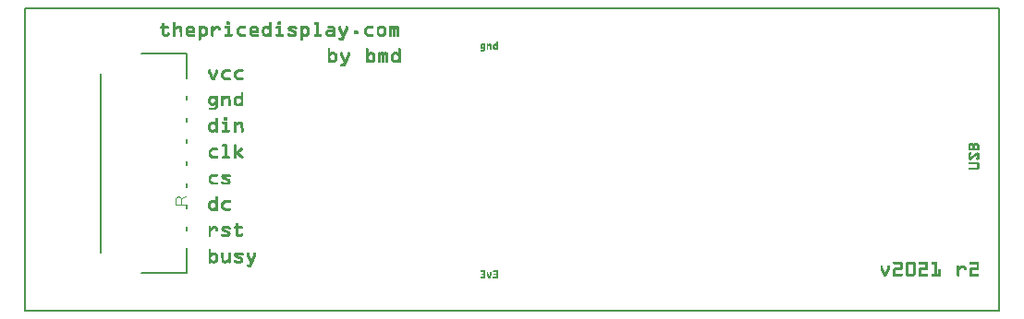
<source format=gbr>
G04 DesignSpark PCB Gerber Version 10.0 Build 5299*
G04 #@! TF.Part,Single*
G04 #@! TF.FileFunction,Legend,Top*
G04 #@! TF.FilePolarity,Positive*
%FSLAX35Y35*%
%MOIN*%
%ADD13C,0.00100*%
%ADD12C,0.00300*%
%ADD25C,0.00500*%
%ADD10C,0.00600*%
G04 #@! TD.AperFunction*
X0Y0D02*
D02*
D10*
X27495Y88469D02*
Y23767D01*
X42318Y95768D02*
X58395D01*
Y86937D01*
Y25299D02*
Y16468D01*
X42318D01*
X58395Y31819D02*
Y33173D01*
Y39693D02*
Y41047D01*
Y47567D02*
Y48921D01*
Y55441D02*
Y56795D01*
Y63315D02*
Y64669D01*
Y71189D02*
Y72543D01*
Y79063D02*
Y80417D01*
D02*
D12*
X58309Y41118D02*
X54559D01*
Y43306D01*
X54871Y43931D01*
X55496Y44243D01*
X56121Y43931D01*
X56433Y43306D01*
Y41118D01*
Y43306D02*
X58309Y44243D01*
D02*
D13*
X69515Y89673D02*
Y89077D01*
X68434Y86620D01*
X68407Y86570D01*
X68380Y86524D01*
X68346Y86485D01*
X68315Y86455D01*
X68280Y86431D01*
X68242Y86416D01*
X68204Y86405D01*
X68161Y86401D01*
X67757D01*
X67707Y86405D01*
X67657Y86416D01*
X67611Y86431D01*
X67569Y86458D01*
X67531Y86489D01*
X67496Y86528D01*
X67465Y86574D01*
X67438Y86628D01*
X66366Y89069D01*
Y89673D01*
X66373Y89734D01*
X66389Y89792D01*
X66416Y89846D01*
X66458Y89892D01*
X66504Y89934D01*
X66558Y89961D01*
X66615Y89976D01*
X66677Y89984D01*
X66739Y89976D01*
X66796Y89961D01*
X66850Y89934D01*
X66896Y89892D01*
X66939Y89846D01*
X66965Y89792D01*
X66985Y89734D01*
X66989Y89673D01*
X66996Y89196D01*
X67942Y87054D01*
X68884Y89200D01*
Y89673D01*
X68892Y89734D01*
X68907Y89792D01*
X68938Y89846D01*
X68976Y89892D01*
X69026Y89934D01*
X69080Y89961D01*
X69138Y89976D01*
X69203Y89984D01*
X69265Y89976D01*
X69322Y89961D01*
X69376Y89934D01*
X69422Y89892D01*
X69465Y89846D01*
X69491Y89792D01*
X69511Y89734D01*
X69515Y89673D01*
X73809Y86401D02*
X72475D01*
X72387Y86405D01*
X72302Y86412D01*
X72225Y86431D01*
X72148Y86455D01*
X72071Y86481D01*
X72002Y86520D01*
X71937Y86562D01*
X71871Y86612D01*
X71264Y87139D01*
X71198Y87204D01*
X71137Y87270D01*
X71087Y87343D01*
X71048Y87424D01*
X71018Y87508D01*
X70994Y87596D01*
X70979Y87693D01*
X70976Y87793D01*
Y88607D01*
X70979Y88704D01*
X70991Y88800D01*
X71014Y88888D01*
X71048Y88977D01*
X71094Y89061D01*
X71152Y89142D01*
X71222Y89223D01*
X71302Y89296D01*
X71848Y89769D01*
X71917Y89819D01*
X71983Y89861D01*
X72052Y89900D01*
X72121Y89930D01*
X72194Y89953D01*
X72267Y89969D01*
X72340Y89980D01*
X72413Y89984D01*
X73817D01*
X73878Y89976D01*
X73936Y89961D01*
X73990Y89934D01*
X74036Y89892D01*
X74078Y89846D01*
X74105Y89792D01*
X74124Y89734D01*
X74128Y89673D01*
X74124Y89607D01*
X74105Y89550D01*
X74078Y89496D01*
X74036Y89450D01*
X73990Y89411D01*
X73936Y89384D01*
X73878Y89365D01*
X73817Y89361D01*
X72471D01*
X72409Y89354D01*
X72348Y89334D01*
X72290Y89304D01*
X72233Y89261D01*
X71729Y88835D01*
X71675Y88777D01*
X71637Y88711D01*
X71614Y88639D01*
X71606Y88554D01*
Y87793D01*
X71614Y87735D01*
X71629Y87681D01*
X71660Y87631D01*
X71702Y87585D01*
X72252Y87116D01*
X72309Y87078D01*
X72375Y87047D01*
X72448Y87028D01*
X72529Y87024D01*
X73809D01*
X73870Y87016D01*
X73924Y87000D01*
X73978Y86974D01*
X74028Y86931D01*
X74067Y86885D01*
X74097Y86831D01*
X74117Y86774D01*
X74120Y86712D01*
X74117Y86651D01*
X74097Y86593D01*
X74070Y86539D01*
X74028Y86493D01*
X73982Y86451D01*
X73928Y86424D01*
X73870Y86405D01*
X73809Y86401D01*
X78404D02*
X77069D01*
X76981Y86405D01*
X76896Y86412D01*
X76819Y86431D01*
X76743Y86455D01*
X76666Y86481D01*
X76596Y86520D01*
X76531Y86562D01*
X76466Y86612D01*
X75858Y87139D01*
X75793Y87204D01*
X75731Y87270D01*
X75681Y87343D01*
X75643Y87424D01*
X75612Y87508D01*
X75589Y87596D01*
X75574Y87693D01*
X75570Y87793D01*
Y88607D01*
X75574Y88704D01*
X75585Y88800D01*
X75608Y88888D01*
X75643Y88977D01*
X75689Y89061D01*
X75747Y89142D01*
X75816Y89223D01*
X75897Y89296D01*
X76443Y89769D01*
X76512Y89819D01*
X76577Y89861D01*
X76646Y89900D01*
X76716Y89930D01*
X76789Y89953D01*
X76862Y89969D01*
X76935Y89980D01*
X77008Y89984D01*
X78411D01*
X78473Y89976D01*
X78530Y89961D01*
X78584Y89934D01*
X78630Y89892D01*
X78672Y89846D01*
X78700Y89792D01*
X78719Y89734D01*
X78722Y89673D01*
X78719Y89607D01*
X78700Y89550D01*
X78672Y89496D01*
X78630Y89450D01*
X78584Y89411D01*
X78530Y89384D01*
X78473Y89365D01*
X78411Y89361D01*
X77065D01*
X77004Y89354D01*
X76943Y89334D01*
X76885Y89304D01*
X76827Y89261D01*
X76324Y88835D01*
X76270Y88777D01*
X76231Y88711D01*
X76208Y88639D01*
X76200Y88554D01*
Y87793D01*
X76208Y87735D01*
X76224Y87681D01*
X76254Y87631D01*
X76296Y87585D01*
X76846Y87116D01*
X76904Y87078D01*
X76969Y87047D01*
X77043Y87028D01*
X77123Y87024D01*
X78404D01*
X78465Y87016D01*
X78519Y87000D01*
X78572Y86974D01*
X78622Y86931D01*
X78661Y86885D01*
X78692Y86831D01*
X78711Y86774D01*
X78715Y86712D01*
X78711Y86651D01*
X78692Y86593D01*
X78665Y86539D01*
X78622Y86493D01*
X78576Y86451D01*
X78523Y86424D01*
X78465Y86405D01*
X78404Y86401D01*
X67566Y86461D02*
X68321D01*
X72131D02*
X73993D01*
X76726D02*
X78587D01*
X67478Y86554D02*
X68398D01*
X71949D02*
X74078D01*
X76543D02*
X78672D01*
X67429Y86648D02*
X68446D01*
X71830D02*
X74116D01*
X76424D02*
X78710D01*
X67388Y86742D02*
X68488D01*
X71722D02*
X74119D01*
X76317D02*
X78713D01*
X67347Y86835D02*
X68529D01*
X71614D02*
X74095D01*
X76208D02*
X78689D01*
X67306Y86929D02*
X68570D01*
X71506D02*
X74030D01*
X76100D02*
X78624D01*
X67265Y87023D02*
X68611D01*
X71398D02*
X72529D01*
X75992D02*
X77123D01*
X67223Y87117D02*
X67915D01*
X67969D02*
X68653D01*
X71290D02*
X72252D01*
X75884D02*
X76846D01*
X67182Y87210D02*
X67873D01*
X68011D02*
X68694D01*
X71193D02*
X72141D01*
X75787D02*
X76736D01*
X67141Y87304D02*
X67832D01*
X68052D02*
X68735D01*
X71114D02*
X72031D01*
X75708D02*
X76626D01*
X67100Y87398D02*
X67791D01*
X68093D02*
X68776D01*
X71061D02*
X71922D01*
X75656D02*
X76516D01*
X67059Y87491D02*
X67749D01*
X68134D02*
X68817D01*
X71024D02*
X71812D01*
X75618D02*
X76406D01*
X67018Y87585D02*
X67708D01*
X68175D02*
X68859D01*
X70998D02*
X71702D01*
X75592D02*
X76296D01*
X66976Y87679D02*
X67666D01*
X68216D02*
X68900D01*
X70981D02*
X71631D01*
X75576D02*
X76225D01*
X66935Y87772D02*
X67625D01*
X68257D02*
X68941D01*
X70976D02*
X71609D01*
X75571D02*
X76203D01*
X66894Y87866D02*
X67583D01*
X68298D02*
X68982D01*
X70976D02*
X71606D01*
X75570D02*
X76200D01*
X66853Y87960D02*
X67542D01*
X68340D02*
X69023D01*
X70976D02*
X71606D01*
X75570D02*
X76200D01*
X66812Y88054D02*
X67501D01*
X68381D02*
X69065D01*
X70976D02*
X71606D01*
X75570D02*
X76200D01*
X66770Y88147D02*
X67459D01*
X68422D02*
X69106D01*
X70976D02*
X71606D01*
X75570D02*
X76200D01*
X66730Y88241D02*
X67418D01*
X68463D02*
X69147D01*
X70976D02*
X71606D01*
X75570D02*
X76200D01*
X66688Y88335D02*
X67377D01*
X68504D02*
X69188D01*
X70976D02*
X71606D01*
X75570D02*
X76200D01*
X66647Y88428D02*
X67335D01*
X68545D02*
X69230D01*
X70976D02*
X71606D01*
X75570D02*
X76200D01*
X66606Y88522D02*
X67294D01*
X68587D02*
X69270D01*
X70976D02*
X71606D01*
X75570D02*
X76200D01*
X66565Y88616D02*
X67252D01*
X68628D02*
X69312D01*
X70976D02*
X71612D01*
X75570D02*
X76206D01*
X66524Y88709D02*
X67211D01*
X68669D02*
X69353D01*
X70980D02*
X71636D01*
X75574D02*
X76230D01*
X66483Y88803D02*
X67170D01*
X68710D02*
X69394D01*
X70992D02*
X71700D01*
X75586D02*
X76294D01*
X66441Y88897D02*
X67128D01*
X68751D02*
X69435D01*
X71017D02*
X71802D01*
X75612D02*
X76397D01*
X66400Y88991D02*
X67087D01*
X68792D02*
X69477D01*
X71056D02*
X71913D01*
X75650D02*
X76507D01*
X66366Y89084D02*
X67045D01*
X68833D02*
X69515D01*
X71111D02*
X72024D01*
X75706D02*
X76618D01*
X66366Y89178D02*
X67004D01*
X68874D02*
X69515D01*
X71183D02*
X72134D01*
X75778D02*
X76729D01*
X66366Y89272D02*
X66995D01*
X68884D02*
X69515D01*
X71276D02*
X72246D01*
X75870D02*
X76841D01*
X66366Y89365D02*
X66993D01*
X68884D02*
X69515D01*
X71383D02*
X73878D01*
X75977D02*
X78473D01*
X66366Y89459D02*
X66992D01*
X68884D02*
X69515D01*
X71491D02*
X74044D01*
X76085D02*
X78639D01*
X66366Y89553D02*
X66991D01*
X68884D02*
X69515D01*
X71599D02*
X74106D01*
X76193D02*
X78701D01*
X66366Y89646D02*
X66989D01*
X68884D02*
X69515D01*
X71707D02*
X74126D01*
X76301D02*
X78721D01*
X66375Y89740D02*
X66983D01*
X68893D02*
X69509D01*
X71815D02*
X74122D01*
X76409D02*
X78717D01*
X66410Y89834D02*
X66944D01*
X68931D02*
X69470D01*
X71941D02*
X74084D01*
X76535D02*
X78678D01*
X66497Y89928D02*
X66857D01*
X69018D02*
X69383D01*
X72115D02*
X73997D01*
X76709D02*
X78591D01*
X68334Y75614D02*
X66981D01*
X66919Y75618D01*
X66861Y75637D01*
X66808Y75664D01*
X66761Y75702D01*
X66719Y75748D01*
X66693Y75802D01*
X66677Y75860D01*
X66669Y75926D01*
X66677Y75987D01*
X66693Y76044D01*
X66719Y76098D01*
X66761Y76144D01*
X66808Y76183D01*
X66861Y76210D01*
X66919Y76229D01*
X66981Y76233D01*
X68334D01*
X68396Y76237D01*
X68453Y76256D01*
X68511Y76287D01*
X68565Y76325D01*
X68776Y76506D01*
X68822Y76552D01*
X68857Y76602D01*
X68876Y76660D01*
X68884Y76725D01*
Y77675D01*
X68776Y77571D01*
X68665Y77483D01*
X68557Y77406D01*
X68450Y77344D01*
X68346Y77294D01*
X68238Y77259D01*
X68134Y77240D01*
X68030Y77233D01*
X67550D01*
X67457Y77237D01*
X67369Y77248D01*
X67281Y77267D01*
X67196Y77298D01*
X67115Y77333D01*
X67035Y77375D01*
X66958Y77429D01*
X66881Y77490D01*
X66646Y77698D01*
X66593Y77752D01*
X66543Y77817D01*
X66493Y77890D01*
X66450Y77978D01*
X66412Y78071D01*
X66385Y78163D01*
X66369Y78256D01*
X66366Y78344D01*
Y79378D01*
X66369Y79486D01*
X66385Y79589D01*
X66412Y79693D01*
X66450Y79793D01*
X66493Y79885D01*
X66543Y79962D01*
X66593Y80031D01*
X66646Y80085D01*
X66904Y80305D01*
X66973Y80362D01*
X67046Y80408D01*
X67123Y80451D01*
X67204Y80481D01*
X67285Y80508D01*
X67369Y80528D01*
X67457Y80539D01*
X67550Y80543D01*
X68000D01*
X68092Y80539D01*
X68180Y80528D01*
X68265Y80504D01*
X68350Y80478D01*
X68434Y80439D01*
X68515Y80397D01*
X68592Y80343D01*
X68669Y80281D01*
X68884Y80101D01*
X68876Y80224D01*
X68884Y80285D01*
X68899Y80339D01*
X68930Y80393D01*
X68969Y80443D01*
X69019Y80481D01*
X69069Y80512D01*
X69126Y80528D01*
X69188Y80535D01*
X69249Y80528D01*
X69311Y80512D01*
X69365Y80485D01*
X69411Y80443D01*
X69453Y80397D01*
X69484Y80343D01*
X69499Y80285D01*
X69507Y80224D01*
Y76725D01*
X69503Y76625D01*
X69487Y76533D01*
X69461Y76441D01*
X69426Y76356D01*
X69384Y76271D01*
X69326Y76194D01*
X69261Y76118D01*
X69188Y76044D01*
X68934Y75826D01*
X68880Y75783D01*
X68819Y75745D01*
X68746Y75710D01*
X68661Y75676D01*
X68576Y75648D01*
X68492Y75630D01*
X68411Y75618D01*
X68334Y75614D01*
X67976Y79920D02*
X67557D01*
X67488Y79912D01*
X67423Y79893D01*
X67357Y79859D01*
X67292Y79813D01*
X67100Y79651D01*
X67050Y79601D01*
X67015Y79543D01*
X66996Y79474D01*
X66989Y79397D01*
Y78359D01*
X66996Y78294D01*
X67019Y78236D01*
X67057Y78174D01*
X67111Y78121D01*
X67315Y77936D01*
X67365Y77902D01*
X67415Y77875D01*
X67465Y77859D01*
X67519Y77856D01*
X68030D01*
X68088Y77863D01*
X68146Y77882D01*
X68207Y77917D01*
X68272Y77967D01*
X68769Y78390D01*
X68819Y78444D01*
X68857Y78502D01*
X68876Y78563D01*
X68884Y78632D01*
Y79105D01*
Y79143D01*
X68876Y79186D01*
X68865Y79224D01*
X68853Y79259D01*
X68834Y79293D01*
X68811Y79324D01*
X68784Y79355D01*
X68753Y79382D01*
X68246Y79820D01*
X68188Y79863D01*
X68122Y79893D01*
X68054Y79912D01*
X67976Y79920D01*
X72444Y79813D02*
X71591Y79259D01*
Y77263D01*
X71587Y77202D01*
X71567Y77144D01*
X71537Y77094D01*
X71498Y77044D01*
X71448Y77006D01*
X71398Y76975D01*
X71341Y76956D01*
X71279Y76952D01*
X71218Y76956D01*
X71160Y76975D01*
X71110Y77002D01*
X71060Y77044D01*
X71022Y77094D01*
X70991Y77144D01*
X70976Y77202D01*
X70968Y77263D01*
Y80224D01*
X70976Y80285D01*
X70991Y80343D01*
X71018Y80397D01*
X71060Y80447D01*
X71106Y80489D01*
X71160Y80520D01*
X71218Y80535D01*
X71279Y80543D01*
X71341Y80535D01*
X71398Y80520D01*
X71448Y80489D01*
X71498Y80447D01*
X71537Y80397D01*
X71567Y80343D01*
X71587Y80285D01*
X71591Y80224D01*
Y80016D01*
X72159Y80362D01*
X72233Y80404D01*
X72309Y80439D01*
X72387Y80470D01*
X72467Y80497D01*
X72548Y80516D01*
X72633Y80531D01*
X72717Y80539D01*
X72809Y80543D01*
X73098D01*
X73190Y80539D01*
X73278Y80528D01*
X73363Y80504D01*
X73444Y80478D01*
X73524Y80439D01*
X73602Y80393D01*
X73670Y80339D01*
X73744Y80278D01*
X73805Y80212D01*
X73863Y80139D01*
X73909Y80062D01*
X73947Y79985D01*
X73982Y79901D01*
X74005Y79816D01*
X74020Y79724D01*
X74028Y79628D01*
X74113Y77263D01*
X74109Y77202D01*
X74094Y77144D01*
X74063Y77094D01*
X74024Y77044D01*
X73974Y77002D01*
X73920Y76975D01*
X73863Y76956D01*
X73801Y76952D01*
X73744Y76956D01*
X73686Y76971D01*
X73636Y76998D01*
X73586Y77037D01*
X73544Y77079D01*
X73517Y77133D01*
X73498Y77194D01*
X73490Y77263D01*
X73398Y79593D01*
X73390Y79670D01*
X73371Y79735D01*
X73344Y79793D01*
X73306Y79839D01*
X73259Y79874D01*
X73202Y79901D01*
X73132Y79916D01*
X73056Y79920D01*
X72748D01*
X72679Y79912D01*
X72602Y79893D01*
X72525Y79859D01*
X72444Y79813D01*
X78073Y80101D02*
Y81577D01*
X78077Y81639D01*
X78096Y81696D01*
X78123Y81750D01*
X78161Y81796D01*
X78207Y81839D01*
X78261Y81865D01*
X78315Y81881D01*
X78376Y81889D01*
X78438Y81881D01*
X78500Y81865D01*
X78554Y81839D01*
X78600Y81796D01*
X78642Y81750D01*
X78672Y81696D01*
X78688Y81639D01*
X78696Y81577D01*
Y77263D01*
X78692Y77202D01*
X78672Y77144D01*
X78642Y77091D01*
X78604Y77044D01*
X78554Y77002D01*
X78504Y76975D01*
X78446Y76956D01*
X78384Y76952D01*
X78319Y76956D01*
X78261Y76975D01*
X78207Y77002D01*
X78161Y77044D01*
X78123Y77091D01*
X78096Y77144D01*
X78077Y77202D01*
X78073Y77263D01*
Y77402D01*
X77961Y77298D01*
X77850Y77206D01*
X77738Y77129D01*
X77631Y77063D01*
X77527Y77013D01*
X77419Y76979D01*
X77319Y76959D01*
X77219Y76952D01*
X76689D01*
X76608Y76956D01*
X76527Y76967D01*
X76446Y76991D01*
X76370Y77021D01*
X76289Y77059D01*
X76208Y77106D01*
X76128Y77163D01*
X76046Y77225D01*
X75789Y77444D01*
X75743Y77494D01*
X75701Y77559D01*
X75658Y77636D01*
X75620Y77732D01*
X75585Y77829D01*
X75558Y77925D01*
X75543Y78017D01*
X75539Y78106D01*
Y79378D01*
X75543Y79482D01*
X75562Y79585D01*
X75589Y79685D01*
X75628Y79785D01*
X75674Y79881D01*
X75724Y79962D01*
X75778Y80028D01*
X75835Y80085D01*
X76093Y80305D01*
X76162Y80362D01*
X76235Y80408D01*
X76312Y80451D01*
X76393Y80481D01*
X76473Y80508D01*
X76558Y80528D01*
X76646Y80539D01*
X76739Y80543D01*
X77189D01*
X77281Y80539D01*
X77369Y80528D01*
X77454Y80504D01*
X77539Y80478D01*
X77623Y80439D01*
X77704Y80397D01*
X77781Y80343D01*
X77857Y80281D01*
X78073Y80101D01*
X77165Y79912D02*
X76731D01*
X76666Y79905D01*
X76600Y79885D01*
X76539Y79855D01*
X76481Y79813D01*
X76281Y79635D01*
X76235Y79585D01*
X76204Y79532D01*
X76185Y79470D01*
X76177Y79401D01*
Y78075D01*
X76185Y78013D01*
X76208Y77952D01*
X76246Y77898D01*
X76300Y77844D01*
X76504Y77667D01*
X76554Y77629D01*
X76604Y77602D01*
X76654Y77586D01*
X76708Y77583D01*
X77219D01*
X77269Y77590D01*
X77327Y77609D01*
X77389Y77648D01*
X77457Y77698D01*
X77950Y78109D01*
X77981Y78136D01*
X78004Y78167D01*
X78027Y78198D01*
X78042Y78228D01*
X78065Y78298D01*
X78073Y78374D01*
Y79047D01*
Y79101D01*
X78065Y79155D01*
X78054Y79201D01*
X78042Y79243D01*
X78023Y79286D01*
X78000Y79320D01*
X77973Y79355D01*
X77942Y79382D01*
X77435Y79820D01*
X77381Y79859D01*
X77315Y79889D01*
X77246Y79905D01*
X77165Y79912D01*
X66782Y75685D02*
X68684D01*
X66704Y75779D02*
X68873D01*
X66676Y75872D02*
X68988D01*
X66674Y75966D02*
X69097D01*
X66700Y76060D02*
X69203D01*
X66772Y76154D02*
X69291D01*
X68427Y76247D02*
X69366D01*
X68583Y76341D02*
X69419D01*
X68693Y76435D02*
X69458D01*
X68799Y76528D02*
X69486D01*
X68864Y76622D02*
X69502D01*
X68883Y76716D02*
X69506D01*
X68884Y76809D02*
X69507D01*
X68884Y76903D02*
X69507D01*
X68884Y76997D02*
X69507D01*
X71119D02*
X71434D01*
X73637D02*
X73964D01*
X76431D02*
X77476D01*
X78218D02*
X78544D01*
X68884Y77091D02*
X69507D01*
X71024D02*
X71534D01*
X73538D02*
X74060D01*
X76235D02*
X77675D01*
X78123D02*
X78642D01*
X68884Y77184D02*
X69507D01*
X70980D02*
X71581D01*
X73501D02*
X74104D01*
X76100D02*
X77819D01*
X78083D02*
X78686D01*
X67252Y77278D02*
X68295D01*
X68884D02*
X69507D01*
X70968D02*
X71591D01*
X73489D02*
X74112D01*
X75984D02*
X77937D01*
X78073D02*
X78696D01*
X67041Y77372D02*
X68498D01*
X68884D02*
X69507D01*
X70968D02*
X71591D01*
X73485D02*
X74109D01*
X75874D02*
X78040D01*
X78073D02*
X78696D01*
X66912Y77465D02*
X68641D01*
X68884D02*
X69507D01*
X70968D02*
X71591D01*
X73482D02*
X74106D01*
X75769D02*
X78696D01*
X66803Y77559D02*
X68761D01*
X68884D02*
X69507D01*
X70968D02*
X71591D01*
X73478D02*
X74102D01*
X75701D02*
X78696D01*
X66697Y77653D02*
X68861D01*
X68884D02*
X69507D01*
X70968D02*
X71591D01*
X73474D02*
X74099D01*
X75652D02*
X76523D01*
X77395D02*
X78696D01*
X66598Y77746D02*
X69507D01*
X70968D02*
X71591D01*
X73470D02*
X74095D01*
X75615D02*
X76413D01*
X77516D02*
X78696D01*
X66527Y77840D02*
X69507D01*
X70968D02*
X71591D01*
X73467D02*
X74092D01*
X75582D02*
X76305D01*
X77628D02*
X78696D01*
X66471Y77934D02*
X67319D01*
X68229D02*
X69507D01*
X70968D02*
X71591D01*
X73463D02*
X74089D01*
X75557D02*
X76221D01*
X77740D02*
X78696D01*
X66430Y78028D02*
X67215D01*
X68344D02*
X69507D01*
X70968D02*
X71591D01*
X73459D02*
X74085D01*
X75543D02*
X76183D01*
X77852D02*
X78696D01*
X66397Y78121D02*
X67111D01*
X68454D02*
X69507D01*
X70968D02*
X71591D01*
X73456D02*
X74082D01*
X75539D02*
X76177D01*
X77963D02*
X78696D01*
X66376Y78215D02*
X67032D01*
X68563D02*
X69507D01*
X70968D02*
X71591D01*
X73452D02*
X74078D01*
X75539D02*
X76177D01*
X78035D02*
X78696D01*
X66367Y78309D02*
X66994D01*
X68673D02*
X69507D01*
X70968D02*
X71591D01*
X73448D02*
X74075D01*
X75539D02*
X76177D01*
X78066D02*
X78696D01*
X66366Y78402D02*
X66989D01*
X68780D02*
X69507D01*
X70968D02*
X71591D01*
X73445D02*
X74072D01*
X75539D02*
X76177D01*
X78073D02*
X78696D01*
X66366Y78496D02*
X66989D01*
X68854D02*
X69507D01*
X70968D02*
X71591D01*
X73441D02*
X74069D01*
X75539D02*
X76177D01*
X78073D02*
X78696D01*
X66366Y78590D02*
X66989D01*
X68879D02*
X69507D01*
X70968D02*
X71591D01*
X73437D02*
X74065D01*
X75539D02*
X76177D01*
X78073D02*
X78696D01*
X66366Y78683D02*
X66989D01*
X68884D02*
X69507D01*
X70968D02*
X71591D01*
X73433D02*
X74062D01*
X75539D02*
X76177D01*
X78073D02*
X78696D01*
X66366Y78777D02*
X66989D01*
X68884D02*
X69507D01*
X70968D02*
X71591D01*
X73430D02*
X74058D01*
X75539D02*
X76177D01*
X78073D02*
X78696D01*
X66366Y78871D02*
X66989D01*
X68884D02*
X69507D01*
X70968D02*
X71591D01*
X73426D02*
X74055D01*
X75539D02*
X76177D01*
X78073D02*
X78696D01*
X66366Y78965D02*
X66989D01*
X68884D02*
X69507D01*
X70968D02*
X71591D01*
X73422D02*
X74052D01*
X75539D02*
X76177D01*
X78073D02*
X78696D01*
X66366Y79058D02*
X66989D01*
X68884D02*
X69507D01*
X70968D02*
X71591D01*
X73419D02*
X74048D01*
X75539D02*
X76177D01*
X78073D02*
X78696D01*
X66366Y79152D02*
X66989D01*
X68882D02*
X69507D01*
X70968D02*
X71591D01*
X73415D02*
X74045D01*
X75539D02*
X76177D01*
X78065D02*
X78696D01*
X66366Y79246D02*
X66989D01*
X68857D02*
X69507D01*
X70968D02*
X71591D01*
X73411D02*
X74042D01*
X75539D02*
X76177D01*
X78041D02*
X78696D01*
X66366Y79339D02*
X66989D01*
X68797D02*
X69507D01*
X70968D02*
X71715D01*
X73408D02*
X74038D01*
X75539D02*
X76177D01*
X77985D02*
X78696D01*
X66368Y79433D02*
X66992D01*
X68694D02*
X69507D01*
X70968D02*
X71859D01*
X73404D02*
X74035D01*
X75541D02*
X76181D01*
X77883D02*
X78696D01*
X66375Y79527D02*
X67011D01*
X68585D02*
X69507D01*
X70968D02*
X72004D01*
X73400D02*
X74031D01*
X75551D02*
X76203D01*
X77774D02*
X78696D01*
X66393Y79620D02*
X67070D01*
X68477D02*
X69507D01*
X70968D02*
X72148D01*
X73395D02*
X74028D01*
X75572D02*
X76267D01*
X77666D02*
X78696D01*
X66420Y79714D02*
X67175D01*
X68369D02*
X69507D01*
X70968D02*
X72293D01*
X73377D02*
X74021D01*
X75600D02*
X76370D01*
X77557D02*
X78696D01*
X66457Y79808D02*
X67287D01*
X68260D02*
X69507D01*
X70968D02*
X72437D01*
X73331D02*
X74007D01*
X75638D02*
X76476D01*
X77449D02*
X78696D01*
X66503Y79902D02*
X67452D01*
X68092D02*
X69507D01*
X70968D02*
X72635D01*
X73198D02*
X73982D01*
X75686D02*
X76655D01*
X77260D02*
X78696D01*
X66567Y79995D02*
X69507D01*
X70968D02*
X73943D01*
X75751D02*
X78696D01*
X66650Y80089D02*
X69507D01*
X70968D02*
X71591D01*
X71710D02*
X73893D01*
X75839D02*
X78696D01*
X66760Y80183D02*
X68786D01*
X68879D02*
X69507D01*
X70968D02*
X71591D01*
X71864D02*
X73829D01*
X75949D02*
X77975D01*
X78073D02*
X78696D01*
X66870Y80276D02*
X68674D01*
X68883D02*
X69500D01*
X70974D02*
X71587D01*
X72019D02*
X73744D01*
X76059D02*
X77863D01*
X78073D02*
X78696D01*
X66986Y80370D02*
X68553D01*
X68917D02*
X69468D01*
X71004D02*
X71552D01*
X72173D02*
X73631D01*
X76174D02*
X77742D01*
X78073D02*
X78696D01*
X67157Y80464D02*
X68380D01*
X68996D02*
X69388D01*
X71078D02*
X71478D01*
X72371D02*
X73472D01*
X76346D02*
X77569D01*
X78073D02*
X78696D01*
X78073Y80557D02*
X78696D01*
X78073Y80651D02*
X78696D01*
X78073Y80745D02*
X78696D01*
X78073Y80839D02*
X78696D01*
X78073Y80932D02*
X78696D01*
X78073Y81026D02*
X78696D01*
X78073Y81120D02*
X78696D01*
X78073Y81213D02*
X78696D01*
X78073Y81307D02*
X78696D01*
X78073Y81401D02*
X78696D01*
X78073Y81494D02*
X78696D01*
X78074Y81588D02*
X78694D01*
X78091Y81682D02*
X78676D01*
X78144Y81776D02*
X78619D01*
X78275Y81869D02*
X78484D01*
X68884Y70652D02*
Y72128D01*
X68888Y72190D01*
X68907Y72248D01*
X68934Y72301D01*
X68972Y72348D01*
X69019Y72390D01*
X69072Y72417D01*
X69126Y72432D01*
X69188Y72440D01*
X69249Y72432D01*
X69311Y72417D01*
X69365Y72390D01*
X69411Y72348D01*
X69453Y72301D01*
X69484Y72248D01*
X69499Y72190D01*
X69507Y72128D01*
Y67815D01*
X69503Y67753D01*
X69484Y67695D01*
X69453Y67642D01*
X69415Y67595D01*
X69365Y67553D01*
X69315Y67526D01*
X69257Y67507D01*
X69195Y67503D01*
X69130Y67507D01*
X69072Y67526D01*
X69019Y67553D01*
X68972Y67595D01*
X68934Y67642D01*
X68907Y67695D01*
X68888Y67753D01*
X68884Y67815D01*
Y67953D01*
X68772Y67849D01*
X68661Y67757D01*
X68549Y67680D01*
X68442Y67615D01*
X68338Y67565D01*
X68230Y67530D01*
X68130Y67511D01*
X68030Y67503D01*
X67500D01*
X67419Y67507D01*
X67338Y67519D01*
X67257Y67542D01*
X67181Y67572D01*
X67100Y67611D01*
X67019Y67657D01*
X66939Y67715D01*
X66858Y67776D01*
X66600Y67995D01*
X66554Y68045D01*
X66512Y68111D01*
X66469Y68187D01*
X66431Y68283D01*
X66396Y68380D01*
X66369Y68476D01*
X66354Y68568D01*
X66350Y68657D01*
Y69929D01*
X66354Y70033D01*
X66373Y70137D01*
X66400Y70237D01*
X66439Y70337D01*
X66485Y70433D01*
X66535Y70513D01*
X66589Y70579D01*
X66646Y70637D01*
X66904Y70856D01*
X66973Y70913D01*
X67046Y70959D01*
X67123Y71002D01*
X67204Y71033D01*
X67285Y71059D01*
X67369Y71079D01*
X67457Y71090D01*
X67550Y71094D01*
X68000D01*
X68092Y71090D01*
X68180Y71079D01*
X68265Y71056D01*
X68350Y71029D01*
X68434Y70990D01*
X68515Y70948D01*
X68592Y70894D01*
X68669Y70833D01*
X68884Y70652D01*
X67976Y70463D02*
X67542D01*
X67477Y70456D01*
X67411Y70437D01*
X67350Y70406D01*
X67292Y70364D01*
X67092Y70187D01*
X67046Y70137D01*
X67015Y70083D01*
X66996Y70021D01*
X66989Y69952D01*
Y68626D01*
X66996Y68564D01*
X67019Y68503D01*
X67057Y68449D01*
X67111Y68395D01*
X67315Y68218D01*
X67365Y68180D01*
X67415Y68153D01*
X67465Y68137D01*
X67519Y68134D01*
X68030D01*
X68080Y68141D01*
X68138Y68161D01*
X68200Y68199D01*
X68269Y68249D01*
X68761Y68660D01*
X68792Y68687D01*
X68815Y68718D01*
X68838Y68749D01*
X68853Y68780D01*
X68876Y68849D01*
X68884Y68926D01*
Y69598D01*
Y69652D01*
X68876Y69706D01*
X68865Y69752D01*
X68853Y69794D01*
X68834Y69837D01*
X68811Y69872D01*
X68784Y69906D01*
X68753Y69933D01*
X68246Y70371D01*
X68192Y70410D01*
X68126Y70441D01*
X68057Y70456D01*
X67976Y70463D01*
X72217Y72713D02*
X72544D01*
X72606Y72705D01*
X72663Y72690D01*
X72717Y72663D01*
X72763Y72620D01*
X72806Y72574D01*
X72832Y72520D01*
X72852Y72463D01*
X72856Y72401D01*
Y72132D01*
X72852Y72071D01*
X72832Y72009D01*
X72806Y71956D01*
X72763Y71909D01*
X72717Y71867D01*
X72663Y71836D01*
X72606Y71817D01*
X72544Y71813D01*
X72209D01*
X72144Y71821D01*
X72087Y71836D01*
X72033Y71867D01*
X71987Y71909D01*
X71944Y71959D01*
X71917Y72013D01*
X71902Y72067D01*
X71898Y72124D01*
X71906Y72401D01*
X71910Y72463D01*
X71929Y72520D01*
X71956Y72574D01*
X71998Y72620D01*
X72044Y72663D01*
X72098Y72690D01*
X72156Y72705D01*
X72217Y72713D01*
X73486Y67511D02*
X71587D01*
X71525Y67515D01*
X71468Y67534D01*
X71414Y67561D01*
X71368Y67603D01*
X71325Y67649D01*
X71298Y67703D01*
X71283Y67761D01*
X71275Y67822D01*
X71283Y67884D01*
X71298Y67937D01*
X71325Y67991D01*
X71368Y68041D01*
X71414Y68080D01*
X71468Y68111D01*
X71525Y68126D01*
X71587Y68134D01*
X72225D01*
Y70463D01*
X71594D01*
X71533Y70467D01*
X71475Y70487D01*
X71421Y70513D01*
X71375Y70556D01*
X71333Y70606D01*
X71306Y70656D01*
X71291Y70713D01*
X71283Y70775D01*
X71291Y70837D01*
X71306Y70894D01*
X71333Y70948D01*
X71375Y70998D01*
X71421Y71040D01*
X71475Y71071D01*
X71533Y71087D01*
X71594Y71094D01*
X72544D01*
X72606Y71087D01*
X72663Y71071D01*
X72717Y71040D01*
X72763Y70998D01*
X72806Y70948D01*
X72832Y70894D01*
X72852Y70837D01*
X72856Y70775D01*
Y68134D01*
X73478D01*
X73540Y68126D01*
X73602Y68111D01*
X73655Y68084D01*
X73701Y68041D01*
X73744Y67995D01*
X73774Y67941D01*
X73790Y67884D01*
X73798Y67822D01*
X73794Y67761D01*
X73774Y67703D01*
X73744Y67649D01*
X73705Y67603D01*
X73655Y67561D01*
X73605Y67534D01*
X73548Y67515D01*
X73486Y67511D01*
X77039Y70364D02*
X76185Y69810D01*
Y67815D01*
X76181Y67753D01*
X76162Y67695D01*
X76131Y67645D01*
X76093Y67595D01*
X76043Y67557D01*
X75993Y67526D01*
X75935Y67507D01*
X75874Y67503D01*
X75812Y67507D01*
X75754Y67526D01*
X75704Y67553D01*
X75654Y67595D01*
X75616Y67645D01*
X75585Y67695D01*
X75570Y67753D01*
X75562Y67815D01*
Y70775D01*
X75570Y70837D01*
X75585Y70894D01*
X75612Y70948D01*
X75654Y70998D01*
X75701Y71040D01*
X75754Y71071D01*
X75812Y71087D01*
X75874Y71094D01*
X75935Y71087D01*
X75993Y71071D01*
X76043Y71040D01*
X76093Y70998D01*
X76131Y70948D01*
X76162Y70894D01*
X76181Y70837D01*
X76185Y70775D01*
Y70567D01*
X76754Y70913D01*
X76827Y70956D01*
X76904Y70990D01*
X76981Y71021D01*
X77062Y71048D01*
X77143Y71067D01*
X77227Y71083D01*
X77311Y71090D01*
X77404Y71094D01*
X77692D01*
X77785Y71090D01*
X77873Y71079D01*
X77957Y71056D01*
X78038Y71029D01*
X78119Y70990D01*
X78196Y70944D01*
X78265Y70890D01*
X78338Y70829D01*
X78400Y70763D01*
X78457Y70691D01*
X78504Y70613D01*
X78542Y70537D01*
X78576Y70452D01*
X78600Y70367D01*
X78615Y70275D01*
X78622Y70179D01*
X78707Y67815D01*
X78703Y67753D01*
X78688Y67695D01*
X78657Y67645D01*
X78619Y67595D01*
X78569Y67553D01*
X78515Y67526D01*
X78457Y67507D01*
X78396Y67503D01*
X78338Y67507D01*
X78280Y67522D01*
X78230Y67549D01*
X78180Y67588D01*
X78138Y67630D01*
X78111Y67684D01*
X78092Y67745D01*
X78084Y67815D01*
X77992Y70144D01*
X77984Y70221D01*
X77965Y70287D01*
X77938Y70344D01*
X77900Y70391D01*
X77854Y70425D01*
X77796Y70452D01*
X77727Y70467D01*
X77650Y70471D01*
X77342D01*
X77273Y70463D01*
X77196Y70444D01*
X77119Y70410D01*
X77039Y70364D01*
X67287Y67533D02*
X68240D01*
X69059D02*
X69327D01*
X71469D02*
X73605D01*
X75742D02*
X76004D01*
X78261D02*
X78528D01*
X67072Y67627D02*
X68462D01*
X68946D02*
X69441D01*
X71346D02*
X73725D01*
X75630D02*
X76117D01*
X78141D02*
X78643D01*
X66931Y67720D02*
X68608D01*
X68899D02*
X69492D01*
X71294D02*
X73780D01*
X75579D02*
X76170D01*
X78100D02*
X78694D01*
X66813Y67814D02*
X68730D01*
X68884D02*
X69507D01*
X71276D02*
X73797D01*
X75562D02*
X76185D01*
X78084D02*
X78707D01*
X66703Y67908D02*
X68835D01*
X68884D02*
X69507D01*
X71290D02*
X73783D01*
X75562D02*
X76185D01*
X78081D02*
X78704D01*
X66594Y68002D02*
X69507D01*
X71334D02*
X73738D01*
X75562D02*
X76185D01*
X78077D02*
X78700D01*
X66522Y68095D02*
X69507D01*
X71441D02*
X73632D01*
X75562D02*
X76185D01*
X78073D02*
X78697D01*
X66469Y68189D02*
X67354D01*
X68183D02*
X69507D01*
X72225D02*
X72856D01*
X75562D02*
X76185D01*
X78069D02*
X78694D01*
X66431Y68283D02*
X67241D01*
X68309D02*
X69507D01*
X72225D02*
X72856D01*
X75562D02*
X76185D01*
X78066D02*
X78690D01*
X66398Y68376D02*
X67133D01*
X68422D02*
X69507D01*
X72225D02*
X72856D01*
X75562D02*
X76185D01*
X78062D02*
X78687D01*
X66371Y68470D02*
X67043D01*
X68533D02*
X69507D01*
X72225D02*
X72856D01*
X75562D02*
X76185D01*
X78058D02*
X78683D01*
X66355Y68564D02*
X66996D01*
X68646D02*
X69507D01*
X72225D02*
X72856D01*
X75562D02*
X76185D01*
X78055D02*
X78680D01*
X66350Y68657D02*
X66989D01*
X68758D02*
X69507D01*
X72225D02*
X72856D01*
X75562D02*
X76185D01*
X78051D02*
X78677D01*
X66350Y68751D02*
X66989D01*
X68839D02*
X69507D01*
X72225D02*
X72856D01*
X75562D02*
X76185D01*
X78047D02*
X78674D01*
X66350Y68845D02*
X66989D01*
X68875D02*
X69507D01*
X72225D02*
X72856D01*
X75562D02*
X76185D01*
X78044D02*
X78670D01*
X66350Y68939D02*
X66989D01*
X68884D02*
X69507D01*
X72225D02*
X72856D01*
X75562D02*
X76185D01*
X78040D02*
X78667D01*
X66350Y69032D02*
X66989D01*
X68884D02*
X69507D01*
X72225D02*
X72856D01*
X75562D02*
X76185D01*
X78036D02*
X78663D01*
X66350Y69126D02*
X66989D01*
X68884D02*
X69507D01*
X72225D02*
X72856D01*
X75562D02*
X76185D01*
X78032D02*
X78660D01*
X66350Y69220D02*
X66989D01*
X68884D02*
X69507D01*
X72225D02*
X72856D01*
X75562D02*
X76185D01*
X78029D02*
X78657D01*
X66350Y69313D02*
X66989D01*
X68884D02*
X69507D01*
X72225D02*
X72856D01*
X75562D02*
X76185D01*
X78025D02*
X78654D01*
X66350Y69407D02*
X66989D01*
X68884D02*
X69507D01*
X72225D02*
X72856D01*
X75562D02*
X76185D01*
X78021D02*
X78650D01*
X66350Y69501D02*
X66989D01*
X68884D02*
X69507D01*
X72225D02*
X72856D01*
X75562D02*
X76185D01*
X78018D02*
X78647D01*
X66350Y69594D02*
X66989D01*
X68884D02*
X69507D01*
X72225D02*
X72856D01*
X75562D02*
X76185D01*
X78014D02*
X78643D01*
X66350Y69688D02*
X66989D01*
X68879D02*
X69507D01*
X72225D02*
X72856D01*
X75562D02*
X76185D01*
X78010D02*
X78640D01*
X66350Y69782D02*
X66989D01*
X68857D02*
X69507D01*
X72225D02*
X72856D01*
X75562D02*
X76185D01*
X78006D02*
X78637D01*
X66350Y69876D02*
X66989D01*
X68808D02*
X69507D01*
X72225D02*
X72856D01*
X75562D02*
X76286D01*
X78003D02*
X78633D01*
X66352Y69969D02*
X66991D01*
X68711D02*
X69507D01*
X72225D02*
X72856D01*
X75562D02*
X76431D01*
X77999D02*
X78630D01*
X66359Y70063D02*
X67009D01*
X68603D02*
X69507D01*
X72225D02*
X72856D01*
X75562D02*
X76575D01*
X77995D02*
X78627D01*
X66379Y70157D02*
X67065D01*
X68494D02*
X69507D01*
X72225D02*
X72856D01*
X75562D02*
X76720D01*
X77991D02*
X78623D01*
X66406Y70250D02*
X67164D01*
X68386D02*
X69507D01*
X72225D02*
X72856D01*
X75562D02*
X76864D01*
X77976D02*
X78617D01*
X66442Y70344D02*
X67270D01*
X68277D02*
X69507D01*
X72225D02*
X72856D01*
X75562D02*
X77008D01*
X77939D02*
X78604D01*
X66488Y70438D02*
X67411D01*
X68132D02*
X69507D01*
X72225D02*
X72856D01*
X75562D02*
X77181D01*
X77826D02*
X78580D01*
X66550Y70531D02*
X69507D01*
X71402D02*
X72856D01*
X75562D02*
X78544D01*
X66635Y70625D02*
X69507D01*
X71322D02*
X72856D01*
X75562D02*
X76185D01*
X76280D02*
X78496D01*
X66743Y70719D02*
X68804D01*
X68884D02*
X69507D01*
X71290D02*
X72856D01*
X75562D02*
X76185D01*
X76434D02*
X78435D01*
X66853Y70813D02*
X68693D01*
X68884D02*
X69507D01*
X71288D02*
X72853D01*
X75567D02*
X76183D01*
X76588D02*
X78354D01*
X66965Y70906D02*
X68574D01*
X68884D02*
X69507D01*
X71312D02*
X72826D01*
X75591D02*
X76155D01*
X76742D02*
X78244D01*
X67119Y71000D02*
X68413D01*
X68884D02*
X69507D01*
X71377D02*
X72761D01*
X75657D02*
X76091D01*
X76928D02*
X78098D01*
X68884Y71094D02*
X69507D01*
X68884Y71187D02*
X69507D01*
X68884Y71281D02*
X69507D01*
X68884Y71375D02*
X69507D01*
X68884Y71469D02*
X69507D01*
X68884Y71562D02*
X69507D01*
X68884Y71656D02*
X69507D01*
X68884Y71750D02*
X69507D01*
X68884Y71843D02*
X69507D01*
X72074D02*
X72676D01*
X68884Y71937D02*
X69507D01*
X71963D02*
X72789D01*
X68884Y72031D02*
X69507D01*
X71912D02*
X72839D01*
X68884Y72124D02*
X69507D01*
X71898D02*
X72855D01*
X68897Y72218D02*
X69492D01*
X71901D02*
X72856D01*
X68943Y72312D02*
X69443D01*
X71904D02*
X72856D01*
X69050Y72406D02*
X69333D01*
X71906D02*
X72855D01*
X71922Y72499D02*
X72839D01*
X71973Y72593D02*
X72789D01*
X72092Y72687D02*
X72670D01*
X69215Y58054D02*
X67880D01*
X67792Y58058D01*
X67707Y58066D01*
X67630Y58085D01*
X67554Y58108D01*
X67477Y58135D01*
X67407Y58174D01*
X67342Y58216D01*
X67277Y58266D01*
X66669Y58793D01*
X66604Y58858D01*
X66543Y58923D01*
X66493Y58996D01*
X66454Y59077D01*
X66423Y59161D01*
X66400Y59250D01*
X66385Y59346D01*
X66381Y59446D01*
Y60261D01*
X66385Y60357D01*
X66396Y60454D01*
X66419Y60542D01*
X66454Y60630D01*
X66500Y60715D01*
X66558Y60796D01*
X66627Y60876D01*
X66708Y60949D01*
X67254Y61422D01*
X67323Y61472D01*
X67388Y61515D01*
X67457Y61553D01*
X67527Y61584D01*
X67600Y61607D01*
X67673Y61622D01*
X67746Y61634D01*
X67819Y61638D01*
X69222D01*
X69284Y61630D01*
X69341Y61615D01*
X69395Y61588D01*
X69441Y61545D01*
X69484Y61499D01*
X69511Y61445D01*
X69530Y61388D01*
X69533Y61326D01*
X69530Y61261D01*
X69511Y61203D01*
X69484Y61149D01*
X69441Y61103D01*
X69395Y61065D01*
X69341Y61038D01*
X69284Y61019D01*
X69222Y61015D01*
X67876D01*
X67815Y61007D01*
X67754Y60988D01*
X67696Y60957D01*
X67638Y60915D01*
X67135Y60488D01*
X67081Y60430D01*
X67042Y60365D01*
X67019Y60292D01*
X67011Y60207D01*
Y59446D01*
X67019Y59389D01*
X67035Y59335D01*
X67065Y59285D01*
X67107Y59239D01*
X67657Y58769D01*
X67715Y58731D01*
X67780Y58700D01*
X67854Y58681D01*
X67934Y58677D01*
X69215D01*
X69276Y58669D01*
X69330Y58654D01*
X69384Y58627D01*
X69434Y58585D01*
X69472Y58539D01*
X69503Y58485D01*
X69522Y58427D01*
X69526Y58366D01*
X69522Y58304D01*
X69503Y58246D01*
X69476Y58193D01*
X69434Y58146D01*
X69387Y58104D01*
X69334Y58078D01*
X69276Y58058D01*
X69215Y58054D01*
X73486D02*
X71598D01*
X71537Y58058D01*
X71479Y58078D01*
X71425Y58108D01*
X71379Y58150D01*
X71337Y58196D01*
X71310Y58250D01*
X71294Y58312D01*
X71287Y58374D01*
X71294Y58435D01*
X71310Y58489D01*
X71337Y58543D01*
X71379Y58593D01*
X71425Y58631D01*
X71479Y58662D01*
X71537Y58677D01*
X71598Y58685D01*
X72225D01*
Y62368D01*
X71591D01*
X71529Y62372D01*
X71471Y62391D01*
X71418Y62418D01*
X71371Y62460D01*
X71329Y62507D01*
X71302Y62560D01*
X71287Y62618D01*
X71279Y62680D01*
X71287Y62741D01*
X71302Y62799D01*
X71329Y62852D01*
X71371Y62899D01*
X71418Y62941D01*
X71471Y62968D01*
X71529Y62983D01*
X71591Y62991D01*
X72544D01*
X72606Y62983D01*
X72659Y62968D01*
X72713Y62937D01*
X72763Y62899D01*
X72802Y62849D01*
X72832Y62795D01*
X72852Y62741D01*
X72856Y62680D01*
Y58685D01*
X73486D01*
X73548Y58677D01*
X73605Y58662D01*
X73655Y58631D01*
X73705Y58593D01*
X73744Y58543D01*
X73774Y58489D01*
X73794Y58435D01*
X73798Y58374D01*
X73794Y58312D01*
X73774Y58250D01*
X73748Y58196D01*
X73705Y58150D01*
X73659Y58108D01*
X73605Y58078D01*
X73548Y58058D01*
X73486Y58054D01*
X75562Y58366D02*
Y62672D01*
X75570Y62737D01*
X75585Y62795D01*
X75612Y62849D01*
X75654Y62899D01*
X75701Y62937D01*
X75754Y62968D01*
X75812Y62983D01*
X75874Y62991D01*
X75935Y62983D01*
X75993Y62968D01*
X76046Y62937D01*
X76093Y62899D01*
X76135Y62849D01*
X76162Y62795D01*
X76181Y62737D01*
X76185Y62672D01*
Y60123D01*
X77865Y61553D01*
X77919Y61591D01*
X77977Y61619D01*
X78038Y61634D01*
X78100Y61641D01*
X78165Y61634D01*
X78223Y61619D01*
X78277Y61588D01*
X78323Y61545D01*
X78361Y61495D01*
X78388Y61441D01*
X78407Y61384D01*
X78411Y61322D01*
X78404Y61257D01*
X78388Y61199D01*
X78357Y61149D01*
X78315Y61103D01*
X77000Y59996D01*
X78619Y58577D01*
X78661Y58535D01*
X78692Y58489D01*
X78707Y58435D01*
X78715Y58374D01*
X78711Y58312D01*
X78692Y58258D01*
X78665Y58204D01*
X78626Y58150D01*
X78580Y58108D01*
X78526Y58078D01*
X78469Y58062D01*
X78407Y58054D01*
X78342Y58058D01*
X78284Y58074D01*
X78227Y58100D01*
X78177Y58139D01*
X76512Y59585D01*
X76185Y59308D01*
Y58366D01*
X76181Y58304D01*
X76162Y58246D01*
X76135Y58193D01*
X76093Y58146D01*
X76046Y58104D01*
X75993Y58078D01*
X75935Y58058D01*
X75874Y58054D01*
X75812Y58058D01*
X75754Y58078D01*
X75701Y58104D01*
X75654Y58146D01*
X75612Y58193D01*
X75585Y58246D01*
X75570Y58304D01*
X75562Y58366D01*
X67693Y58069D02*
X69309D01*
X71504D02*
X73580D01*
X75779D02*
X75968D01*
X78300D02*
X78496D01*
X67426Y58163D02*
X69449D01*
X71368D02*
X73717D01*
X75639D02*
X76108D01*
X78149D02*
X78635D01*
X67289Y58257D02*
X69506D01*
X71308D02*
X73776D01*
X75583D02*
X76165D01*
X78041D02*
X78692D01*
X67179Y58350D02*
X69525D01*
X71290D02*
X73796D01*
X75564D02*
X76184D01*
X77933D02*
X78713D01*
X67071Y58444D02*
X69517D01*
X71297D02*
X73791D01*
X75562D02*
X76185D01*
X77825D02*
X78704D01*
X66963Y58538D02*
X69472D01*
X71335D02*
X73746D01*
X75562D02*
X76185D01*
X77717D02*
X78658D01*
X66855Y58631D02*
X69375D01*
X71426D02*
X73655D01*
X75562D02*
X76185D01*
X77609D02*
X78557D01*
X66747Y58725D02*
X67728D01*
X72225D02*
X72856D01*
X75562D02*
X76185D01*
X77502D02*
X78450D01*
X66643Y58819D02*
X67599D01*
X72225D02*
X72856D01*
X75562D02*
X76185D01*
X77394D02*
X78343D01*
X66552Y58913D02*
X67489D01*
X72225D02*
X72856D01*
X75562D02*
X76185D01*
X77286D02*
X78236D01*
X66488Y59006D02*
X67380D01*
X72225D02*
X72856D01*
X75562D02*
X76185D01*
X77178D02*
X78129D01*
X66446Y59100D02*
X67270D01*
X72225D02*
X72856D01*
X75562D02*
X76185D01*
X77070D02*
X78022D01*
X66415Y59194D02*
X67160D01*
X72225D02*
X72856D01*
X75562D02*
X76185D01*
X76962D02*
X77915D01*
X66394Y59287D02*
X67064D01*
X72225D02*
X72856D01*
X75562D02*
X76185D01*
X76854D02*
X77809D01*
X66383Y59381D02*
X67021D01*
X72225D02*
X72856D01*
X75562D02*
X76272D01*
X76746D02*
X77702D01*
X66381Y59475D02*
X67011D01*
X72225D02*
X72856D01*
X75562D02*
X76382D01*
X76638D02*
X77595D01*
X66381Y59569D02*
X67011D01*
X72225D02*
X72856D01*
X75562D02*
X76493D01*
X76530D02*
X77488D01*
X66381Y59662D02*
X67011D01*
X72225D02*
X72856D01*
X75562D02*
X77381D01*
X66381Y59756D02*
X67011D01*
X72225D02*
X72856D01*
X75562D02*
X77274D01*
X66381Y59850D02*
X67011D01*
X72225D02*
X72856D01*
X75562D02*
X77167D01*
X66381Y59943D02*
X67011D01*
X72225D02*
X72856D01*
X75562D02*
X77060D01*
X66381Y60037D02*
X67011D01*
X72225D02*
X72856D01*
X75562D02*
X77049D01*
X66381Y60131D02*
X67011D01*
X72225D02*
X72856D01*
X75562D02*
X76185D01*
X76194D02*
X77160D01*
X66381Y60224D02*
X67013D01*
X72225D02*
X72856D01*
X75562D02*
X76185D01*
X76304D02*
X77271D01*
X66383Y60318D02*
X67028D01*
X72225D02*
X72856D01*
X75562D02*
X76185D01*
X76415D02*
X77383D01*
X66391Y60412D02*
X67070D01*
X72225D02*
X72856D01*
X75562D02*
X76185D01*
X76524D02*
X77494D01*
X66410Y60506D02*
X67155D01*
X72225D02*
X72856D01*
X75562D02*
X76185D01*
X76635D02*
X77605D01*
X66442Y60599D02*
X67266D01*
X72225D02*
X72856D01*
X75562D02*
X76185D01*
X76744D02*
X77717D01*
X66488Y60693D02*
X67376D01*
X72225D02*
X72856D01*
X75562D02*
X76185D01*
X76855D02*
X77828D01*
X66552Y60787D02*
X67487D01*
X72225D02*
X72856D01*
X75562D02*
X76185D01*
X76965D02*
X77939D01*
X66631Y60880D02*
X67597D01*
X72225D02*
X72856D01*
X75562D02*
X76185D01*
X77075D02*
X78050D01*
X66737Y60974D02*
X67728D01*
X72225D02*
X72856D01*
X75562D02*
X76185D01*
X77185D02*
X78161D01*
X66844Y61068D02*
X69399D01*
X72225D02*
X72856D01*
X75562D02*
X76185D01*
X77295D02*
X78273D01*
X66953Y61161D02*
X69490D01*
X72225D02*
X72856D01*
X75562D02*
X76185D01*
X77405D02*
X78365D01*
X67061Y61255D02*
X69528D01*
X72225D02*
X72856D01*
X75562D02*
X76185D01*
X77515D02*
X78403D01*
X67169Y61349D02*
X69532D01*
X72225D02*
X72856D01*
X75562D02*
X76185D01*
X77625D02*
X78409D01*
X67281Y61443D02*
X69511D01*
X72225D02*
X72856D01*
X75562D02*
X76185D01*
X77735D02*
X78388D01*
X67427Y61536D02*
X69450D01*
X72225D02*
X72856D01*
X75562D02*
X76185D01*
X77845D02*
X78330D01*
X67721Y61630D02*
X69284D01*
X72225D02*
X72856D01*
X75562D02*
X76185D01*
X78022D02*
X78180D01*
X72225Y61724D02*
X72856D01*
X75562D02*
X76185D01*
X72225Y61817D02*
X72856D01*
X75562D02*
X76185D01*
X72225Y61911D02*
X72856D01*
X75562D02*
X76185D01*
X72225Y62005D02*
X72856D01*
X75562D02*
X76185D01*
X72225Y62098D02*
X72856D01*
X75562D02*
X76185D01*
X72225Y62192D02*
X72856D01*
X75562D02*
X76185D01*
X72225Y62286D02*
X72856D01*
X75562D02*
X76185D01*
X71507Y62380D02*
X72856D01*
X75562D02*
X76185D01*
X71359Y62473D02*
X72856D01*
X75562D02*
X76185D01*
X71300Y62567D02*
X72856D01*
X75562D02*
X76185D01*
X71281Y62661D02*
X72856D01*
X75562D02*
X76185D01*
X71291Y62754D02*
X72847D01*
X75575D02*
X76175D01*
X71327Y62848D02*
X72802D01*
X75611D02*
X76135D01*
X71419Y62942D02*
X72705D01*
X75709D02*
X76038D01*
X69215Y48606D02*
X67880D01*
X67792Y48609D01*
X67707Y48617D01*
X67630Y48636D01*
X67554Y48659D01*
X67477Y48686D01*
X67407Y48725D01*
X67342Y48767D01*
X67277Y48817D01*
X66669Y49344D01*
X66604Y49409D01*
X66543Y49474D01*
X66493Y49548D01*
X66454Y49628D01*
X66423Y49713D01*
X66400Y49801D01*
X66385Y49897D01*
X66381Y49997D01*
Y50812D01*
X66385Y50909D01*
X66396Y51005D01*
X66419Y51093D01*
X66454Y51181D01*
X66500Y51266D01*
X66558Y51347D01*
X66627Y51428D01*
X66708Y51500D01*
X67254Y51974D01*
X67323Y52024D01*
X67388Y52066D01*
X67457Y52104D01*
X67527Y52135D01*
X67600Y52158D01*
X67673Y52173D01*
X67746Y52185D01*
X67819Y52189D01*
X69222D01*
X69284Y52181D01*
X69341Y52166D01*
X69395Y52139D01*
X69441Y52096D01*
X69484Y52050D01*
X69511Y51996D01*
X69530Y51939D01*
X69533Y51878D01*
X69530Y51812D01*
X69511Y51754D01*
X69484Y51700D01*
X69441Y51654D01*
X69395Y51616D01*
X69341Y51589D01*
X69284Y51570D01*
X69222Y51566D01*
X67876D01*
X67815Y51558D01*
X67754Y51539D01*
X67696Y51508D01*
X67638Y51466D01*
X67135Y51039D01*
X67081Y50981D01*
X67042Y50916D01*
X67019Y50843D01*
X67011Y50759D01*
Y49997D01*
X67019Y49940D01*
X67035Y49886D01*
X67065Y49836D01*
X67107Y49790D01*
X67657Y49320D01*
X67715Y49282D01*
X67780Y49252D01*
X67854Y49232D01*
X67934Y49228D01*
X69215D01*
X69276Y49220D01*
X69330Y49205D01*
X69384Y49178D01*
X69434Y49136D01*
X69472Y49090D01*
X69503Y49036D01*
X69522Y48978D01*
X69526Y48917D01*
X69522Y48856D01*
X69503Y48798D01*
X69476Y48744D01*
X69434Y48698D01*
X69387Y48656D01*
X69334Y48629D01*
X69276Y48609D01*
X69215Y48606D01*
X71841Y52189D02*
X73271D01*
X73352Y52185D01*
X73432Y52177D01*
X73509Y52162D01*
X73586Y52139D01*
X73659Y52112D01*
X73728Y52077D01*
X73794Y52035D01*
X73859Y51989D01*
X73920Y51939D01*
X73974Y51889D01*
X74017Y51843D01*
X74051Y51793D01*
X74082Y51743D01*
X74101Y51697D01*
X74113Y51650D01*
X74117Y51600D01*
X74109Y51539D01*
X74094Y51478D01*
X74063Y51428D01*
X74020Y51381D01*
X73974Y51343D01*
X73920Y51316D01*
X73867Y51301D01*
X73813Y51297D01*
X73774D01*
X73740Y51304D01*
X73705Y51316D01*
X73670Y51331D01*
X73636Y51351D01*
X73605Y51374D01*
X73570Y51401D01*
X73540Y51431D01*
X73509Y51462D01*
X73478Y51489D01*
X73448Y51512D01*
X73417Y51531D01*
X73382Y51547D01*
X73352Y51558D01*
X73317Y51562D01*
X73282Y51566D01*
X71871D01*
X71821Y51562D01*
X71779Y51554D01*
X71744Y51543D01*
X71717Y51524D01*
X71694Y51497D01*
X71675Y51470D01*
X71667Y51435D01*
X71664Y51393D01*
X71667Y51366D01*
X71671Y51339D01*
X71683Y51312D01*
X71698Y51289D01*
X71717Y51266D01*
X71744Y51247D01*
X71771Y51228D01*
X71806Y51212D01*
X73463Y50470D01*
X73524Y50439D01*
X73586Y50405D01*
X73640Y50367D01*
X73694Y50324D01*
X73744Y50278D01*
X73790Y50224D01*
X73836Y50170D01*
X73878Y50113D01*
X73917Y50047D01*
X73947Y49986D01*
X73978Y49917D01*
X74001Y49851D01*
X74017Y49782D01*
X74028Y49709D01*
X74036Y49636D01*
X74040Y49563D01*
X74036Y49467D01*
X74020Y49370D01*
X74001Y49278D01*
X73970Y49194D01*
X73928Y49109D01*
X73878Y49032D01*
X73820Y48956D01*
X73755Y48882D01*
X73682Y48817D01*
X73609Y48763D01*
X73532Y48713D01*
X73452Y48675D01*
X73371Y48644D01*
X73286Y48621D01*
X73202Y48609D01*
X73109Y48606D01*
X71848D01*
X71767Y48609D01*
X71687Y48617D01*
X71610Y48632D01*
X71533Y48656D01*
X71456Y48682D01*
X71383Y48717D01*
X71310Y48756D01*
X71241Y48802D01*
X71175Y48852D01*
X71118Y48902D01*
X71072Y48948D01*
X71029Y48998D01*
X70998Y49044D01*
X70979Y49090D01*
X70964Y49140D01*
X70960Y49186D01*
X70968Y49244D01*
X70983Y49302D01*
X71010Y49351D01*
X71052Y49401D01*
X71098Y49444D01*
X71156Y49474D01*
X71218Y49490D01*
X71287Y49498D01*
X71318Y49494D01*
X71348Y49490D01*
X71379Y49478D01*
X71410Y49463D01*
X71441Y49444D01*
X71475Y49420D01*
X71510Y49394D01*
X71541Y49363D01*
X71579Y49332D01*
X71617Y49305D01*
X71660Y49282D01*
X71706Y49263D01*
X71760Y49248D01*
X71813Y49236D01*
X71871Y49228D01*
X71933D01*
X73098D01*
X73163Y49236D01*
X73224Y49255D01*
X73278Y49286D01*
X73328Y49332D01*
X73367Y49390D01*
X73398Y49448D01*
X73417Y49509D01*
X73421Y49578D01*
X73417Y49628D01*
X73409Y49674D01*
X73390Y49720D01*
X73367Y49759D01*
X73340Y49797D01*
X73302Y49828D01*
X73259Y49859D01*
X73209Y49882D01*
X71537Y50635D01*
X71421Y50697D01*
X71321Y50770D01*
X71237Y50851D01*
X71164Y50947D01*
X71133Y51001D01*
X71106Y51051D01*
X71083Y51101D01*
X71068Y51155D01*
X71052Y51208D01*
X71041Y51258D01*
X71037Y51312D01*
X71033Y51366D01*
X71037Y51447D01*
X71048Y51528D01*
X71068Y51600D01*
X71091Y51678D01*
X71125Y51746D01*
X71164Y51816D01*
X71210Y51881D01*
X71264Y51943D01*
X71325Y52000D01*
X71387Y52050D01*
X71456Y52093D01*
X71525Y52127D01*
X71598Y52154D01*
X71675Y52173D01*
X71756Y52185D01*
X71841Y52189D01*
X67880Y48606D02*
X69215D01*
X71848D02*
X73109D01*
X67454Y48699D02*
X69434D01*
X71420D02*
X73503D01*
X67308Y48793D02*
X69500D01*
X71254D02*
X73650D01*
X67196Y48887D02*
X69524D01*
X71135D02*
X73759D01*
X67088Y48980D02*
X69521D01*
X71044D02*
X73839D01*
X66980Y49074D02*
X69481D01*
X70986D02*
X73906D01*
X66872Y49168D02*
X69396D01*
X70962D02*
X73957D01*
X66764Y49261D02*
X67759D01*
X70972D02*
X71706D01*
X73235D02*
X73995D01*
X66658Y49355D02*
X67617D01*
X71013D02*
X71550D01*
X73344D02*
X74017D01*
X66567Y49449D02*
X67507D01*
X71108D02*
X71432D01*
X73398D02*
X74033D01*
X66496Y49543D02*
X67397D01*
X73419D02*
X74039D01*
X66451Y49636D02*
X67287D01*
X73416D02*
X74036D01*
X66419Y49730D02*
X67178D01*
X73384D02*
X74025D01*
X66396Y49824D02*
X67076D01*
X73307D02*
X74007D01*
X66384Y49917D02*
X67026D01*
X73130D02*
X73978D01*
X66381Y50011D02*
X67011D01*
X72922D02*
X73935D01*
X66381Y50105D02*
X67011D01*
X72715D02*
X73883D01*
X66381Y50198D02*
X67011D01*
X72507D02*
X73812D01*
X66381Y50292D02*
X67011D01*
X72298D02*
X73728D01*
X66381Y50386D02*
X67011D01*
X72091D02*
X73613D01*
X66381Y50480D02*
X67011D01*
X71883D02*
X73442D01*
X66381Y50573D02*
X67011D01*
X71675D02*
X73233D01*
X66381Y50667D02*
X67011D01*
X71478D02*
X73024D01*
X66381Y50761D02*
X67011D01*
X71334D02*
X72814D01*
X66383Y50854D02*
X67023D01*
X71234D02*
X72605D01*
X66389Y50948D02*
X67061D01*
X71163D02*
X72396D01*
X66406Y51042D02*
X67137D01*
X71111D02*
X72187D01*
X66436Y51135D02*
X67248D01*
X71073D02*
X71977D01*
X66480Y51229D02*
X67359D01*
X71048D02*
X71771D01*
X66541Y51323D02*
X67469D01*
X71036D02*
X71678D01*
X73690D02*
X73934D01*
X66618Y51417D02*
X67580D01*
X71035D02*
X71666D01*
X73555D02*
X74052D01*
X66719Y51510D02*
X67700D01*
X71046D02*
X71706D01*
X73450D02*
X74102D01*
X66827Y51604D02*
X69372D01*
X71069D02*
X74116D01*
X66935Y51698D02*
X69481D01*
X71101D02*
X74101D01*
X67043Y51791D02*
X69523D01*
X71150D02*
X74051D01*
X67152Y51885D02*
X69533D01*
X71213D02*
X73978D01*
X67261Y51979D02*
X69517D01*
X71302D02*
X73872D01*
X67400Y52072D02*
X69463D01*
X71423D02*
X73736D01*
X67639Y52166D02*
X69341D01*
X71646D02*
X73487D01*
X68884Y42306D02*
Y43782D01*
X68888Y43843D01*
X68907Y43901D01*
X68934Y43955D01*
X68972Y44001D01*
X69019Y44043D01*
X69072Y44070D01*
X69126Y44085D01*
X69188Y44093D01*
X69249Y44085D01*
X69311Y44070D01*
X69365Y44043D01*
X69411Y44001D01*
X69453Y43955D01*
X69484Y43901D01*
X69499Y43843D01*
X69507Y43782D01*
Y39468D01*
X69503Y39407D01*
X69484Y39349D01*
X69453Y39295D01*
X69415Y39249D01*
X69365Y39207D01*
X69315Y39180D01*
X69257Y39161D01*
X69195Y39157D01*
X69130Y39161D01*
X69072Y39180D01*
X69019Y39207D01*
X68972Y39249D01*
X68934Y39295D01*
X68907Y39349D01*
X68888Y39407D01*
X68884Y39468D01*
Y39607D01*
X68772Y39503D01*
X68661Y39410D01*
X68549Y39333D01*
X68442Y39268D01*
X68338Y39218D01*
X68230Y39183D01*
X68130Y39164D01*
X68030Y39157D01*
X67500D01*
X67419Y39161D01*
X67338Y39172D01*
X67257Y39195D01*
X67181Y39226D01*
X67100Y39264D01*
X67019Y39311D01*
X66939Y39368D01*
X66858Y39430D01*
X66600Y39649D01*
X66554Y39699D01*
X66512Y39764D01*
X66469Y39841D01*
X66431Y39937D01*
X66396Y40033D01*
X66369Y40130D01*
X66354Y40222D01*
X66350Y40310D01*
Y41583D01*
X66354Y41687D01*
X66373Y41790D01*
X66400Y41890D01*
X66439Y41990D01*
X66485Y42086D01*
X66535Y42167D01*
X66589Y42232D01*
X66646Y42290D01*
X66904Y42509D01*
X66973Y42567D01*
X67046Y42613D01*
X67123Y42656D01*
X67204Y42686D01*
X67285Y42713D01*
X67369Y42732D01*
X67457Y42744D01*
X67550Y42748D01*
X68000D01*
X68092Y42744D01*
X68180Y42732D01*
X68265Y42709D01*
X68350Y42682D01*
X68434Y42644D01*
X68515Y42602D01*
X68592Y42548D01*
X68669Y42486D01*
X68884Y42306D01*
X67976Y42117D02*
X67542D01*
X67477Y42109D01*
X67411Y42090D01*
X67350Y42059D01*
X67292Y42017D01*
X67092Y41840D01*
X67046Y41790D01*
X67015Y41737D01*
X66996Y41675D01*
X66989Y41606D01*
Y40280D01*
X66996Y40218D01*
X67019Y40156D01*
X67057Y40102D01*
X67111Y40049D01*
X67315Y39872D01*
X67365Y39833D01*
X67415Y39806D01*
X67465Y39791D01*
X67519Y39787D01*
X68030D01*
X68080Y39795D01*
X68138Y39814D01*
X68200Y39853D01*
X68269Y39902D01*
X68761Y40314D01*
X68792Y40341D01*
X68815Y40372D01*
X68838Y40402D01*
X68853Y40433D01*
X68876Y40502D01*
X68884Y40579D01*
Y41252D01*
Y41306D01*
X68876Y41360D01*
X68865Y41406D01*
X68853Y41448D01*
X68834Y41491D01*
X68811Y41525D01*
X68784Y41559D01*
X68753Y41587D01*
X68246Y42025D01*
X68192Y42063D01*
X68126Y42094D01*
X68057Y42109D01*
X67976Y42117D01*
X73809Y39157D02*
X72475D01*
X72387Y39161D01*
X72302Y39168D01*
X72225Y39187D01*
X72148Y39211D01*
X72071Y39237D01*
X72002Y39276D01*
X71937Y39318D01*
X71871Y39368D01*
X71264Y39895D01*
X71198Y39960D01*
X71137Y40026D01*
X71087Y40099D01*
X71048Y40180D01*
X71018Y40264D01*
X70994Y40352D01*
X70979Y40448D01*
X70976Y40548D01*
Y41363D01*
X70979Y41460D01*
X70991Y41556D01*
X71014Y41644D01*
X71048Y41733D01*
X71094Y41817D01*
X71152Y41898D01*
X71222Y41979D01*
X71302Y42052D01*
X71848Y42525D01*
X71917Y42575D01*
X71983Y42617D01*
X72052Y42656D01*
X72121Y42686D01*
X72194Y42709D01*
X72267Y42724D01*
X72340Y42736D01*
X72413Y42740D01*
X73817D01*
X73878Y42732D01*
X73936Y42717D01*
X73990Y42690D01*
X74036Y42648D01*
X74078Y42602D01*
X74105Y42548D01*
X74124Y42490D01*
X74128Y42429D01*
X74124Y42363D01*
X74105Y42306D01*
X74078Y42252D01*
X74036Y42206D01*
X73990Y42167D01*
X73936Y42140D01*
X73878Y42121D01*
X73817Y42117D01*
X72471D01*
X72409Y42109D01*
X72348Y42090D01*
X72290Y42059D01*
X72233Y42017D01*
X71729Y41591D01*
X71675Y41533D01*
X71637Y41467D01*
X71614Y41394D01*
X71606Y41310D01*
Y40548D01*
X71614Y40491D01*
X71629Y40437D01*
X71660Y40387D01*
X71702Y40341D01*
X72252Y39872D01*
X72309Y39833D01*
X72375Y39803D01*
X72448Y39783D01*
X72529Y39780D01*
X73809D01*
X73870Y39772D01*
X73924Y39756D01*
X73978Y39730D01*
X74028Y39687D01*
X74067Y39641D01*
X74097Y39587D01*
X74117Y39530D01*
X74120Y39468D01*
X74117Y39407D01*
X74097Y39349D01*
X74070Y39295D01*
X74028Y39249D01*
X73982Y39207D01*
X73928Y39180D01*
X73870Y39161D01*
X73809Y39157D01*
X67161Y39235D02*
X68374D01*
X68987D02*
X69399D01*
X72077D02*
X74013D01*
X66993Y39329D02*
X68542D01*
X68917D02*
X69472D01*
X71922D02*
X74087D01*
X66867Y39423D02*
X68676D01*
X68887D02*
X69504D01*
X71808D02*
X74118D01*
X66756Y39517D02*
X68787D01*
X68884D02*
X69507D01*
X71700D02*
X74117D01*
X66645Y39610D02*
X69507D01*
X71592D02*
X74084D01*
X66551Y39704D02*
X69507D01*
X71484D02*
X74009D01*
X66493Y39798D02*
X67444D01*
X68089D02*
X69507D01*
X71376D02*
X72394D01*
X66449Y39891D02*
X67293D01*
X68254D02*
X69507D01*
X71268D02*
X72229D01*
X66414Y39985D02*
X67185D01*
X68368D02*
X69507D01*
X71175D02*
X72119D01*
X66383Y40079D02*
X67081D01*
X68480D02*
X69507D01*
X71101D02*
X72009D01*
X66362Y40172D02*
X67013D01*
X68592D02*
X69507D01*
X71052D02*
X71900D01*
X66352Y40266D02*
X66990D01*
X68704D02*
X69507D01*
X71017D02*
X71790D01*
X66350Y40360D02*
X66989D01*
X68806D02*
X69507D01*
X70993D02*
X71685D01*
X66350Y40454D02*
X66989D01*
X68860D02*
X69507D01*
X70979D02*
X71624D01*
X66350Y40547D02*
X66989D01*
X68881D02*
X69507D01*
X70976D02*
X71606D01*
X66350Y40641D02*
X66989D01*
X68884D02*
X69507D01*
X70976D02*
X71606D01*
X66350Y40735D02*
X66989D01*
X68884D02*
X69507D01*
X70976D02*
X71606D01*
X66350Y40828D02*
X66989D01*
X68884D02*
X69507D01*
X70976D02*
X71606D01*
X66350Y40922D02*
X66989D01*
X68884D02*
X69507D01*
X70976D02*
X71606D01*
X66350Y41016D02*
X66989D01*
X68884D02*
X69507D01*
X70976D02*
X71606D01*
X66350Y41109D02*
X66989D01*
X68884D02*
X69507D01*
X70976D02*
X71606D01*
X66350Y41203D02*
X66989D01*
X68884D02*
X69507D01*
X70976D02*
X71606D01*
X66350Y41297D02*
X66989D01*
X68884D02*
X69507D01*
X70976D02*
X71606D01*
X66350Y41391D02*
X66989D01*
X68869D02*
X69507D01*
X70977D02*
X71613D01*
X66350Y41484D02*
X66989D01*
X68837D02*
X69507D01*
X70982D02*
X71646D01*
X66350Y41578D02*
X66989D01*
X68763D02*
X69507D01*
X70997D02*
X71717D01*
X66354Y41672D02*
X66996D01*
X68655D02*
X69507D01*
X71024D02*
X71825D01*
X66369Y41765D02*
X67032D01*
X68546D02*
X69507D01*
X71066D02*
X71935D01*
X66392Y41859D02*
X67113D01*
X68438D02*
X69507D01*
X71124D02*
X72046D01*
X66424Y41953D02*
X67219D01*
X68329D02*
X69507D01*
X71199D02*
X72156D01*
X66466Y42046D02*
X67332D01*
X68215D02*
X69507D01*
X71297D02*
X72272D01*
X66518Y42140D02*
X69507D01*
X71404D02*
X73936D01*
X66590Y42234D02*
X69507D01*
X71513D02*
X74062D01*
X66690Y42328D02*
X68857D01*
X68884D02*
X69507D01*
X71620D02*
X74113D01*
X66800Y42421D02*
X68746D01*
X68884D02*
X69507D01*
X71729D02*
X74128D01*
X66911Y42515D02*
X68633D01*
X68884D02*
X69507D01*
X71837D02*
X74116D01*
X67039Y42609D02*
X68502D01*
X68884D02*
X69507D01*
X71970D02*
X74072D01*
X67253Y42702D02*
X68286D01*
X68884D02*
X69507D01*
X72173D02*
X73965D01*
X68884Y42796D02*
X69507D01*
X68884Y42890D02*
X69507D01*
X68884Y42983D02*
X69507D01*
X68884Y43077D02*
X69507D01*
X68884Y43171D02*
X69507D01*
X68884Y43265D02*
X69507D01*
X68884Y43358D02*
X69507D01*
X68884Y43452D02*
X69507D01*
X68884Y43546D02*
X69507D01*
X68884Y43639D02*
X69507D01*
X68884Y43733D02*
X69507D01*
X68887Y43827D02*
X69501D01*
X68917Y43920D02*
X69473D01*
X68987Y44014D02*
X69396D01*
X66373Y30019D02*
Y32980D01*
X66381Y33041D01*
X66396Y33099D01*
X66423Y33153D01*
X66466Y33203D01*
X66512Y33245D01*
X66565Y33276D01*
X66623Y33291D01*
X66685Y33299D01*
X66746Y33291D01*
X66804Y33276D01*
X66858Y33245D01*
X66904Y33207D01*
X66946Y33157D01*
X66973Y33103D01*
X66992Y33041D01*
X66996Y32980D01*
Y32587D01*
X67504Y33022D01*
X67584Y33087D01*
X67661Y33141D01*
X67738Y33187D01*
X67819Y33222D01*
X67896Y33253D01*
X67969Y33276D01*
X68046Y33287D01*
X68122Y33291D01*
X68580D01*
X68672Y33287D01*
X68765Y33272D01*
X68853Y33253D01*
X68938Y33222D01*
X69019Y33183D01*
X69095Y33137D01*
X69169Y33080D01*
X69241Y33014D01*
X69303Y32945D01*
X69361Y32872D01*
X69407Y32795D01*
X69445Y32715D01*
X69476Y32630D01*
X69499Y32541D01*
X69511Y32449D01*
X69515Y32353D01*
Y32188D01*
X69511Y32122D01*
X69491Y32065D01*
X69465Y32011D01*
X69422Y31961D01*
X69376Y31919D01*
X69322Y31892D01*
X69265Y31872D01*
X69203Y31869D01*
X69141Y31872D01*
X69084Y31892D01*
X69030Y31919D01*
X68984Y31961D01*
X68942Y32007D01*
X68915Y32061D01*
X68899Y32119D01*
X68892Y32180D01*
Y32357D01*
X68888Y32419D01*
X68869Y32476D01*
X68842Y32530D01*
X68799Y32576D01*
X68753Y32619D01*
X68699Y32645D01*
X68642Y32661D01*
X68580Y32668D01*
X68172D01*
X68142Y32665D01*
X68107Y32661D01*
X68073Y32649D01*
X68038Y32634D01*
X68000Y32615D01*
X67961Y32591D01*
X67923Y32565D01*
X67884Y32530D01*
X66996Y31761D01*
Y30019D01*
X66992Y29958D01*
X66973Y29900D01*
X66942Y29846D01*
X66904Y29800D01*
X66854Y29758D01*
X66804Y29731D01*
X66746Y29712D01*
X66685Y29708D01*
X66623Y29712D01*
X66565Y29731D01*
X66512Y29758D01*
X66466Y29800D01*
X66423Y29846D01*
X66396Y29900D01*
X66381Y29958D01*
X66373Y30019D01*
X71841Y33291D02*
X73271D01*
X73352Y33287D01*
X73432Y33280D01*
X73509Y33264D01*
X73586Y33241D01*
X73659Y33214D01*
X73728Y33180D01*
X73794Y33137D01*
X73859Y33091D01*
X73920Y33041D01*
X73974Y32991D01*
X74017Y32945D01*
X74051Y32895D01*
X74082Y32845D01*
X74101Y32799D01*
X74113Y32753D01*
X74117Y32703D01*
X74109Y32641D01*
X74094Y32580D01*
X74063Y32530D01*
X74020Y32484D01*
X73974Y32445D01*
X73920Y32419D01*
X73867Y32403D01*
X73813Y32399D01*
X73774D01*
X73740Y32407D01*
X73705Y32419D01*
X73670Y32434D01*
X73636Y32453D01*
X73605Y32476D01*
X73570Y32503D01*
X73540Y32534D01*
X73509Y32565D01*
X73478Y32591D01*
X73448Y32615D01*
X73417Y32634D01*
X73382Y32649D01*
X73352Y32661D01*
X73317Y32665D01*
X73282Y32668D01*
X71871D01*
X71821Y32665D01*
X71779Y32657D01*
X71744Y32645D01*
X71717Y32626D01*
X71694Y32599D01*
X71675Y32572D01*
X71667Y32537D01*
X71664Y32495D01*
X71667Y32469D01*
X71671Y32441D01*
X71683Y32415D01*
X71698Y32391D01*
X71717Y32369D01*
X71744Y32349D01*
X71771Y32330D01*
X71806Y32315D01*
X73463Y31572D01*
X73524Y31542D01*
X73586Y31507D01*
X73640Y31469D01*
X73694Y31426D01*
X73744Y31380D01*
X73790Y31326D01*
X73836Y31273D01*
X73878Y31215D01*
X73917Y31150D01*
X73947Y31088D01*
X73978Y31019D01*
X74001Y30954D01*
X74017Y30884D01*
X74028Y30811D01*
X74036Y30738D01*
X74040Y30665D01*
X74036Y30569D01*
X74020Y30473D01*
X74001Y30381D01*
X73970Y30296D01*
X73928Y30211D01*
X73878Y30135D01*
X73820Y30058D01*
X73755Y29985D01*
X73682Y29919D01*
X73609Y29865D01*
X73532Y29815D01*
X73452Y29777D01*
X73371Y29746D01*
X73286Y29723D01*
X73202Y29712D01*
X73109Y29708D01*
X71848D01*
X71767Y29712D01*
X71687Y29719D01*
X71610Y29735D01*
X71533Y29758D01*
X71456Y29785D01*
X71383Y29819D01*
X71310Y29858D01*
X71241Y29904D01*
X71175Y29954D01*
X71118Y30004D01*
X71072Y30050D01*
X71029Y30100D01*
X70998Y30146D01*
X70979Y30192D01*
X70964Y30242D01*
X70960Y30289D01*
X70968Y30346D01*
X70983Y30404D01*
X71010Y30454D01*
X71052Y30504D01*
X71098Y30546D01*
X71156Y30577D01*
X71218Y30592D01*
X71287Y30600D01*
X71318Y30596D01*
X71348Y30592D01*
X71379Y30581D01*
X71410Y30565D01*
X71441Y30546D01*
X71475Y30523D01*
X71510Y30496D01*
X71541Y30465D01*
X71579Y30435D01*
X71617Y30407D01*
X71660Y30385D01*
X71706Y30365D01*
X71760Y30350D01*
X71813Y30339D01*
X71871Y30331D01*
X71933D01*
X73098D01*
X73163Y30339D01*
X73224Y30357D01*
X73278Y30388D01*
X73328Y30435D01*
X73367Y30492D01*
X73398Y30550D01*
X73417Y30611D01*
X73421Y30681D01*
X73417Y30731D01*
X73409Y30777D01*
X73390Y30823D01*
X73367Y30861D01*
X73340Y30900D01*
X73302Y30930D01*
X73259Y30961D01*
X73209Y30984D01*
X71537Y31738D01*
X71421Y31799D01*
X71321Y31872D01*
X71237Y31953D01*
X71164Y32049D01*
X71133Y32103D01*
X71106Y32153D01*
X71083Y32203D01*
X71068Y32257D01*
X71052Y32311D01*
X71041Y32361D01*
X71037Y32415D01*
X71033Y32469D01*
X71037Y32549D01*
X71048Y32630D01*
X71068Y32703D01*
X71091Y32780D01*
X71125Y32849D01*
X71164Y32918D01*
X71210Y32983D01*
X71264Y33045D01*
X71325Y33103D01*
X71387Y33153D01*
X71456Y33195D01*
X71525Y33230D01*
X71598Y33257D01*
X71675Y33276D01*
X71756Y33287D01*
X71841Y33291D01*
X77754Y29708D02*
X77127D01*
X77035Y29712D01*
X76943Y29723D01*
X76854Y29746D01*
X76769Y29777D01*
X76689Y29815D01*
X76608Y29862D01*
X76535Y29919D01*
X76462Y29981D01*
X76400Y30054D01*
X76343Y30127D01*
X76293Y30204D01*
X76254Y30285D01*
X76224Y30369D01*
X76204Y30457D01*
X76189Y30550D01*
X76185Y30642D01*
Y32668D01*
X75866D01*
X75804Y32672D01*
X75747Y32691D01*
X75693Y32718D01*
X75647Y32757D01*
X75604Y32803D01*
X75578Y32857D01*
X75562Y32914D01*
X75554Y32980D01*
X75562Y33041D01*
X75578Y33099D01*
X75604Y33153D01*
X75647Y33199D01*
X75693Y33241D01*
X75747Y33268D01*
X75804Y33283D01*
X75866Y33291D01*
X76193D01*
Y34056D01*
X76200Y34118D01*
X76216Y34176D01*
X76243Y34229D01*
X76285Y34276D01*
X76331Y34318D01*
X76385Y34344D01*
X76443Y34360D01*
X76504Y34368D01*
X76566Y34360D01*
X76620Y34344D01*
X76673Y34314D01*
X76719Y34276D01*
X76762Y34226D01*
X76793Y34172D01*
X76808Y34118D01*
X76816Y34056D01*
Y33291D01*
X78073D01*
X78134Y33283D01*
X78188Y33268D01*
X78242Y33237D01*
X78292Y33199D01*
X78330Y33149D01*
X78361Y33095D01*
X78380Y33041D01*
X78384Y32980D01*
X78380Y32918D01*
X78361Y32861D01*
X78330Y32807D01*
X78292Y32761D01*
X78242Y32718D01*
X78188Y32691D01*
X78134Y32672D01*
X78073Y32668D01*
X76808D01*
Y30642D01*
X76816Y30581D01*
X76831Y30523D01*
X76862Y30473D01*
X76904Y30423D01*
X76954Y30385D01*
X77008Y30354D01*
X77065Y30335D01*
X77127Y30331D01*
X77738D01*
X77796Y30335D01*
X77850Y30346D01*
X77900Y30369D01*
X77946Y30396D01*
X77984Y30435D01*
X78015Y30481D01*
X78046Y30535D01*
X78069Y30600D01*
X78092Y30661D01*
X78119Y30719D01*
X78150Y30765D01*
X78188Y30800D01*
X78230Y30831D01*
X78277Y30854D01*
X78326Y30865D01*
X78384Y30869D01*
X78450Y30861D01*
X78507Y30846D01*
X78561Y30819D01*
X78607Y30777D01*
X78646Y30731D01*
X78672Y30677D01*
X78692Y30615D01*
X78696Y30550D01*
X78692Y30481D01*
X78680Y30407D01*
X78657Y30339D01*
X78630Y30269D01*
X78592Y30196D01*
X78546Y30127D01*
X78492Y30058D01*
X78430Y29989D01*
X78361Y29923D01*
X78288Y29865D01*
X78211Y29815D01*
X78127Y29777D01*
X78042Y29746D01*
X77950Y29727D01*
X77854Y29712D01*
X77754Y29708D01*
X66497Y29772D02*
X66870D01*
X71493D02*
X73437D01*
X76785D02*
X78111D01*
X66414Y29865D02*
X66953D01*
X71298D02*
X73609D01*
X76604D02*
X78288D01*
X66381Y29959D02*
X66992D01*
X71169D02*
X73727D01*
X76488D02*
X78399D01*
X66373Y30053D02*
X66996D01*
X71069D02*
X73816D01*
X76401D02*
X78487D01*
X66373Y30146D02*
X66996D01*
X70998D02*
X73886D01*
X76330D02*
X78559D01*
X66373Y30240D02*
X66996D01*
X70965D02*
X73943D01*
X76275D02*
X78615D01*
X66373Y30334D02*
X66996D01*
X70966D02*
X71848D01*
X73124D02*
X73984D01*
X76237D02*
X77065D01*
X77793D02*
X78655D01*
X66373Y30428D02*
X66996D01*
X70996D02*
X71589D01*
X73321D02*
X74011D01*
X76211D02*
X76900D01*
X77977D02*
X78683D01*
X66373Y30521D02*
X66996D01*
X71072D02*
X71475D01*
X73382D02*
X74028D01*
X76194D02*
X76831D01*
X78038D02*
X78694D01*
X66373Y30615D02*
X66996D01*
X73417D02*
X74038D01*
X76186D02*
X76811D01*
X78074D02*
X78692D01*
X66373Y30709D02*
X66996D01*
X73419D02*
X74037D01*
X76185D02*
X76808D01*
X78114D02*
X78657D01*
X66373Y30802D02*
X66996D01*
X73398D02*
X74029D01*
X76185D02*
X76808D01*
X78192D02*
X78579D01*
X66373Y30896D02*
X66996D01*
X73342D02*
X74014D01*
X76185D02*
X76808D01*
X66373Y30990D02*
X66996D01*
X73197D02*
X73989D01*
X76185D02*
X76808D01*
X66373Y31083D02*
X66996D01*
X72989D02*
X73949D01*
X76185D02*
X76808D01*
X66373Y31177D02*
X66996D01*
X72781D02*
X73900D01*
X76185D02*
X76808D01*
X66373Y31271D02*
X66996D01*
X72573D02*
X73837D01*
X76185D02*
X76808D01*
X66373Y31365D02*
X66996D01*
X72365D02*
X73757D01*
X76185D02*
X76808D01*
X66373Y31458D02*
X66996D01*
X72157D02*
X73653D01*
X76185D02*
X76808D01*
X66373Y31552D02*
X66996D01*
X71949D02*
X73504D01*
X76185D02*
X76808D01*
X66373Y31646D02*
X66996D01*
X71741D02*
X73300D01*
X76185D02*
X76808D01*
X66373Y31739D02*
X66996D01*
X71533D02*
X73090D01*
X76185D02*
X76808D01*
X66373Y31833D02*
X67079D01*
X71375D02*
X72881D01*
X76185D02*
X76808D01*
X66373Y31927D02*
X67187D01*
X69021D02*
X69385D01*
X71265D02*
X72672D01*
X76185D02*
X76808D01*
X66373Y32020D02*
X67296D01*
X68935D02*
X69469D01*
X71186D02*
X72463D01*
X76185D02*
X76808D01*
X66373Y32114D02*
X67404D01*
X68900D02*
X69508D01*
X71127D02*
X72254D01*
X76185D02*
X76808D01*
X66373Y32208D02*
X67512D01*
X68892D02*
X69515D01*
X71082D02*
X72044D01*
X76185D02*
X76808D01*
X66373Y32302D02*
X67620D01*
X68892D02*
X69515D01*
X71055D02*
X71835D01*
X76185D02*
X76808D01*
X66373Y32395D02*
X67729D01*
X68889D02*
X69513D01*
X71039D02*
X71696D01*
X76185D02*
X76808D01*
X66373Y32489D02*
X67837D01*
X68862D02*
X69506D01*
X71034D02*
X71665D01*
X73589D02*
X74025D01*
X76185D02*
X76808D01*
X66373Y32583D02*
X67949D01*
X68792D02*
X69488D01*
X71042D02*
X71683D01*
X73488D02*
X74094D01*
X76185D02*
X76808D01*
X66373Y32676D02*
X66996D01*
X67100D02*
X69459D01*
X71061D02*
X74113D01*
X75791D02*
X78146D01*
X66373Y32770D02*
X66996D01*
X67209D02*
X69419D01*
X71088D02*
X74108D01*
X75635D02*
X78300D01*
X66373Y32864D02*
X66996D01*
X67319D02*
X69366D01*
X71133D02*
X74070D01*
X75576D02*
X78362D01*
X66373Y32957D02*
X66996D01*
X67428D02*
X69292D01*
X71191D02*
X74006D01*
X75557D02*
X78383D01*
X66384Y33051D02*
X66989D01*
X67539D02*
X69200D01*
X71270D02*
X73908D01*
X75565D02*
X78377D01*
X66419Y33145D02*
X66952D01*
X67667D02*
X69083D01*
X71377D02*
X73782D01*
X75600D02*
X78333D01*
X66505Y33239D02*
X66865D01*
X67860D02*
X68892D01*
X71550D02*
X73593D01*
X75690D02*
X78242D01*
X76193Y33332D02*
X76816D01*
X76193Y33426D02*
X76816D01*
X76193Y33520D02*
X76816D01*
X76193Y33613D02*
X76816D01*
X76193Y33707D02*
X76816D01*
X76193Y33801D02*
X76816D01*
X76193Y33894D02*
X76816D01*
X76193Y33988D02*
X76816D01*
X76196Y34082D02*
X76813D01*
X76216Y34176D02*
X76790D01*
X76279Y34269D02*
X76725D01*
X76467Y34363D02*
X76541D01*
X67011Y24884D02*
Y23416D01*
X67288Y23635D01*
X67354Y23685D01*
X67419Y23727D01*
X67484Y23765D01*
X67550Y23796D01*
X67619Y23819D01*
X67688Y23835D01*
X67757Y23846D01*
X67827Y23850D01*
X68396D01*
X68476Y23846D01*
X68549Y23835D01*
X68622Y23819D01*
X68696Y23796D01*
X68765Y23765D01*
X68830Y23727D01*
X68895Y23685D01*
X68957Y23635D01*
X69257Y23377D01*
X69315Y23319D01*
X69369Y23246D01*
X69415Y23166D01*
X69457Y23070D01*
X69491Y22970D01*
X69518Y22870D01*
X69533Y22774D01*
X69537Y22678D01*
Y21413D01*
X69533Y21328D01*
X69518Y21239D01*
X69495Y21147D01*
X69465Y21055D01*
X69426Y20967D01*
X69384Y20890D01*
X69337Y20824D01*
X69291Y20774D01*
X69022Y20520D01*
X68965Y20470D01*
X68895Y20424D01*
X68815Y20378D01*
X68722Y20340D01*
X68630Y20305D01*
X68546Y20278D01*
X68469Y20263D01*
X68396Y20259D01*
X67861D01*
X67765Y20267D01*
X67661Y20286D01*
X67561Y20320D01*
X67454Y20367D01*
X67346Y20428D01*
X67238Y20505D01*
X67127Y20590D01*
X67011Y20693D01*
Y20570D01*
X67007Y20509D01*
X66989Y20451D01*
X66961Y20398D01*
X66919Y20351D01*
X66873Y20309D01*
X66819Y20282D01*
X66761Y20263D01*
X66700Y20259D01*
X66639Y20263D01*
X66581Y20282D01*
X66527Y20309D01*
X66481Y20351D01*
X66439Y20398D01*
X66412Y20451D01*
X66396Y20509D01*
X66389Y20570D01*
Y24884D01*
X66396Y24946D01*
X66412Y25004D01*
X66443Y25057D01*
X66481Y25104D01*
X66531Y25146D01*
X66581Y25172D01*
X66639Y25188D01*
X66700Y25196D01*
X66761Y25188D01*
X66819Y25172D01*
X66873Y25146D01*
X66919Y25104D01*
X66961Y25057D01*
X66989Y25004D01*
X67007Y24946D01*
X67011Y24884D01*
X68350Y23219D02*
X67919D01*
X67846Y23216D01*
X67780Y23200D01*
X67727Y23181D01*
X67680Y23150D01*
X67119Y22670D01*
X67073Y22616D01*
X67039Y22550D01*
X67019Y22470D01*
X67011Y22381D01*
Y21674D01*
X67019Y21601D01*
X67042Y21531D01*
X67081Y21470D01*
X67135Y21416D01*
X67634Y20989D01*
X67692Y20947D01*
X67746Y20913D01*
X67804Y20897D01*
X67861Y20890D01*
X68372D01*
X68422Y20893D01*
X68472Y20905D01*
X68519Y20928D01*
X68557Y20955D01*
X68807Y21178D01*
X68849Y21220D01*
X68884Y21270D01*
X68899Y21328D01*
X68907Y21389D01*
Y22708D01*
X68899Y22781D01*
X68884Y22843D01*
X68849Y22900D01*
X68807Y22943D01*
X68580Y23135D01*
X68526Y23170D01*
X68469Y23196D01*
X68411Y23216D01*
X68350Y23219D01*
X72452Y20890D02*
X73502Y21559D01*
Y23531D01*
X73509Y23593D01*
X73524Y23650D01*
X73552Y23704D01*
X73594Y23754D01*
X73640Y23796D01*
X73694Y23827D01*
X73751Y23843D01*
X73813Y23850D01*
X73874Y23843D01*
X73932Y23827D01*
X73986Y23796D01*
X74032Y23754D01*
X74074Y23704D01*
X74101Y23650D01*
X74120Y23593D01*
X74124Y23531D01*
Y20570D01*
X74120Y20509D01*
X74101Y20451D01*
X74070Y20401D01*
X74032Y20351D01*
X73982Y20309D01*
X73932Y20282D01*
X73874Y20263D01*
X73813Y20259D01*
X73751Y20263D01*
X73694Y20282D01*
X73644Y20313D01*
X73594Y20351D01*
X73555Y20401D01*
X73524Y20451D01*
X73509Y20509D01*
X73502Y20570D01*
Y20817D01*
X72959Y20463D01*
X72879Y20417D01*
X72802Y20374D01*
X72721Y20340D01*
X72640Y20309D01*
X72559Y20286D01*
X72479Y20270D01*
X72394Y20263D01*
X72313Y20259D01*
X72025D01*
X71933Y20263D01*
X71841Y20274D01*
X71752Y20298D01*
X71671Y20324D01*
X71591Y20363D01*
X71514Y20409D01*
X71441Y20463D01*
X71368Y20524D01*
X71302Y20594D01*
X71248Y20667D01*
X71198Y20743D01*
X71160Y20824D01*
X71125Y20905D01*
X71102Y20993D01*
X71083Y21086D01*
X71075Y21178D01*
X70983Y23531D01*
X70987Y23589D01*
X71002Y23646D01*
X71029Y23700D01*
X71072Y23746D01*
X71122Y23789D01*
X71175Y23819D01*
X71233Y23835D01*
X71294Y23843D01*
X71356Y23835D01*
X71414Y23819D01*
X71464Y23789D01*
X71510Y23750D01*
X71552Y23700D01*
X71579Y23646D01*
X71598Y23593D01*
X71606Y23531D01*
X71691Y21224D01*
X71698Y21147D01*
X71717Y21078D01*
X71748Y21020D01*
X71791Y20974D01*
X71844Y20936D01*
X71910Y20909D01*
X71987Y20893D01*
X72071Y20890D01*
X72452D01*
X76435Y23843D02*
X77865D01*
X77946Y23839D01*
X78027Y23831D01*
X78104Y23815D01*
X78180Y23793D01*
X78254Y23765D01*
X78323Y23731D01*
X78388Y23689D01*
X78454Y23643D01*
X78515Y23593D01*
X78569Y23543D01*
X78611Y23496D01*
X78646Y23446D01*
X78676Y23396D01*
X78696Y23350D01*
X78707Y23304D01*
X78711Y23254D01*
X78703Y23193D01*
X78688Y23131D01*
X78657Y23081D01*
X78615Y23035D01*
X78569Y22996D01*
X78515Y22970D01*
X78461Y22954D01*
X78407Y22950D01*
X78369D01*
X78334Y22958D01*
X78300Y22970D01*
X78265Y22985D01*
X78230Y23004D01*
X78200Y23027D01*
X78165Y23054D01*
X78134Y23085D01*
X78104Y23116D01*
X78073Y23143D01*
X78042Y23166D01*
X78011Y23185D01*
X77977Y23200D01*
X77946Y23212D01*
X77911Y23216D01*
X77877Y23219D01*
X76466D01*
X76416Y23216D01*
X76374Y23208D01*
X76339Y23196D01*
X76312Y23177D01*
X76289Y23150D01*
X76270Y23123D01*
X76262Y23089D01*
X76258Y23046D01*
X76262Y23020D01*
X76266Y22993D01*
X76277Y22966D01*
X76293Y22943D01*
X76312Y22920D01*
X76339Y22900D01*
X76366Y22881D01*
X76400Y22866D01*
X78057Y22124D01*
X78119Y22093D01*
X78180Y22058D01*
X78234Y22020D01*
X78288Y21978D01*
X78338Y21931D01*
X78384Y21878D01*
X78430Y21824D01*
X78473Y21766D01*
X78511Y21701D01*
X78542Y21639D01*
X78572Y21570D01*
X78596Y21505D01*
X78611Y21435D01*
X78622Y21363D01*
X78630Y21289D01*
X78634Y21217D01*
X78630Y21120D01*
X78615Y21024D01*
X78596Y20932D01*
X78565Y20847D01*
X78523Y20763D01*
X78473Y20686D01*
X78415Y20609D01*
X78350Y20536D01*
X78277Y20470D01*
X78204Y20417D01*
X78127Y20367D01*
X78046Y20328D01*
X77965Y20298D01*
X77881Y20274D01*
X77796Y20263D01*
X77704Y20259D01*
X76443D01*
X76362Y20263D01*
X76281Y20270D01*
X76204Y20286D01*
X76128Y20309D01*
X76050Y20336D01*
X75978Y20370D01*
X75904Y20409D01*
X75835Y20455D01*
X75770Y20505D01*
X75712Y20555D01*
X75666Y20601D01*
X75624Y20651D01*
X75593Y20697D01*
X75574Y20743D01*
X75558Y20793D01*
X75554Y20840D01*
X75562Y20897D01*
X75578Y20955D01*
X75604Y21005D01*
X75647Y21055D01*
X75693Y21097D01*
X75750Y21128D01*
X75812Y21143D01*
X75881Y21151D01*
X75912Y21147D01*
X75943Y21143D01*
X75974Y21132D01*
X76004Y21117D01*
X76035Y21097D01*
X76070Y21074D01*
X76104Y21047D01*
X76135Y21017D01*
X76174Y20986D01*
X76212Y20959D01*
X76254Y20936D01*
X76300Y20917D01*
X76354Y20901D01*
X76408Y20890D01*
X76466Y20882D01*
X76527D01*
X77692D01*
X77757Y20890D01*
X77819Y20909D01*
X77873Y20939D01*
X77923Y20986D01*
X77961Y21043D01*
X77992Y21101D01*
X78011Y21163D01*
X78015Y21232D01*
X78011Y21282D01*
X78004Y21328D01*
X77984Y21374D01*
X77961Y21413D01*
X77934Y21451D01*
X77896Y21481D01*
X77854Y21513D01*
X77804Y21535D01*
X76131Y22289D01*
X76016Y22350D01*
X75916Y22424D01*
X75831Y22504D01*
X75758Y22600D01*
X75728Y22654D01*
X75701Y22704D01*
X75678Y22754D01*
X75662Y22808D01*
X75647Y22862D01*
X75635Y22912D01*
X75631Y22966D01*
X75628Y23020D01*
X75631Y23100D01*
X75643Y23181D01*
X75662Y23254D01*
X75685Y23331D01*
X75720Y23400D01*
X75758Y23469D01*
X75804Y23535D01*
X75858Y23596D01*
X75920Y23654D01*
X75981Y23704D01*
X76050Y23746D01*
X76120Y23781D01*
X76193Y23808D01*
X76270Y23827D01*
X76350Y23839D01*
X76435Y23843D01*
X83309Y22927D02*
X81625Y19125D01*
X81602Y19075D01*
X81575Y19036D01*
X81544Y19002D01*
X81510Y18971D01*
X81472Y18948D01*
X81426Y18933D01*
X81379Y18925D01*
X81329Y18921D01*
X80460D01*
X80399Y18925D01*
X80341Y18944D01*
X80287Y18971D01*
X80241Y19009D01*
X80199Y19056D01*
X80172Y19109D01*
X80157Y19167D01*
X80149Y19233D01*
X80157Y19294D01*
X80172Y19352D01*
X80199Y19406D01*
X80241Y19452D01*
X80287Y19490D01*
X80341Y19517D01*
X80399Y19536D01*
X80460Y19540D01*
X81130D01*
X81564Y20536D01*
X81406D01*
X81356Y20540D01*
X81306Y20547D01*
X81264Y20567D01*
X81226Y20590D01*
X81187Y20620D01*
X81156Y20659D01*
X81126Y20701D01*
X81098Y20755D01*
X80164Y22927D01*
Y23531D01*
X80168Y23593D01*
X80187Y23650D01*
X80214Y23704D01*
X80253Y23750D01*
X80299Y23793D01*
X80353Y23819D01*
X80407Y23835D01*
X80468Y23843D01*
X80530Y23835D01*
X80591Y23819D01*
X80645Y23793D01*
X80691Y23750D01*
X80733Y23704D01*
X80764Y23650D01*
X80780Y23593D01*
X80787Y23531D01*
X80791Y23070D01*
X81610Y21167D01*
X81833D01*
X82679Y23058D01*
Y23539D01*
X82687Y23596D01*
X82702Y23654D01*
X82733Y23704D01*
X82775Y23754D01*
X82825Y23796D01*
X82879Y23827D01*
X82936Y23843D01*
X82998Y23850D01*
X83059Y23843D01*
X83117Y23827D01*
X83167Y23796D01*
X83217Y23758D01*
X83256Y23708D01*
X83286Y23654D01*
X83306Y23600D01*
X83309Y23539D01*
Y22927D01*
X80257Y18996D02*
X81538D01*
X80182Y19090D02*
X81609D01*
X80155Y19183D02*
X81651D01*
X80154Y19277D02*
X81693D01*
X80181Y19371D02*
X81734D01*
X80257Y19465D02*
X81776D01*
X81137Y19558D02*
X81817D01*
X81178Y19652D02*
X81859D01*
X81219Y19746D02*
X81900D01*
X81260Y19839D02*
X81942D01*
X81301Y19933D02*
X81983D01*
X81342Y20027D02*
X82025D01*
X81383Y20120D02*
X82066D01*
X81424Y20214D02*
X82108D01*
X66528Y20308D02*
X66873D01*
X67598D02*
X68638D01*
X71721D02*
X72640D01*
X73652D02*
X73982D01*
X76131D02*
X77992D01*
X81464D02*
X82149D01*
X66437Y20402D02*
X66963D01*
X67393D02*
X68855D01*
X71526D02*
X72851D01*
X73555D02*
X74070D01*
X75919D02*
X78181D01*
X81505D02*
X82191D01*
X66400Y20495D02*
X67003D01*
X67252D02*
X68993D01*
X71402D02*
X73009D01*
X73513D02*
X74116D01*
X75783D02*
X78304D01*
X81546D02*
X82232D01*
X66389Y20589D02*
X67011D01*
X67128D02*
X69095D01*
X71307D02*
X73153D01*
X73502D02*
X74124D01*
X75678D02*
X78397D01*
X81227D02*
X82274D01*
X66389Y20683D02*
X67011D01*
X67023D02*
X69194D01*
X71238D02*
X73296D01*
X73502D02*
X74124D01*
X75603D02*
X78470D01*
X81139D02*
X82315D01*
X66389Y20776D02*
X69293D01*
X71183D02*
X73440D01*
X73502D02*
X74124D01*
X75563D02*
X78530D01*
X81089D02*
X82357D01*
X66389Y20870D02*
X69370D01*
X71140D02*
X74124D01*
X75559D02*
X78573D01*
X81049D02*
X82398D01*
X66389Y20964D02*
X67669D01*
X68567D02*
X69424D01*
X71110D02*
X71805D01*
X72568D02*
X74124D01*
X75582D02*
X76205D01*
X77899D02*
X78602D01*
X81009D02*
X82440D01*
X66389Y21057D02*
X67554D01*
X68672D02*
X69465D01*
X71089D02*
X71728D01*
X72715D02*
X74124D01*
X75650D02*
X76091D01*
X77969D02*
X78620D01*
X80969D02*
X82481D01*
X66389Y21151D02*
X67445D01*
X68777D02*
X69496D01*
X71078D02*
X71698D01*
X72862D02*
X74124D01*
X78008D02*
X78631D01*
X80928D02*
X82523D01*
X66389Y21245D02*
X67335D01*
X68867D02*
X69519D01*
X71072D02*
X71690D01*
X73009D02*
X74124D01*
X78014D02*
X78633D01*
X80888D02*
X81576D01*
X81868D02*
X82564D01*
X66389Y21339D02*
X67226D01*
X68900D02*
X69534D01*
X71069D02*
X71686D01*
X73156D02*
X74124D01*
X77999D02*
X78625D01*
X80848D02*
X81536D01*
X81910D02*
X82606D01*
X66389Y21432D02*
X67119D01*
X68907D02*
X69537D01*
X71065D02*
X71683D01*
X73303D02*
X74124D01*
X77947D02*
X78611D01*
X80807D02*
X81496D01*
X81952D02*
X82647D01*
X66389Y21526D02*
X67046D01*
X68907D02*
X69537D01*
X71061D02*
X71680D01*
X73450D02*
X74124D01*
X77824D02*
X78588D01*
X80767D02*
X81455D01*
X81994D02*
X82689D01*
X66389Y21620D02*
X67017D01*
X68907D02*
X69537D01*
X71058D02*
X71676D01*
X73502D02*
X74124D01*
X77617D02*
X78550D01*
X80726D02*
X81415D01*
X82036D02*
X82730D01*
X66389Y21713D02*
X67011D01*
X68907D02*
X69537D01*
X71054D02*
X71672D01*
X73502D02*
X74124D01*
X77409D02*
X78504D01*
X80686D02*
X81374D01*
X82078D02*
X82772D01*
X66389Y21807D02*
X67011D01*
X68907D02*
X69537D01*
X71050D02*
X71669D01*
X73502D02*
X74124D01*
X77201D02*
X78443D01*
X80646D02*
X81334D01*
X82119D02*
X82813D01*
X66389Y21901D02*
X67011D01*
X68907D02*
X69537D01*
X71047D02*
X71666D01*
X73502D02*
X74124D01*
X76993D02*
X78365D01*
X80606D02*
X81294D01*
X82161D02*
X82855D01*
X66389Y21994D02*
X67011D01*
X68907D02*
X69537D01*
X71043D02*
X71662D01*
X73502D02*
X74124D01*
X76785D02*
X78267D01*
X80565D02*
X81254D01*
X82203D02*
X82896D01*
X66389Y22088D02*
X67011D01*
X68907D02*
X69537D01*
X71039D02*
X71659D01*
X73502D02*
X74124D01*
X76577D02*
X78127D01*
X80525D02*
X81213D01*
X82245D02*
X82938D01*
X66389Y22182D02*
X67011D01*
X68907D02*
X69537D01*
X71036D02*
X71656D01*
X73502D02*
X74124D01*
X76369D02*
X77928D01*
X80485D02*
X81173D01*
X82287D02*
X82979D01*
X66389Y22276D02*
X67011D01*
X68907D02*
X69537D01*
X71032D02*
X71652D01*
X73502D02*
X74124D01*
X76161D02*
X77718D01*
X80444D02*
X81133D01*
X82329D02*
X83021D01*
X66389Y22369D02*
X67011D01*
X68907D02*
X69537D01*
X71029D02*
X71648D01*
X73502D02*
X74124D01*
X75990D02*
X77509D01*
X80404D02*
X81092D01*
X82371D02*
X83062D01*
X66389Y22463D02*
X67019D01*
X68907D02*
X69537D01*
X71025D02*
X71645D01*
X73502D02*
X74124D01*
X75875D02*
X77300D01*
X80364D02*
X81052D01*
X82413D02*
X83104D01*
X66389Y22557D02*
X67042D01*
X68907D02*
X69537D01*
X71021D02*
X71642D01*
X73502D02*
X74124D01*
X75792D02*
X77091D01*
X80324D02*
X81012D01*
X82455D02*
X83145D01*
X66389Y22650D02*
X67103D01*
X68907D02*
X69537D01*
X71018D02*
X71638D01*
X73502D02*
X74124D01*
X75730D02*
X76881D01*
X80283D02*
X80971D01*
X82496D02*
X83187D01*
X66389Y22744D02*
X67206D01*
X68903D02*
X69535D01*
X71014D02*
X71635D01*
X73502D02*
X74124D01*
X75682D02*
X76672D01*
X80243D02*
X80931D01*
X82539D02*
X83228D01*
X66389Y22838D02*
X67315D01*
X68885D02*
X69523D01*
X71010D02*
X71631D01*
X73502D02*
X74124D01*
X75654D02*
X76463D01*
X80203D02*
X80891D01*
X82580D02*
X83270D01*
X66389Y22931D02*
X67425D01*
X68818D02*
X69502D01*
X71007D02*
X71628D01*
X73502D02*
X74124D01*
X75634D02*
X76302D01*
X80164D02*
X80850D01*
X82622D02*
X83309D01*
X66389Y23025D02*
X67534D01*
X68710D02*
X69472D01*
X71003D02*
X71624D01*
X73502D02*
X74124D01*
X75628D02*
X76261D01*
X78202D02*
X78603D01*
X80164D02*
X80810D01*
X82664D02*
X83309D01*
X66389Y23119D02*
X67644D01*
X68599D02*
X69435D01*
X70999D02*
X71621D01*
X73502D02*
X74124D01*
X75634D02*
X76269D01*
X78100D02*
X78680D01*
X80164D02*
X80791D01*
X82679D02*
X83309D01*
X66389Y23213D02*
X67832D01*
X68420D02*
X69388D01*
X70996D02*
X71618D01*
X73502D02*
X74124D01*
X75651D02*
X76399D01*
X77939D02*
X78706D01*
X80164D02*
X80790D01*
X82679D02*
X83309D01*
X66389Y23306D02*
X69324D01*
X70992D02*
X71614D01*
X73502D02*
X74124D01*
X75678D02*
X78707D01*
X80164D02*
X80789D01*
X82679D02*
X83309D01*
X66389Y23400D02*
X69230D01*
X70988D02*
X71611D01*
X73502D02*
X74124D01*
X75720D02*
X78674D01*
X80164D02*
X80788D01*
X82679D02*
X83309D01*
X66389Y23494D02*
X67011D01*
X67110D02*
X69121D01*
X70985D02*
X71607D01*
X73502D02*
X74124D01*
X75776D02*
X78613D01*
X80164D02*
X80787D01*
X82679D02*
X83309D01*
X66389Y23587D02*
X67011D01*
X67228D02*
X69012D01*
X70987D02*
X71599D01*
X73508D02*
X74121D01*
X75850D02*
X78520D01*
X80168D02*
X80780D01*
X82685D02*
X83306D01*
X66389Y23681D02*
X67011D01*
X67349D02*
X68900D01*
X71020D02*
X71561D01*
X73540D02*
X74086D01*
X75953D02*
X78399D01*
X80203D02*
X80746D01*
X82719D02*
X83271D01*
X66389Y23775D02*
X67011D01*
X67504D02*
X68743D01*
X71106D02*
X71480D01*
X73617D02*
X74009D01*
X76108D02*
X78228D01*
X80280D02*
X80664D01*
X82800D02*
X83195D01*
X66389Y23869D02*
X67011D01*
X66389Y23962D02*
X67011D01*
X66389Y24056D02*
X67011D01*
X66389Y24150D02*
X67011D01*
X66389Y24243D02*
X67011D01*
X66389Y24337D02*
X67011D01*
X66389Y24431D02*
X67011D01*
X66389Y24524D02*
X67011D01*
X66389Y24618D02*
X67011D01*
X66389Y24712D02*
X67011D01*
X66389Y24806D02*
X67011D01*
X66391Y24899D02*
X67011D01*
X66409Y24993D02*
X66992D01*
X66467Y25087D02*
X66935D01*
X66610Y25180D02*
X66790D01*
X51163Y102149D02*
X50537D01*
X50444Y102153D01*
X50352Y102164D01*
X50263Y102187D01*
X50179Y102218D01*
X50098Y102256D01*
X50017Y102303D01*
X49944Y102360D01*
X49871Y102422D01*
X49810Y102495D01*
X49752Y102568D01*
X49702Y102645D01*
X49664Y102726D01*
X49633Y102810D01*
X49614Y102898D01*
X49598Y102991D01*
X49594Y103083D01*
Y105109D01*
X49276D01*
X49214Y105113D01*
X49156Y105132D01*
X49102Y105159D01*
X49056Y105198D01*
X49014Y105244D01*
X48987Y105298D01*
X48972Y105355D01*
X48964Y105421D01*
X48972Y105482D01*
X48987Y105540D01*
X49014Y105594D01*
X49056Y105640D01*
X49102Y105682D01*
X49156Y105709D01*
X49214Y105724D01*
X49276Y105732D01*
X49602D01*
Y106497D01*
X49610Y106559D01*
X49625Y106617D01*
X49652Y106670D01*
X49694Y106717D01*
X49741Y106759D01*
X49794Y106785D01*
X49852Y106801D01*
X49914Y106809D01*
X49975Y106801D01*
X50029Y106785D01*
X50083Y106755D01*
X50129Y106717D01*
X50171Y106667D01*
X50202Y106613D01*
X50217Y106559D01*
X50225Y106497D01*
Y105732D01*
X51482D01*
X51544Y105724D01*
X51598Y105709D01*
X51652Y105678D01*
X51702Y105640D01*
X51740Y105590D01*
X51771Y105536D01*
X51790Y105482D01*
X51794Y105421D01*
X51790Y105359D01*
X51771Y105302D01*
X51740Y105248D01*
X51702Y105202D01*
X51652Y105159D01*
X51598Y105132D01*
X51544Y105113D01*
X51482Y105109D01*
X50217D01*
Y103083D01*
X50225Y103022D01*
X50241Y102964D01*
X50271Y102914D01*
X50313Y102864D01*
X50363Y102826D01*
X50417Y102795D01*
X50475Y102776D01*
X50537Y102772D01*
X51148D01*
X51206Y102776D01*
X51259Y102787D01*
X51309Y102810D01*
X51356Y102837D01*
X51394Y102876D01*
X51425Y102922D01*
X51456Y102976D01*
X51478Y103041D01*
X51502Y103102D01*
X51528Y103160D01*
X51559Y103206D01*
X51598Y103241D01*
X51640Y103272D01*
X51686Y103294D01*
X51736Y103306D01*
X51794Y103310D01*
X51859Y103302D01*
X51917Y103287D01*
X51970Y103260D01*
X52017Y103218D01*
X52055Y103172D01*
X52082Y103118D01*
X52101Y103056D01*
X52105Y102991D01*
X52101Y102922D01*
X52090Y102848D01*
X52067Y102780D01*
X52040Y102710D01*
X52001Y102637D01*
X51955Y102568D01*
X51902Y102499D01*
X51840Y102430D01*
X51771Y102364D01*
X51698Y102306D01*
X51621Y102256D01*
X51536Y102218D01*
X51452Y102187D01*
X51359Y102168D01*
X51263Y102153D01*
X51163Y102149D01*
X53559Y102460D02*
Y106774D01*
X53566Y106835D01*
X53581Y106889D01*
X53608Y106943D01*
X53651Y106989D01*
X53697Y107028D01*
X53751Y107055D01*
X53808Y107070D01*
X53870Y107078D01*
X53931Y107070D01*
X53989Y107055D01*
X54043Y107028D01*
X54089Y106985D01*
X54131Y106939D01*
X54158Y106885D01*
X54178Y106828D01*
X54181Y106766D01*
Y105190D01*
X54681Y105517D01*
X54766Y105567D01*
X54850Y105609D01*
X54927Y105648D01*
X55008Y105678D01*
X55081Y105701D01*
X55154Y105717D01*
X55223Y105728D01*
X55293Y105732D01*
X55681D01*
X55773Y105728D01*
X55865Y105713D01*
X55950Y105694D01*
X56035Y105663D01*
X56115Y105624D01*
X56192Y105578D01*
X56265Y105524D01*
X56338Y105459D01*
X56400Y105390D01*
X56457Y105313D01*
X56507Y105236D01*
X56546Y105156D01*
X56577Y105071D01*
X56600Y104982D01*
X56615Y104890D01*
X56623Y104798D01*
X56700Y102460D01*
X56696Y102399D01*
X56680Y102341D01*
X56650Y102287D01*
X56611Y102241D01*
X56561Y102199D01*
X56507Y102172D01*
X56450Y102153D01*
X56388Y102149D01*
X56327Y102153D01*
X56269Y102172D01*
X56215Y102203D01*
X56169Y102245D01*
X56131Y102291D01*
X56104Y102345D01*
X56085Y102402D01*
X56077Y102460D01*
X56000Y104806D01*
X55992Y104867D01*
X55973Y104921D01*
X55942Y104975D01*
X55904Y105025D01*
X55854Y105063D01*
X55800Y105094D01*
X55742Y105109D01*
X55681Y105117D01*
X55331D01*
X55269Y105109D01*
X55208Y105094D01*
X55139Y105063D01*
X55069Y105025D01*
X54181Y104444D01*
Y102460D01*
X54178Y102399D01*
X54158Y102341D01*
X54131Y102287D01*
X54089Y102241D01*
X54043Y102199D01*
X53989Y102172D01*
X53931Y102153D01*
X53870Y102149D01*
X53808Y102153D01*
X53751Y102172D01*
X53697Y102199D01*
X53651Y102241D01*
X53608Y102287D01*
X53581Y102341D01*
X53566Y102399D01*
X53559Y102460D01*
X61302Y104559D02*
Y103806D01*
X61298Y103744D01*
X61279Y103687D01*
X61248Y103637D01*
X61209Y103587D01*
X61159Y103544D01*
X61109Y103518D01*
X61052Y103498D01*
X60990Y103494D01*
X58783D01*
Y103310D01*
X58787Y103272D01*
X58791Y103233D01*
X58803Y103198D01*
X58818Y103164D01*
X58837Y103129D01*
X58860Y103098D01*
X58887Y103068D01*
X58922Y103041D01*
X59103Y102887D01*
X59176Y102837D01*
X59249Y102798D01*
X59318Y102780D01*
X59387Y102772D01*
X60990D01*
X61052Y102764D01*
X61109Y102748D01*
X61159Y102722D01*
X61209Y102680D01*
X61248Y102633D01*
X61279Y102580D01*
X61298Y102522D01*
X61302Y102460D01*
X61294Y102399D01*
X61279Y102341D01*
X61248Y102291D01*
X61206Y102241D01*
X61159Y102199D01*
X61106Y102172D01*
X61048Y102153D01*
X60990Y102149D01*
X59345D01*
X59264Y102153D01*
X59176Y102164D01*
X59091Y102187D01*
X59003Y102218D01*
X58918Y102253D01*
X58845Y102287D01*
X58783Y102322D01*
X58737Y102360D01*
X58457Y102606D01*
X58395Y102664D01*
X58337Y102730D01*
X58287Y102806D01*
X58241Y102894D01*
X58203Y102987D01*
X58176Y103072D01*
X58157Y103156D01*
X58153Y103237D01*
Y104667D01*
X58161Y104732D01*
X58176Y104809D01*
X58207Y104898D01*
X58249Y104998D01*
X58299Y105094D01*
X58357Y105182D01*
X58418Y105256D01*
X58487Y105321D01*
X58749Y105524D01*
X58810Y105574D01*
X58880Y105613D01*
X58949Y105651D01*
X59018Y105678D01*
X59087Y105701D01*
X59164Y105720D01*
X59237Y105728D01*
X59314Y105732D01*
X60191D01*
X60275Y105728D01*
X60356Y105713D01*
X60433Y105694D01*
X60514Y105663D01*
X60591Y105624D01*
X60667Y105578D01*
X60741Y105520D01*
X60813Y105459D01*
X61048Y105236D01*
X61109Y105175D01*
X61159Y105109D01*
X61202Y105032D01*
X61240Y104952D01*
X61267Y104863D01*
X61286Y104771D01*
X61298Y104667D01*
X61302Y104559D01*
X58791Y104606D02*
Y104125D01*
X60687D01*
Y104559D01*
X60679Y104640D01*
X60660Y104713D01*
X60625Y104775D01*
X60579Y104825D01*
X60398Y104986D01*
X60329Y105036D01*
X60264Y105071D01*
X60202Y105094D01*
X60144Y105102D01*
X59360D01*
X59287Y105094D01*
X59222Y105075D01*
X59156Y105044D01*
X59095Y105002D01*
X58914Y104848D01*
X58860Y104798D01*
X58822Y104740D01*
X58799Y104679D01*
X58791Y104606D01*
X63385Y102506D02*
Y101122D01*
X63382Y101057D01*
X63363Y100999D01*
X63336Y100945D01*
X63293Y100895D01*
X63247Y100857D01*
X63193Y100826D01*
X63136Y100807D01*
X63074Y100803D01*
X63013Y100807D01*
X62955Y100826D01*
X62901Y100857D01*
X62851Y100895D01*
X62809Y100945D01*
X62778Y100999D01*
X62763Y101057D01*
X62755Y101122D01*
Y105574D01*
X62763Y105636D01*
X62778Y105690D01*
X62809Y105744D01*
X62847Y105794D01*
X62897Y105832D01*
X62951Y105863D01*
X63009Y105878D01*
X63074Y105886D01*
X63136Y105878D01*
X63193Y105863D01*
X63243Y105832D01*
X63293Y105794D01*
X63332Y105744D01*
X63363Y105694D01*
X63382Y105636D01*
X63385Y105574D01*
Y105374D01*
X63443Y105436D01*
X63497Y105494D01*
X63555Y105544D01*
X63613Y105594D01*
X63666Y105640D01*
X63724Y105682D01*
X63781Y105717D01*
X63835Y105751D01*
X63893Y105782D01*
X63947Y105805D01*
X64005Y105828D01*
X64058Y105847D01*
X64116Y105859D01*
X64170Y105870D01*
X64224Y105874D01*
X64281Y105878D01*
X64424D01*
X64508Y105874D01*
X64589Y105863D01*
X64666Y105844D01*
X64743Y105817D01*
X64820Y105782D01*
X64893Y105740D01*
X64966Y105690D01*
X65035Y105632D01*
X65554Y105182D01*
X65635Y105106D01*
X65704Y105025D01*
X65762Y104936D01*
X65812Y104844D01*
X65850Y104748D01*
X65873Y104648D01*
X65893Y104540D01*
X65896Y104429D01*
Y103456D01*
X65893Y103341D01*
X65873Y103233D01*
X65846Y103129D01*
X65804Y103029D01*
X65754Y102937D01*
X65689Y102845D01*
X65616Y102760D01*
X65527Y102680D01*
X65020Y102241D01*
X64954Y102187D01*
X64885Y102141D01*
X64812Y102099D01*
X64735Y102068D01*
X64650Y102041D01*
X64566Y102026D01*
X64474Y102014D01*
X64381Y102010D01*
X64243D01*
X64155Y102014D01*
X64070Y102026D01*
X63985Y102045D01*
X63909Y102072D01*
X63831Y102110D01*
X63759Y102153D01*
X63693Y102203D01*
X63628Y102264D01*
X63385Y102506D01*
X64266Y102641D02*
X64428D01*
X64485Y102648D01*
X64547Y102668D01*
X64608Y102706D01*
X64670Y102756D01*
X65158Y103183D01*
X65189Y103210D01*
X65212Y103237D01*
X65235Y103268D01*
X65250Y103298D01*
X65273Y103368D01*
X65281Y103448D01*
Y104456D01*
X65277Y104490D01*
X65273Y104529D01*
X65262Y104563D01*
X65246Y104594D01*
X65227Y104629D01*
X65204Y104659D01*
X65177Y104690D01*
X65143Y104721D01*
X64620Y105171D01*
X64574Y105206D01*
X64528Y105228D01*
X64478Y105244D01*
X64428Y105248D01*
X64243D01*
X64216Y105244D01*
X64189Y105236D01*
X64158Y105224D01*
X64124Y105206D01*
X64089Y105182D01*
X64051Y105152D01*
X64012Y105117D01*
X63974Y105078D01*
X63509Y104617D01*
X63455Y104552D01*
X63417Y104486D01*
X63393Y104417D01*
X63385Y104340D01*
Y103544D01*
X63389Y103506D01*
X63393Y103471D01*
X63405Y103437D01*
X63420Y103398D01*
X63439Y103364D01*
X63463Y103329D01*
X63489Y103294D01*
X63524Y103260D01*
X63974Y102810D01*
X64012Y102768D01*
X64055Y102733D01*
X64093Y102706D01*
X64131Y102683D01*
X64166Y102664D01*
X64201Y102652D01*
X64235Y102645D01*
X64266Y102641D01*
X67350Y102460D02*
Y105421D01*
X67357Y105482D01*
X67372Y105540D01*
X67400Y105594D01*
X67442Y105644D01*
X67488Y105686D01*
X67542Y105717D01*
X67600Y105732D01*
X67661Y105740D01*
X67722Y105732D01*
X67780Y105717D01*
X67834Y105686D01*
X67880Y105648D01*
X67922Y105598D01*
X67949Y105544D01*
X67969Y105482D01*
X67972Y105421D01*
Y105028D01*
X68480Y105463D01*
X68561Y105528D01*
X68637Y105582D01*
X68715Y105628D01*
X68795Y105663D01*
X68872Y105694D01*
X68945Y105717D01*
X69022Y105728D01*
X69099Y105732D01*
X69556D01*
X69649Y105728D01*
X69741Y105713D01*
X69830Y105694D01*
X69914Y105663D01*
X69995Y105624D01*
X70072Y105578D01*
X70144Y105520D01*
X70218Y105455D01*
X70279Y105386D01*
X70337Y105313D01*
X70383Y105236D01*
X70422Y105156D01*
X70452Y105071D01*
X70475Y104982D01*
X70487Y104890D01*
X70491Y104794D01*
Y104629D01*
X70487Y104563D01*
X70468Y104506D01*
X70441Y104452D01*
X70398Y104402D01*
X70352Y104359D01*
X70298Y104333D01*
X70241Y104313D01*
X70179Y104309D01*
X70118Y104313D01*
X70060Y104333D01*
X70006Y104359D01*
X69960Y104402D01*
X69918Y104448D01*
X69891Y104502D01*
X69876Y104559D01*
X69868Y104621D01*
Y104798D01*
X69864Y104859D01*
X69845Y104917D01*
X69818Y104971D01*
X69776Y105017D01*
X69730Y105059D01*
X69676Y105086D01*
X69618Y105102D01*
X69556Y105109D01*
X69149D01*
X69118Y105106D01*
X69083Y105102D01*
X69049Y105090D01*
X69014Y105075D01*
X68976Y105056D01*
X68937Y105032D01*
X68899Y105006D01*
X68861Y104971D01*
X67972Y104202D01*
Y102460D01*
X67969Y102399D01*
X67949Y102341D01*
X67919Y102287D01*
X67880Y102241D01*
X67830Y102199D01*
X67780Y102172D01*
X67722Y102153D01*
X67661Y102149D01*
X67600Y102153D01*
X67542Y102172D01*
X67488Y102199D01*
X67442Y102241D01*
X67400Y102287D01*
X67372Y102341D01*
X67357Y102399D01*
X67350Y102460D01*
X73194Y107358D02*
X73520D01*
X73582Y107351D01*
X73639Y107335D01*
X73693Y107308D01*
X73739Y107266D01*
X73782Y107220D01*
X73809Y107166D01*
X73828Y107109D01*
X73832Y107047D01*
Y106778D01*
X73828Y106717D01*
X73809Y106655D01*
X73782Y106601D01*
X73739Y106555D01*
X73693Y106513D01*
X73639Y106482D01*
X73582Y106463D01*
X73520Y106459D01*
X73186D01*
X73120Y106467D01*
X73063Y106482D01*
X73009Y106513D01*
X72963Y106555D01*
X72920Y106605D01*
X72894Y106659D01*
X72878Y106713D01*
X72874Y106770D01*
X72882Y107047D01*
X72886Y107109D01*
X72905Y107166D01*
X72932Y107220D01*
X72974Y107266D01*
X73020Y107308D01*
X73074Y107335D01*
X73132Y107351D01*
X73194Y107358D01*
X74462Y102156D02*
X72563D01*
X72502Y102160D01*
X72444Y102180D01*
X72390Y102206D01*
X72344Y102249D01*
X72302Y102295D01*
X72275Y102349D01*
X72259Y102406D01*
X72252Y102468D01*
X72259Y102530D01*
X72275Y102583D01*
X72302Y102637D01*
X72344Y102687D01*
X72390Y102726D01*
X72444Y102756D01*
X72502Y102772D01*
X72563Y102780D01*
X73201D01*
Y105109D01*
X72571D01*
X72509Y105113D01*
X72452Y105132D01*
X72398Y105159D01*
X72352Y105202D01*
X72309Y105252D01*
X72282Y105302D01*
X72267Y105359D01*
X72259Y105421D01*
X72267Y105482D01*
X72282Y105540D01*
X72309Y105594D01*
X72352Y105644D01*
X72398Y105686D01*
X72452Y105717D01*
X72509Y105732D01*
X72571Y105740D01*
X73520D01*
X73582Y105732D01*
X73639Y105717D01*
X73693Y105686D01*
X73739Y105644D01*
X73782Y105594D01*
X73809Y105540D01*
X73828Y105482D01*
X73832Y105421D01*
Y102780D01*
X74455D01*
X74516Y102772D01*
X74578Y102756D01*
X74631Y102730D01*
X74678Y102687D01*
X74720Y102641D01*
X74751Y102587D01*
X74766Y102530D01*
X74774Y102468D01*
X74770Y102406D01*
X74751Y102349D01*
X74720Y102295D01*
X74681Y102249D01*
X74631Y102206D01*
X74581Y102180D01*
X74524Y102160D01*
X74462Y102156D01*
X79380Y102149D02*
X78046D01*
X77957Y102153D01*
X77872Y102160D01*
X77796Y102180D01*
X77719Y102203D01*
X77642Y102230D01*
X77573Y102268D01*
X77507Y102310D01*
X77442Y102360D01*
X76835Y102887D01*
X76769Y102952D01*
X76707Y103018D01*
X76657Y103091D01*
X76619Y103172D01*
X76589Y103256D01*
X76565Y103344D01*
X76550Y103441D01*
X76546Y103541D01*
Y104356D01*
X76550Y104452D01*
X76561Y104548D01*
X76585Y104636D01*
X76619Y104725D01*
X76665Y104809D01*
X76723Y104890D01*
X76792Y104971D01*
X76873Y105044D01*
X77419Y105517D01*
X77488Y105567D01*
X77554Y105609D01*
X77623Y105648D01*
X77692Y105678D01*
X77765Y105701D01*
X77838Y105717D01*
X77911Y105728D01*
X77984Y105732D01*
X79387D01*
X79449Y105724D01*
X79507Y105709D01*
X79560Y105682D01*
X79607Y105640D01*
X79649Y105594D01*
X79676Y105540D01*
X79695Y105482D01*
X79699Y105421D01*
X79695Y105355D01*
X79676Y105298D01*
X79649Y105244D01*
X79607Y105198D01*
X79560Y105159D01*
X79507Y105132D01*
X79449Y105113D01*
X79387Y105109D01*
X78042D01*
X77980Y105102D01*
X77919Y105082D01*
X77861Y105052D01*
X77804Y105009D01*
X77300Y104583D01*
X77246Y104525D01*
X77207Y104459D01*
X77184Y104387D01*
X77177Y104302D01*
Y103541D01*
X77184Y103483D01*
X77200Y103429D01*
X77230Y103379D01*
X77273Y103333D01*
X77822Y102864D01*
X77880Y102826D01*
X77946Y102795D01*
X78019Y102776D01*
X78100Y102772D01*
X79380D01*
X79441Y102764D01*
X79495Y102748D01*
X79549Y102722D01*
X79599Y102680D01*
X79637Y102633D01*
X79668Y102580D01*
X79687Y102522D01*
X79691Y102460D01*
X79687Y102399D01*
X79668Y102341D01*
X79641Y102287D01*
X79599Y102241D01*
X79553Y102199D01*
X79499Y102172D01*
X79441Y102153D01*
X79380Y102149D01*
X84274Y104559D02*
Y103806D01*
X84270Y103744D01*
X84251Y103687D01*
X84220Y103637D01*
X84182Y103587D01*
X84132Y103544D01*
X84082Y103518D01*
X84024Y103498D01*
X83963Y103494D01*
X81756D01*
Y103310D01*
X81759Y103272D01*
X81763Y103233D01*
X81775Y103198D01*
X81791Y103164D01*
X81809Y103129D01*
X81833Y103098D01*
X81859Y103068D01*
X81894Y103041D01*
X82075Y102887D01*
X82148Y102837D01*
X82221Y102798D01*
X82290Y102780D01*
X82359Y102772D01*
X83963D01*
X84024Y102764D01*
X84082Y102748D01*
X84132Y102722D01*
X84182Y102680D01*
X84220Y102633D01*
X84251Y102580D01*
X84270Y102522D01*
X84274Y102460D01*
X84267Y102399D01*
X84251Y102341D01*
X84220Y102291D01*
X84178Y102241D01*
X84132Y102199D01*
X84078Y102172D01*
X84020Y102153D01*
X83963Y102149D01*
X82317D01*
X82236Y102153D01*
X82148Y102164D01*
X82063Y102187D01*
X81975Y102218D01*
X81890Y102253D01*
X81817Y102287D01*
X81756Y102322D01*
X81709Y102360D01*
X81429Y102606D01*
X81367Y102664D01*
X81310Y102730D01*
X81260Y102806D01*
X81214Y102894D01*
X81175Y102987D01*
X81148Y103072D01*
X81129Y103156D01*
X81125Y103237D01*
Y104667D01*
X81133Y104732D01*
X81148Y104809D01*
X81179Y104898D01*
X81221Y104998D01*
X81271Y105094D01*
X81329Y105182D01*
X81391Y105256D01*
X81460Y105321D01*
X81721Y105524D01*
X81783Y105574D01*
X81852Y105613D01*
X81921Y105651D01*
X81990Y105678D01*
X82059Y105701D01*
X82136Y105720D01*
X82209Y105728D01*
X82286Y105732D01*
X83163D01*
X83248Y105728D01*
X83328Y105713D01*
X83405Y105694D01*
X83486Y105663D01*
X83563Y105624D01*
X83640Y105578D01*
X83713Y105520D01*
X83786Y105459D01*
X84020Y105236D01*
X84082Y105175D01*
X84132Y105109D01*
X84174Y105032D01*
X84213Y104952D01*
X84239Y104863D01*
X84259Y104771D01*
X84270Y104667D01*
X84274Y104559D01*
X81763Y104606D02*
Y104125D01*
X83659D01*
Y104559D01*
X83651Y104640D01*
X83632Y104713D01*
X83597Y104775D01*
X83551Y104825D01*
X83370Y104986D01*
X83301Y105036D01*
X83236Y105071D01*
X83174Y105094D01*
X83117Y105102D01*
X82332D01*
X82259Y105094D01*
X82194Y105075D01*
X82129Y105044D01*
X82067Y105002D01*
X81887Y104848D01*
X81833Y104798D01*
X81794Y104740D01*
X81771Y104679D01*
X81763Y104606D01*
X88238Y105298D02*
Y106774D01*
X88242Y106835D01*
X88261Y106893D01*
X88288Y106947D01*
X88326Y106993D01*
X88372Y107035D01*
X88426Y107062D01*
X88480Y107078D01*
X88542Y107085D01*
X88603Y107078D01*
X88665Y107062D01*
X88719Y107035D01*
X88765Y106993D01*
X88807Y106947D01*
X88838Y106893D01*
X88853Y106835D01*
X88861Y106774D01*
Y102460D01*
X88857Y102399D01*
X88838Y102341D01*
X88807Y102287D01*
X88769Y102241D01*
X88719Y102199D01*
X88669Y102172D01*
X88611Y102153D01*
X88549Y102149D01*
X88484Y102153D01*
X88426Y102172D01*
X88372Y102199D01*
X88326Y102241D01*
X88288Y102287D01*
X88261Y102341D01*
X88242Y102399D01*
X88238Y102460D01*
Y102599D01*
X88126Y102495D01*
X88015Y102402D01*
X87904Y102326D01*
X87796Y102260D01*
X87692Y102210D01*
X87584Y102176D01*
X87484Y102156D01*
X87384Y102149D01*
X86854D01*
X86773Y102153D01*
X86693Y102164D01*
X86612Y102187D01*
X86535Y102218D01*
X86454Y102256D01*
X86373Y102303D01*
X86293Y102360D01*
X86212Y102422D01*
X85954Y102641D01*
X85908Y102691D01*
X85866Y102756D01*
X85824Y102833D01*
X85785Y102929D01*
X85750Y103026D01*
X85724Y103122D01*
X85708Y103214D01*
X85704Y103302D01*
Y104575D01*
X85708Y104679D01*
X85728Y104782D01*
X85754Y104882D01*
X85793Y104982D01*
X85839Y105078D01*
X85889Y105159D01*
X85943Y105224D01*
X86000Y105282D01*
X86258Y105502D01*
X86327Y105559D01*
X86400Y105605D01*
X86477Y105648D01*
X86558Y105678D01*
X86639Y105705D01*
X86723Y105724D01*
X86811Y105736D01*
X86904Y105740D01*
X87354D01*
X87446Y105736D01*
X87534Y105724D01*
X87619Y105701D01*
X87704Y105674D01*
X87788Y105636D01*
X87869Y105594D01*
X87946Y105540D01*
X88023Y105478D01*
X88238Y105298D01*
X87331Y105109D02*
X86896D01*
X86831Y105102D01*
X86765Y105082D01*
X86704Y105052D01*
X86646Y105009D01*
X86446Y104832D01*
X86400Y104782D01*
X86369Y104729D01*
X86350Y104667D01*
X86343Y104598D01*
Y103272D01*
X86350Y103210D01*
X86373Y103148D01*
X86412Y103094D01*
X86466Y103041D01*
X86669Y102864D01*
X86719Y102826D01*
X86769Y102798D01*
X86819Y102783D01*
X86873Y102780D01*
X87384D01*
X87434Y102787D01*
X87492Y102806D01*
X87554Y102845D01*
X87623Y102894D01*
X88115Y103306D01*
X88146Y103333D01*
X88169Y103364D01*
X88192Y103394D01*
X88207Y103425D01*
X88230Y103494D01*
X88238Y103571D01*
Y104244D01*
Y104298D01*
X88230Y104352D01*
X88219Y104398D01*
X88207Y104440D01*
X88188Y104483D01*
X88165Y104517D01*
X88138Y104552D01*
X88107Y104579D01*
X87600Y105017D01*
X87546Y105056D01*
X87481Y105086D01*
X87411Y105102D01*
X87331Y105109D01*
X91571Y107358D02*
X91898D01*
X91960Y107351D01*
X92017Y107335D01*
X92071Y107308D01*
X92117Y107266D01*
X92159Y107220D01*
X92187Y107166D01*
X92206Y107109D01*
X92209Y107047D01*
Y106778D01*
X92206Y106717D01*
X92187Y106655D01*
X92159Y106601D01*
X92117Y106555D01*
X92071Y106513D01*
X92017Y106482D01*
X91960Y106463D01*
X91898Y106459D01*
X91564D01*
X91498Y106467D01*
X91441Y106482D01*
X91387Y106513D01*
X91341Y106555D01*
X91298Y106605D01*
X91272Y106659D01*
X91256Y106713D01*
X91252Y106770D01*
X91260Y107047D01*
X91264Y107109D01*
X91283Y107166D01*
X91310Y107220D01*
X91352Y107266D01*
X91398Y107308D01*
X91452Y107335D01*
X91510Y107351D01*
X91571Y107358D01*
X92840Y102156D02*
X90941D01*
X90879Y102160D01*
X90822Y102180D01*
X90768Y102206D01*
X90722Y102249D01*
X90680Y102295D01*
X90652Y102349D01*
X90637Y102406D01*
X90630Y102468D01*
X90637Y102530D01*
X90652Y102583D01*
X90680Y102637D01*
X90722Y102687D01*
X90768Y102726D01*
X90822Y102756D01*
X90879Y102772D01*
X90941Y102780D01*
X91579D01*
Y105109D01*
X90948D01*
X90887Y105113D01*
X90829Y105132D01*
X90776Y105159D01*
X90730Y105202D01*
X90687Y105252D01*
X90660Y105302D01*
X90645Y105359D01*
X90637Y105421D01*
X90645Y105482D01*
X90660Y105540D01*
X90687Y105594D01*
X90730Y105644D01*
X90776Y105686D01*
X90829Y105717D01*
X90887Y105732D01*
X90948Y105740D01*
X91898D01*
X91960Y105732D01*
X92017Y105717D01*
X92071Y105686D01*
X92117Y105644D01*
X92159Y105594D01*
X92187Y105540D01*
X92206Y105482D01*
X92209Y105421D01*
Y102780D01*
X92832D01*
X92894Y102772D01*
X92956Y102756D01*
X93009Y102730D01*
X93056Y102687D01*
X93098Y102641D01*
X93128Y102587D01*
X93144Y102530D01*
X93152Y102468D01*
X93148Y102406D01*
X93128Y102349D01*
X93098Y102295D01*
X93059Y102249D01*
X93009Y102206D01*
X92959Y102180D01*
X92902Y102160D01*
X92840Y102156D01*
X95789Y105732D02*
X97219D01*
X97300Y105728D01*
X97381Y105720D01*
X97457Y105705D01*
X97535Y105682D01*
X97607Y105655D01*
X97677Y105620D01*
X97742Y105578D01*
X97807Y105532D01*
X97869Y105482D01*
X97923Y105432D01*
X97965Y105386D01*
X98000Y105336D01*
X98031Y105286D01*
X98050Y105240D01*
X98061Y105194D01*
X98065Y105144D01*
X98057Y105082D01*
X98042Y105021D01*
X98011Y104971D01*
X97969Y104925D01*
X97923Y104886D01*
X97869Y104859D01*
X97815Y104844D01*
X97761Y104840D01*
X97723D01*
X97688Y104848D01*
X97654Y104859D01*
X97619Y104875D01*
X97585Y104894D01*
X97554Y104917D01*
X97519Y104944D01*
X97489Y104975D01*
X97457Y105006D01*
X97427Y105032D01*
X97396Y105056D01*
X97365Y105075D01*
X97331Y105090D01*
X97300Y105102D01*
X97265Y105106D01*
X97231Y105109D01*
X95820D01*
X95770Y105106D01*
X95728Y105098D01*
X95693Y105086D01*
X95666Y105067D01*
X95643Y105040D01*
X95624Y105013D01*
X95616Y104978D01*
X95612Y104936D01*
X95616Y104909D01*
X95620Y104882D01*
X95631Y104856D01*
X95647Y104832D01*
X95666Y104809D01*
X95693Y104790D01*
X95720Y104771D01*
X95754Y104756D01*
X97411Y104013D01*
X97473Y103983D01*
X97535Y103948D01*
X97588Y103910D01*
X97642Y103867D01*
X97692Y103821D01*
X97738Y103767D01*
X97785Y103714D01*
X97827Y103656D01*
X97865Y103591D01*
X97896Y103529D01*
X97927Y103460D01*
X97950Y103394D01*
X97965Y103325D01*
X97977Y103252D01*
X97984Y103179D01*
X97988Y103106D01*
X97984Y103010D01*
X97969Y102914D01*
X97950Y102822D01*
X97919Y102737D01*
X97877Y102652D01*
X97827Y102576D01*
X97769Y102499D01*
X97704Y102426D01*
X97631Y102360D01*
X97557Y102306D01*
X97481Y102256D01*
X97400Y102218D01*
X97319Y102187D01*
X97235Y102164D01*
X97150Y102153D01*
X97058Y102149D01*
X95797D01*
X95716Y102153D01*
X95635Y102160D01*
X95558Y102176D01*
X95481Y102199D01*
X95405Y102226D01*
X95331Y102260D01*
X95258Y102299D01*
X95189Y102345D01*
X95124Y102395D01*
X95066Y102445D01*
X95020Y102491D01*
X94978Y102541D01*
X94947Y102587D01*
X94928Y102633D01*
X94913Y102683D01*
X94909Y102730D01*
X94916Y102787D01*
X94931Y102845D01*
X94959Y102894D01*
X95001Y102944D01*
X95047Y102987D01*
X95105Y103018D01*
X95166Y103033D01*
X95235Y103041D01*
X95266Y103037D01*
X95297Y103033D01*
X95328Y103022D01*
X95358Y103006D01*
X95389Y102987D01*
X95424Y102964D01*
X95458Y102937D01*
X95489Y102906D01*
X95528Y102876D01*
X95566Y102848D01*
X95608Y102826D01*
X95654Y102806D01*
X95708Y102791D01*
X95762Y102780D01*
X95820Y102772D01*
X95881D01*
X97046D01*
X97112Y102780D01*
X97173Y102798D01*
X97227Y102829D01*
X97277Y102876D01*
X97315Y102933D01*
X97346Y102991D01*
X97365Y103052D01*
X97369Y103122D01*
X97365Y103172D01*
X97358Y103218D01*
X97339Y103264D01*
X97315Y103302D01*
X97289Y103341D01*
X97250Y103371D01*
X97208Y103402D01*
X97158Y103425D01*
X95485Y104179D01*
X95370Y104240D01*
X95270Y104313D01*
X95185Y104394D01*
X95112Y104490D01*
X95081Y104544D01*
X95055Y104594D01*
X95031Y104644D01*
X95016Y104698D01*
X95001Y104752D01*
X94989Y104802D01*
X94985Y104856D01*
X94981Y104909D01*
X94985Y104990D01*
X94997Y105071D01*
X95016Y105144D01*
X95039Y105221D01*
X95074Y105290D01*
X95112Y105359D01*
X95159Y105424D01*
X95212Y105486D01*
X95274Y105544D01*
X95335Y105594D01*
X95405Y105636D01*
X95474Y105670D01*
X95547Y105698D01*
X95624Y105717D01*
X95704Y105728D01*
X95789Y105732D01*
X100141Y102506D02*
Y101122D01*
X100137Y101057D01*
X100118Y100999D01*
X100091Y100945D01*
X100049Y100895D01*
X100003Y100857D01*
X99949Y100826D01*
X99891Y100807D01*
X99830Y100803D01*
X99769Y100807D01*
X99711Y100826D01*
X99657Y100857D01*
X99607Y100895D01*
X99565Y100945D01*
X99534Y100999D01*
X99519Y101057D01*
X99511Y101122D01*
Y105574D01*
X99519Y105636D01*
X99534Y105690D01*
X99565Y105744D01*
X99603Y105794D01*
X99653Y105832D01*
X99707Y105863D01*
X99765Y105878D01*
X99830Y105886D01*
X99891Y105878D01*
X99949Y105863D01*
X99999Y105832D01*
X100049Y105794D01*
X100087Y105744D01*
X100118Y105694D01*
X100137Y105636D01*
X100141Y105574D01*
Y105374D01*
X100199Y105436D01*
X100253Y105494D01*
X100311Y105544D01*
X100368Y105594D01*
X100422Y105640D01*
X100480Y105682D01*
X100537Y105717D01*
X100591Y105751D01*
X100649Y105782D01*
X100703Y105805D01*
X100760Y105828D01*
X100814Y105847D01*
X100872Y105859D01*
X100926Y105870D01*
X100980Y105874D01*
X101037Y105878D01*
X101180D01*
X101264Y105874D01*
X101344Y105863D01*
X101422Y105844D01*
X101498Y105817D01*
X101575Y105782D01*
X101648Y105740D01*
X101722Y105690D01*
X101791Y105632D01*
X102310Y105182D01*
X102391Y105106D01*
X102460Y105025D01*
X102517Y104936D01*
X102567Y104844D01*
X102606Y104748D01*
X102629Y104648D01*
X102648Y104540D01*
X102652Y104429D01*
Y103456D01*
X102648Y103341D01*
X102629Y103233D01*
X102602Y103129D01*
X102559Y103029D01*
X102509Y102937D01*
X102444Y102845D01*
X102371Y102760D01*
X102283Y102680D01*
X101775Y102241D01*
X101710Y102187D01*
X101641Y102141D01*
X101568Y102099D01*
X101491Y102068D01*
X101406Y102041D01*
X101322Y102026D01*
X101230Y102014D01*
X101137Y102010D01*
X100999D01*
X100910Y102014D01*
X100826Y102026D01*
X100741Y102045D01*
X100664Y102072D01*
X100587Y102110D01*
X100514Y102153D01*
X100449Y102203D01*
X100383Y102264D01*
X100141Y102506D01*
X101022Y102641D02*
X101183D01*
X101241Y102648D01*
X101302Y102668D01*
X101364Y102706D01*
X101426Y102756D01*
X101914Y103183D01*
X101944Y103210D01*
X101968Y103237D01*
X101991Y103268D01*
X102006Y103298D01*
X102029Y103368D01*
X102037Y103448D01*
Y104456D01*
X102033Y104490D01*
X102029Y104529D01*
X102017Y104563D01*
X102002Y104594D01*
X101983Y104629D01*
X101960Y104659D01*
X101933Y104690D01*
X101898Y104721D01*
X101376Y105171D01*
X101329Y105206D01*
X101283Y105228D01*
X101233Y105244D01*
X101183Y105248D01*
X100999D01*
X100972Y105244D01*
X100945Y105236D01*
X100914Y105224D01*
X100880Y105206D01*
X100845Y105182D01*
X100806Y105152D01*
X100768Y105117D01*
X100730Y105078D01*
X100264Y104617D01*
X100211Y104552D01*
X100172Y104486D01*
X100149Y104417D01*
X100141Y104340D01*
Y103544D01*
X100145Y103506D01*
X100149Y103471D01*
X100161Y103437D01*
X100176Y103398D01*
X100195Y103364D01*
X100218Y103329D01*
X100245Y103294D01*
X100280Y103260D01*
X100730Y102810D01*
X100768Y102768D01*
X100810Y102733D01*
X100849Y102706D01*
X100887Y102683D01*
X100922Y102664D01*
X100956Y102652D01*
X100991Y102645D01*
X101022Y102641D01*
X106624Y102149D02*
X104736D01*
X104674Y102153D01*
X104617Y102172D01*
X104563Y102203D01*
X104517Y102245D01*
X104474Y102291D01*
X104447Y102345D01*
X104432Y102406D01*
X104424Y102468D01*
X104432Y102530D01*
X104447Y102583D01*
X104474Y102637D01*
X104517Y102687D01*
X104563Y102726D01*
X104617Y102756D01*
X104674Y102772D01*
X104736Y102780D01*
X105363D01*
Y106463D01*
X104728D01*
X104667Y106467D01*
X104609Y106486D01*
X104555Y106513D01*
X104509Y106555D01*
X104467Y106601D01*
X104440Y106655D01*
X104424Y106713D01*
X104417Y106774D01*
X104424Y106835D01*
X104440Y106893D01*
X104467Y106947D01*
X104509Y106993D01*
X104555Y107035D01*
X104609Y107062D01*
X104667Y107078D01*
X104728Y107085D01*
X105681D01*
X105743Y107078D01*
X105797Y107062D01*
X105851Y107031D01*
X105901Y106993D01*
X105939Y106943D01*
X105970Y106889D01*
X105989Y106835D01*
X105993Y106774D01*
Y102780D01*
X106624D01*
X106685Y102772D01*
X106743Y102756D01*
X106793Y102726D01*
X106843Y102687D01*
X106881Y102637D01*
X106912Y102583D01*
X106931Y102530D01*
X106935Y102468D01*
X106931Y102406D01*
X106912Y102345D01*
X106885Y102291D01*
X106843Y102245D01*
X106796Y102203D01*
X106743Y102172D01*
X106685Y102153D01*
X106624Y102149D01*
X109630Y104398D02*
X110857D01*
X110914Y104394D01*
X110980Y104387D01*
X111060Y104375D01*
X111149Y104356D01*
X111137Y104798D01*
X111133Y104859D01*
X111114Y104917D01*
X111087Y104971D01*
X111045Y105017D01*
X110999Y105059D01*
X110945Y105086D01*
X110887Y105102D01*
X110826Y105109D01*
X109634D01*
X109572Y105113D01*
X109519Y105132D01*
X109465Y105159D01*
X109415Y105202D01*
X109376Y105252D01*
X109346Y105302D01*
X109330Y105359D01*
X109322Y105421D01*
X109330Y105482D01*
X109346Y105540D01*
X109372Y105594D01*
X109415Y105640D01*
X109461Y105682D01*
X109515Y105709D01*
X109572Y105724D01*
X109634Y105732D01*
X110822D01*
X110918Y105728D01*
X111010Y105717D01*
X111099Y105694D01*
X111180Y105663D01*
X111260Y105624D01*
X111341Y105578D01*
X111414Y105524D01*
X111483Y105459D01*
X111548Y105390D01*
X111602Y105317D01*
X111652Y105240D01*
X111691Y105159D01*
X111722Y105075D01*
X111744Y104986D01*
X111760Y104894D01*
X111768Y104798D01*
X111844Y102460D01*
X111841Y102399D01*
X111822Y102341D01*
X111791Y102287D01*
X111752Y102241D01*
X111702Y102199D01*
X111652Y102172D01*
X111595Y102153D01*
X111533Y102149D01*
X111468Y102153D01*
X111410Y102172D01*
X111356Y102199D01*
X111306Y102241D01*
X111268Y102287D01*
X111237Y102341D01*
X111222Y102399D01*
X111214Y102460D01*
X110687Y102149D01*
X109630D01*
X109534Y102153D01*
X109438Y102164D01*
X109350Y102187D01*
X109265Y102218D01*
X109184Y102256D01*
X109104Y102303D01*
X109030Y102360D01*
X108961Y102422D01*
X108896Y102495D01*
X108838Y102568D01*
X108792Y102645D01*
X108754Y102730D01*
X108723Y102814D01*
X108704Y102902D01*
X108688Y102994D01*
X108684Y103091D01*
Y103456D01*
X108688Y103552D01*
X108704Y103644D01*
X108723Y103733D01*
X108754Y103817D01*
X108792Y103898D01*
X108842Y103975D01*
X108896Y104052D01*
X108961Y104121D01*
X109034Y104187D01*
X109107Y104240D01*
X109188Y104290D01*
X109269Y104329D01*
X109353Y104359D01*
X109442Y104379D01*
X109534Y104394D01*
X109630Y104398D01*
X111191Y103183D02*
X111172Y103448D01*
X111164Y103510D01*
X111145Y103571D01*
X111118Y103621D01*
X111080Y103671D01*
X111030Y103710D01*
X110980Y103737D01*
X110922Y103752D01*
X110860Y103760D01*
X109626D01*
X109565Y103752D01*
X109507Y103737D01*
X109453Y103710D01*
X109407Y103667D01*
X109365Y103621D01*
X109338Y103567D01*
X109322Y103510D01*
X109315Y103448D01*
Y103098D01*
X109322Y103037D01*
X109338Y102979D01*
X109369Y102929D01*
X109407Y102879D01*
X109457Y102837D01*
X109511Y102810D01*
X109565Y102791D01*
X109626Y102787D01*
X110511D01*
X111191Y103183D01*
X116447Y104817D02*
X114763Y101015D01*
X114740Y100965D01*
X114713Y100926D01*
X114682Y100892D01*
X114648Y100861D01*
X114609Y100838D01*
X114563Y100822D01*
X114517Y100815D01*
X114467Y100811D01*
X113598D01*
X113536Y100815D01*
X113479Y100834D01*
X113425Y100861D01*
X113379Y100899D01*
X113336Y100945D01*
X113309Y100999D01*
X113294Y101057D01*
X113287Y101122D01*
X113294Y101184D01*
X113309Y101241D01*
X113336Y101295D01*
X113379Y101341D01*
X113425Y101380D01*
X113479Y101407D01*
X113536Y101426D01*
X113598Y101430D01*
X114267D01*
X114701Y102426D01*
X114544D01*
X114494Y102430D01*
X114444Y102437D01*
X114402Y102456D01*
X114363Y102480D01*
X114324Y102510D01*
X114294Y102549D01*
X114263Y102591D01*
X114236Y102645D01*
X113302Y104817D01*
Y105421D01*
X113306Y105482D01*
X113325Y105540D01*
X113352Y105594D01*
X113390Y105640D01*
X113436Y105682D01*
X113490Y105709D01*
X113544Y105724D01*
X113606Y105732D01*
X113667Y105724D01*
X113729Y105709D01*
X113782Y105682D01*
X113828Y105640D01*
X113871Y105594D01*
X113902Y105540D01*
X113917Y105482D01*
X113925Y105421D01*
X113928Y104959D01*
X114747Y103056D01*
X114970D01*
X115816Y104948D01*
Y105428D01*
X115824Y105486D01*
X115839Y105544D01*
X115870Y105594D01*
X115912Y105644D01*
X115962Y105686D01*
X116016Y105717D01*
X116074Y105732D01*
X116135Y105740D01*
X116197Y105732D01*
X116255Y105717D01*
X116305Y105686D01*
X116354Y105648D01*
X116393Y105598D01*
X116424Y105544D01*
X116443Y105490D01*
X116447Y105428D01*
Y104817D01*
X119134Y104117D02*
X119769D01*
X119830Y104109D01*
X119884Y104094D01*
X119938Y104067D01*
X119988Y104025D01*
X120026Y103979D01*
X120057Y103925D01*
X120076Y103867D01*
X120080Y103806D01*
Y103275D01*
X120076Y103214D01*
X120057Y103152D01*
X120030Y103098D01*
X119988Y103052D01*
X119942Y103010D01*
X119888Y102979D01*
X119830Y102960D01*
X119769Y102956D01*
X119126D01*
X119065Y102960D01*
X119007Y102979D01*
X118954Y103006D01*
X118907Y103048D01*
X118865Y103098D01*
X118838Y103148D01*
X118823Y103206D01*
X118815Y103268D01*
Y103806D01*
X118823Y103867D01*
X118838Y103925D01*
X118869Y103979D01*
X118907Y104025D01*
X118957Y104067D01*
X119011Y104094D01*
X119069Y104109D01*
X119134Y104117D01*
X125324Y102149D02*
X123990D01*
X123902Y102153D01*
X123817Y102160D01*
X123740Y102180D01*
X123663Y102203D01*
X123587Y102230D01*
X123517Y102268D01*
X123452Y102310D01*
X123387Y102360D01*
X122779Y102887D01*
X122714Y102952D01*
X122652Y103018D01*
X122602Y103091D01*
X122564Y103172D01*
X122533Y103256D01*
X122510Y103344D01*
X122494Y103441D01*
X122491Y103541D01*
Y104356D01*
X122494Y104452D01*
X122506Y104548D01*
X122529Y104636D01*
X122564Y104725D01*
X122610Y104809D01*
X122668Y104890D01*
X122737Y104971D01*
X122817Y105044D01*
X123363Y105517D01*
X123433Y105567D01*
X123498Y105609D01*
X123567Y105648D01*
X123637Y105678D01*
X123709Y105701D01*
X123783Y105717D01*
X123856Y105728D01*
X123929Y105732D01*
X125332D01*
X125393Y105724D01*
X125451Y105709D01*
X125505Y105682D01*
X125551Y105640D01*
X125593Y105594D01*
X125620Y105540D01*
X125639Y105482D01*
X125643Y105421D01*
X125639Y105355D01*
X125620Y105298D01*
X125593Y105244D01*
X125551Y105198D01*
X125505Y105159D01*
X125451Y105132D01*
X125393Y105113D01*
X125332Y105109D01*
X123986D01*
X123925Y105102D01*
X123863Y105082D01*
X123806Y105052D01*
X123748Y105009D01*
X123244Y104583D01*
X123191Y104525D01*
X123152Y104459D01*
X123129Y104387D01*
X123121Y104302D01*
Y103541D01*
X123129Y103483D01*
X123144Y103429D01*
X123175Y103379D01*
X123217Y103333D01*
X123767Y102864D01*
X123825Y102826D01*
X123890Y102795D01*
X123963Y102776D01*
X124044Y102772D01*
X125324D01*
X125386Y102764D01*
X125440Y102748D01*
X125493Y102722D01*
X125543Y102680D01*
X125582Y102633D01*
X125613Y102580D01*
X125632Y102522D01*
X125636Y102460D01*
X125632Y102399D01*
X125613Y102341D01*
X125586Y102287D01*
X125543Y102241D01*
X125497Y102199D01*
X125443Y102172D01*
X125386Y102153D01*
X125324Y102149D01*
X130219Y104606D02*
Y103291D01*
X130211Y103183D01*
X130196Y103083D01*
X130165Y102983D01*
X130119Y102883D01*
X130065Y102787D01*
X129996Y102695D01*
X129915Y102602D01*
X129822Y102514D01*
X129723Y102430D01*
X129623Y102356D01*
X129523Y102295D01*
X129423Y102245D01*
X129319Y102206D01*
X129215Y102180D01*
X129111Y102160D01*
X129007Y102156D01*
X128277D01*
X128169Y102160D01*
X128066Y102180D01*
X127962Y102206D01*
X127858Y102245D01*
X127758Y102299D01*
X127658Y102360D01*
X127558Y102433D01*
X127458Y102518D01*
X127370Y102610D01*
X127289Y102702D01*
X127224Y102795D01*
X127166Y102891D01*
X127124Y102991D01*
X127093Y103087D01*
X127078Y103187D01*
X127070Y103291D01*
Y104606D01*
X127078Y104709D01*
X127093Y104809D01*
X127124Y104906D01*
X127166Y105006D01*
X127220Y105098D01*
X127285Y105194D01*
X127362Y105286D01*
X127450Y105378D01*
X127546Y105463D01*
X127646Y105536D01*
X127746Y105598D01*
X127846Y105648D01*
X127950Y105690D01*
X128058Y105717D01*
X128165Y105732D01*
X128277Y105740D01*
X129007D01*
X129111Y105736D01*
X129215Y105720D01*
X129319Y105694D01*
X129423Y105655D01*
X129523Y105605D01*
X129623Y105548D01*
X129723Y105474D01*
X129822Y105390D01*
X129915Y105302D01*
X129996Y105209D01*
X130065Y105113D01*
X130119Y105017D01*
X130165Y104917D01*
X130196Y104817D01*
X130211Y104713D01*
X130219Y104606D01*
X127700Y104583D02*
Y103318D01*
X127708Y103237D01*
X127731Y103164D01*
X127770Y103102D01*
X127823Y103048D01*
X128058Y102845D01*
X128100Y102818D01*
X128150Y102795D01*
X128208Y102783D01*
X128277Y102780D01*
X129000D01*
X129081Y102787D01*
X129154Y102806D01*
X129223Y102845D01*
X129292Y102894D01*
X129480Y103060D01*
X129530Y103110D01*
X129569Y103168D01*
X129588Y103233D01*
X129596Y103310D01*
Y104575D01*
X129588Y104659D01*
X129569Y104736D01*
X129530Y104798D01*
X129480Y104848D01*
X129261Y105025D01*
X129204Y105063D01*
X129142Y105094D01*
X129073Y105109D01*
X129000Y105117D01*
X128354D01*
X128254Y105109D01*
X128165Y105090D01*
X128093Y105059D01*
X128027Y105017D01*
X127816Y104832D01*
X127766Y104782D01*
X127731Y104721D01*
X127708Y104656D01*
X127700Y104583D01*
X131595Y102460D02*
Y105421D01*
X131603Y105482D01*
X131618Y105540D01*
X131645Y105594D01*
X131687Y105640D01*
X131733Y105682D01*
X131787Y105709D01*
X131845Y105724D01*
X131906Y105732D01*
X131964Y105728D01*
X132014Y105717D01*
X132060Y105698D01*
X132102Y105670D01*
X132137Y105640D01*
X132168Y105598D01*
X132191Y105552D01*
X132210Y105494D01*
X132276Y105552D01*
X132345Y105601D01*
X132414Y105644D01*
X132483Y105678D01*
X132560Y105705D01*
X132633Y105724D01*
X132710Y105736D01*
X132791Y105740D01*
X132879Y105736D01*
X132968Y105720D01*
X133052Y105694D01*
X133129Y105659D01*
X133206Y105613D01*
X133275Y105559D01*
X133344Y105494D01*
X133406Y105421D01*
X133479Y105494D01*
X133556Y105559D01*
X133637Y105613D01*
X133717Y105659D01*
X133798Y105694D01*
X133883Y105720D01*
X133971Y105736D01*
X134059Y105740D01*
X134129Y105736D01*
X134198Y105728D01*
X134267Y105709D01*
X134329Y105690D01*
X134390Y105659D01*
X134452Y105624D01*
X134506Y105582D01*
X134563Y105532D01*
X134613Y105478D01*
X134656Y105424D01*
X134694Y105363D01*
X134725Y105298D01*
X134752Y105232D01*
X134771Y105159D01*
X134782Y105086D01*
X134790Y105009D01*
X134878Y102460D01*
X134874Y102399D01*
X134856Y102341D01*
X134825Y102291D01*
X134786Y102241D01*
X134736Y102199D01*
X134686Y102172D01*
X134628Y102153D01*
X134567Y102149D01*
X134506Y102153D01*
X134448Y102172D01*
X134394Y102203D01*
X134344Y102241D01*
X134302Y102291D01*
X134275Y102341D01*
X134256Y102399D01*
X134248Y102460D01*
X134175Y104909D01*
X134171Y104956D01*
X134163Y104998D01*
X134156Y105032D01*
X134140Y105059D01*
X134125Y105082D01*
X134102Y105098D01*
X134079Y105106D01*
X134052Y105109D01*
X134021Y105106D01*
X133987Y105094D01*
X133956Y105078D01*
X133921Y105052D01*
X133548Y104740D01*
Y102460D01*
X133544Y102399D01*
X133525Y102345D01*
X133498Y102291D01*
X133456Y102245D01*
X133410Y102206D01*
X133356Y102180D01*
X133298Y102160D01*
X133237Y102156D01*
X133175Y102160D01*
X133118Y102180D01*
X133068Y102206D01*
X133018Y102249D01*
X132979Y102295D01*
X132948Y102349D01*
X132933Y102406D01*
X132925Y102468D01*
Y104948D01*
X132922Y104986D01*
X132918Y105021D01*
X132906Y105048D01*
X132891Y105071D01*
X132872Y105086D01*
X132848Y105098D01*
X132822Y105106D01*
X132787Y105109D01*
X132756Y105106D01*
X132726Y105098D01*
X132694Y105082D01*
X132668Y105059D01*
X132218Y104683D01*
Y102460D01*
X132214Y102399D01*
X132195Y102341D01*
X132168Y102291D01*
X132130Y102241D01*
X132083Y102199D01*
X132030Y102172D01*
X131976Y102153D01*
X131914Y102149D01*
X131853Y102153D01*
X131791Y102172D01*
X131737Y102199D01*
X131691Y102241D01*
X131649Y102291D01*
X131618Y102341D01*
X131603Y102399D01*
X131595Y102460D01*
X62850Y100897D02*
X63293D01*
X99606D02*
X100049D01*
X113381D02*
X114687D01*
X62783Y100991D02*
X63358D01*
X99539D02*
X100114D01*
X113314D02*
X114752D01*
X62759Y101084D02*
X63383D01*
X99515D02*
X100139D01*
X113291D02*
X114794D01*
X62755Y101178D02*
X63385D01*
X99511D02*
X100141D01*
X113293D02*
X114835D01*
X62755Y101272D02*
X63385D01*
X99511D02*
X100141D01*
X113324D02*
X114877D01*
X62755Y101365D02*
X63385D01*
X99511D02*
X100141D01*
X113407D02*
X114919D01*
X62755Y101459D02*
X63385D01*
X99511D02*
X100141D01*
X114280D02*
X114960D01*
X62755Y101553D02*
X63385D01*
X99511D02*
X100141D01*
X114320D02*
X115001D01*
X62755Y101646D02*
X63385D01*
X99511D02*
X100141D01*
X114361D02*
X115043D01*
X62755Y101740D02*
X63385D01*
X99511D02*
X100141D01*
X114402D02*
X115084D01*
X62755Y101834D02*
X63385D01*
X99511D02*
X100141D01*
X114443D02*
X115126D01*
X62755Y101928D02*
X63385D01*
X99511D02*
X100141D01*
X114484D02*
X115167D01*
X62755Y102021D02*
X63385D01*
X64102D02*
X64531D01*
X99511D02*
X100141D01*
X100858D02*
X101287D01*
X114525D02*
X115209D01*
X62755Y102115D02*
X63385D01*
X63823D02*
X64840D01*
X99511D02*
X100141D01*
X100579D02*
X101596D01*
X114566D02*
X115250D01*
X50205Y102209D02*
X51510D01*
X53686D02*
X54054D01*
X56209D02*
X56573D01*
X59030D02*
X61170D01*
X62755D02*
X63385D01*
X63687D02*
X64980D01*
X67477D02*
X67842D01*
X72387D02*
X74634D01*
X77702D02*
X79563D01*
X82002D02*
X84143D01*
X86558D02*
X87692D01*
X88362D02*
X88730D01*
X90765D02*
X93012D01*
X95453D02*
X97375D01*
X99511D02*
X100141D01*
X100443D02*
X101736D01*
X104556D02*
X106803D01*
X109291D02*
X110789D01*
X111344D02*
X111714D01*
X114607D02*
X115292D01*
X123646D02*
X125508D01*
X127956D02*
X129325D01*
X131727D02*
X132094D01*
X133065D02*
X133413D01*
X134386D02*
X134748D01*
X50018Y102302D02*
X51692D01*
X53601D02*
X54139D01*
X56125D02*
X56658D01*
X58818D02*
X61255D01*
X62755D02*
X63385D01*
X63590D02*
X65091D01*
X67392D02*
X67927D01*
X72298D02*
X74724D01*
X77520D02*
X79649D01*
X81791D02*
X84227D01*
X86374D02*
X87865D01*
X88280D02*
X88816D01*
X90676D02*
X93102D01*
X95253D02*
X97552D01*
X99511D02*
X100141D01*
X100345D02*
X101846D01*
X104469D02*
X106891D01*
X109104D02*
X110947D01*
X111259D02*
X111800D01*
X114647D02*
X115333D01*
X123464D02*
X125593D01*
X127752D02*
X129535D01*
X131642D02*
X132174D01*
X132975D02*
X133504D01*
X134295D02*
X134832D01*
X49902Y102396D02*
X51804D01*
X53567D02*
X54177D01*
X56087D02*
X56695D01*
X58696D02*
X61293D01*
X62755D02*
X63385D01*
X63496D02*
X65199D01*
X67358D02*
X67968D01*
X72262D02*
X74766D01*
X77401D02*
X79687D01*
X81669D02*
X84266D01*
X86245D02*
X88006D01*
X88243D02*
X88856D01*
X90640D02*
X93144D01*
X95123D02*
X97670D01*
X99511D02*
X100141D01*
X100252D02*
X101955D01*
X104434D02*
X106928D01*
X108990D02*
X111106D01*
X111222D02*
X111840D01*
X114688D02*
X115375D01*
X123345D02*
X125631D01*
X127609D02*
X129677D01*
X131604D02*
X132213D01*
X132936D02*
X133543D01*
X134256D02*
X134874D01*
X49814Y102490D02*
X51893D01*
X53559D02*
X54181D01*
X56076D02*
X56699D01*
X58590D02*
X61300D01*
X62755D02*
X63385D01*
X63402D02*
X65307D01*
X67350D02*
X67972D01*
X72254D02*
X74771D01*
X77293D02*
X79689D01*
X81562D02*
X84272D01*
X86132D02*
X88120D01*
X88238D02*
X88861D01*
X90632D02*
X93149D01*
X95021D02*
X97761D01*
X99511D02*
X100141D01*
X100158D02*
X102063D01*
X104427D02*
X106933D01*
X108900D02*
X111844D01*
X114350D02*
X115416D01*
X123237D02*
X125634D01*
X127491D02*
X129794D01*
X131595D02*
X132218D01*
X132925D02*
X133548D01*
X134247D02*
X134877D01*
X49742Y102583D02*
X51966D01*
X53559D02*
X54181D01*
X56073D02*
X56696D01*
X58483D02*
X61276D01*
X62755D02*
X65416D01*
X67350D02*
X67972D01*
X72275D02*
X74752D01*
X77185D02*
X79666D01*
X81455D02*
X84249D01*
X86022D02*
X88221D01*
X88238D02*
X88861D01*
X90653D02*
X93129D01*
X94949D02*
X97832D01*
X99511D02*
X102172D01*
X104448D02*
X106912D01*
X108829D02*
X111841D01*
X114269D02*
X115458D01*
X123129D02*
X125610D01*
X127395D02*
X129895D01*
X131595D02*
X132218D01*
X132925D02*
X133548D01*
X134244D02*
X134874D01*
X49687Y102677D02*
X52022D01*
X53559D02*
X54181D01*
X56070D02*
X56693D01*
X58384D02*
X61211D01*
X62755D02*
X64143D01*
X64562D02*
X65524D01*
X67350D02*
X67972D01*
X72335D02*
X74687D01*
X77077D02*
X79601D01*
X81356D02*
X84184D01*
X85921D02*
X88861D01*
X90713D02*
X93065D01*
X94915D02*
X97889D01*
X99511D02*
X100898D01*
X101317D02*
X102280D01*
X104508D02*
X106850D01*
X108777D02*
X111837D01*
X114222D02*
X115499D01*
X123021D02*
X125545D01*
X127311D02*
X129980D01*
X131595D02*
X132218D01*
X132925D02*
X133548D01*
X134242D02*
X134871D01*
X49647Y102771D02*
X50537D01*
X51136D02*
X52063D01*
X53559D02*
X54181D01*
X56067D02*
X56689D01*
X58311D02*
X59387D01*
X62755D02*
X64009D01*
X64686D02*
X65625D01*
X67350D02*
X67972D01*
X72495D02*
X74516D01*
X76969D02*
X78100D01*
X81283D02*
X82359D01*
X85858D02*
X88861D01*
X90873D02*
X92894D01*
X94914D02*
X95820D01*
X97040D02*
X97931D01*
X99511D02*
X100765D01*
X101442D02*
X102380D01*
X104668D02*
X106685D01*
X108739D02*
X111834D01*
X114182D02*
X115541D01*
X122913D02*
X124044D01*
X127241D02*
X130053D01*
X131595D02*
X132218D01*
X132925D02*
X133548D01*
X134239D02*
X134868D01*
X49621Y102865D02*
X50313D01*
X51383D02*
X52092D01*
X53559D02*
X54181D01*
X56063D02*
X56686D01*
X58257D02*
X59135D01*
X62755D02*
X63920D01*
X64794D02*
X65702D01*
X67350D02*
X67972D01*
X73201D02*
X73832D01*
X76861D02*
X77822D01*
X81230D02*
X82107D01*
X85811D02*
X86669D01*
X87581D02*
X88861D01*
X91579D02*
X92209D01*
X94942D02*
X95543D01*
X97265D02*
X97959D01*
X99511D02*
X100675D01*
X101550D02*
X102458D01*
X105363D02*
X105993D01*
X108712D02*
X109424D01*
X110644D02*
X111831D01*
X114142D02*
X115582D01*
X122805D02*
X123767D01*
X127181D02*
X128035D01*
X129250D02*
X130108D01*
X131595D02*
X132218D01*
X132925D02*
X133548D01*
X134236D02*
X134864D01*
X49604Y102958D02*
X50244D01*
X51446D02*
X52103D01*
X53559D02*
X54181D01*
X56061D02*
X56683D01*
X58215D02*
X59019D01*
X62755D02*
X63826D01*
X64901D02*
X65765D01*
X67350D02*
X67972D01*
X73201D02*
X73832D01*
X76764D02*
X77712D01*
X81187D02*
X81991D01*
X85774D02*
X86561D01*
X87699D02*
X88861D01*
X91579D02*
X92209D01*
X95016D02*
X95431D01*
X97329D02*
X97976D01*
X99511D02*
X100581D01*
X101657D02*
X102521D01*
X105363D02*
X105993D01*
X108694D02*
X109351D01*
X110805D02*
X111828D01*
X114102D02*
X115624D01*
X119096D02*
X119799D01*
X122708D02*
X123657D01*
X127137D02*
X127927D01*
X129365D02*
X130154D01*
X131595D02*
X132218D01*
X132925D02*
X133548D01*
X134233D02*
X134861D01*
X49596Y103052D02*
X50221D01*
X51483D02*
X52102D01*
X53559D02*
X54181D01*
X56057D02*
X56680D01*
X58182D02*
X58908D01*
X62755D02*
X63732D01*
X65008D02*
X65813D01*
X67350D02*
X67972D01*
X73201D02*
X73832D01*
X76684D02*
X77602D01*
X81155D02*
X81880D01*
X85743D02*
X86455D01*
X87811D02*
X88861D01*
X91579D02*
X92209D01*
X97365D02*
X97986D01*
X99511D02*
X100487D01*
X101764D02*
X102569D01*
X105363D02*
X105993D01*
X108686D02*
X109320D01*
X110966D02*
X111825D01*
X114061D02*
X115665D01*
X118904D02*
X119988D01*
X122629D02*
X123547D01*
X127104D02*
X127820D01*
X129471D02*
X130186D01*
X131595D02*
X132218D01*
X132925D02*
X133548D01*
X134230D02*
X134858D01*
X49594Y103146D02*
X50217D01*
X51522D02*
X52068D01*
X53559D02*
X54181D01*
X56054D02*
X56677D01*
X58159D02*
X58828D01*
X62755D02*
X63638D01*
X65115D02*
X65850D01*
X67350D02*
X67972D01*
X73201D02*
X73832D01*
X76631D02*
X77492D01*
X81131D02*
X81800D01*
X85720D02*
X86375D01*
X87923D02*
X88861D01*
X91579D02*
X92209D01*
X97367D02*
X97986D01*
X99511D02*
X100394D01*
X101871D02*
X102606D01*
X105363D02*
X105993D01*
X108684D02*
X109315D01*
X111127D02*
X111822D01*
X114021D02*
X114709D01*
X115010D02*
X115707D01*
X118840D02*
X120054D01*
X122576D02*
X123437D01*
X127084D02*
X127743D01*
X129554D02*
X130205D01*
X131595D02*
X132218D01*
X132925D02*
X133548D01*
X134228D02*
X134855D01*
X49594Y103239D02*
X50217D01*
X51596D02*
X51993D01*
X53559D02*
X54181D01*
X56051D02*
X56674D01*
X58153D02*
X58791D01*
X62755D02*
X63544D01*
X65214D02*
X65874D01*
X67350D02*
X67972D01*
X73201D02*
X73832D01*
X76594D02*
X77383D01*
X81125D02*
X81763D01*
X85707D02*
X86346D01*
X88035D02*
X88861D01*
X91579D02*
X92209D01*
X97349D02*
X97978D01*
X99511D02*
X100300D01*
X101969D02*
X102630D01*
X105363D02*
X105993D01*
X108684D02*
X109315D01*
X111187D02*
X111819D01*
X113981D02*
X114669D01*
X115052D02*
X115748D01*
X118819D02*
X120078D01*
X122539D02*
X123327D01*
X127074D02*
X127707D01*
X129589D02*
X130215D01*
X131595D02*
X132218D01*
X132925D02*
X133548D01*
X134225D02*
X134852D01*
X49594Y103333D02*
X50217D01*
X53559D02*
X54181D01*
X56048D02*
X56671D01*
X58153D02*
X58783D01*
X62755D02*
X63460D01*
X65262D02*
X65891D01*
X67350D02*
X67972D01*
X73201D02*
X73832D01*
X76569D02*
X77273D01*
X81125D02*
X81756D01*
X85704D02*
X86343D01*
X88146D02*
X88861D01*
X91579D02*
X92209D01*
X97294D02*
X97963D01*
X99511D02*
X100215D01*
X102018D02*
X102647D01*
X105363D02*
X105993D01*
X108684D02*
X109315D01*
X111180D02*
X111816D01*
X113940D02*
X114628D01*
X115094D02*
X115790D01*
X118815D02*
X120080D01*
X122513D02*
X123217D01*
X127070D02*
X127700D01*
X129596D02*
X130219D01*
X131595D02*
X132218D01*
X132925D02*
X133548D01*
X134222D02*
X134848D01*
X49594Y103427D02*
X50217D01*
X53559D02*
X54181D01*
X56045D02*
X56668D01*
X58153D02*
X58783D01*
X62755D02*
X63409D01*
X65279D02*
X65895D01*
X67350D02*
X67972D01*
X73201D02*
X73832D01*
X76552D02*
X77201D01*
X81125D02*
X81756D01*
X85704D02*
X86343D01*
X88207D02*
X88861D01*
X91579D02*
X92209D01*
X97154D02*
X97938D01*
X99511D02*
X100165D01*
X102035D02*
X102651D01*
X105363D02*
X105993D01*
X108684D02*
X109315D01*
X111173D02*
X111813D01*
X113900D02*
X114588D01*
X115136D02*
X115831D01*
X118815D02*
X120080D01*
X122497D02*
X123146D01*
X127070D02*
X127700D01*
X129596D02*
X130219D01*
X131595D02*
X132218D01*
X132925D02*
X133548D01*
X134219D02*
X134845D01*
X49594Y103520D02*
X50217D01*
X53559D02*
X54181D01*
X56042D02*
X56665D01*
X58153D02*
X61115D01*
X62755D02*
X63388D01*
X65281D02*
X65896D01*
X67350D02*
X67972D01*
X73201D02*
X73832D01*
X76547D02*
X77180D01*
X81125D02*
X84087D01*
X85704D02*
X86343D01*
X88233D02*
X88861D01*
X91579D02*
X92209D01*
X96946D02*
X97900D01*
X99511D02*
X100144D01*
X102037D02*
X102652D01*
X105363D02*
X105993D01*
X108687D02*
X109325D01*
X111161D02*
X111810D01*
X113859D02*
X114548D01*
X115178D02*
X115873D01*
X118815D02*
X120080D01*
X122491D02*
X123124D01*
X127070D02*
X127700D01*
X129596D02*
X130219D01*
X131595D02*
X132218D01*
X132925D02*
X133548D01*
X134216D02*
X134842D01*
X49594Y103614D02*
X50217D01*
X53559D02*
X54181D01*
X56039D02*
X56662D01*
X58153D02*
X61231D01*
X62755D02*
X63385D01*
X65281D02*
X65896D01*
X67350D02*
X67972D01*
X73201D02*
X73832D01*
X76546D02*
X77177D01*
X81125D02*
X84203D01*
X85704D02*
X86343D01*
X88238D02*
X88861D01*
X91579D02*
X92209D01*
X96739D02*
X97852D01*
X99511D02*
X100141D01*
X102037D02*
X102652D01*
X105363D02*
X105993D01*
X108698D02*
X109361D01*
X111122D02*
X111807D01*
X113819D02*
X114507D01*
X115220D02*
X115914D01*
X118815D02*
X120080D01*
X122491D02*
X123121D01*
X127070D02*
X127700D01*
X129596D02*
X130219D01*
X131595D02*
X132218D01*
X132925D02*
X133548D01*
X134213D02*
X134839D01*
X49594Y103708D02*
X50217D01*
X53559D02*
X54181D01*
X56036D02*
X56659D01*
X58153D02*
X61286D01*
X62755D02*
X63385D01*
X65281D02*
X65896D01*
X67350D02*
X67972D01*
X73201D02*
X73832D01*
X76546D02*
X77177D01*
X81125D02*
X84258D01*
X85704D02*
X86343D01*
X88238D02*
X88861D01*
X91579D02*
X92209D01*
X96530D02*
X97789D01*
X99511D02*
X100141D01*
X102037D02*
X102652D01*
X105363D02*
X105993D01*
X108717D02*
X109451D01*
X111032D02*
X111804D01*
X113779D02*
X114467D01*
X115262D02*
X115956D01*
X118815D02*
X120080D01*
X122491D02*
X123121D01*
X127070D02*
X127700D01*
X129596D02*
X130219D01*
X131595D02*
X132218D01*
X132925D02*
X133548D01*
X134211D02*
X134835D01*
X49594Y103802D02*
X50217D01*
X53559D02*
X54181D01*
X56033D02*
X56656D01*
X58153D02*
X61301D01*
X62755D02*
X63385D01*
X65281D02*
X65896D01*
X67350D02*
X67972D01*
X73201D02*
X73832D01*
X76546D02*
X77177D01*
X81125D02*
X84274D01*
X85704D02*
X86343D01*
X88238D02*
X88861D01*
X91579D02*
X92209D01*
X96322D02*
X97709D01*
X99511D02*
X100141D01*
X102037D02*
X102652D01*
X105363D02*
X105993D01*
X108748D02*
X111800D01*
X113739D02*
X114426D01*
X115304D02*
X115997D01*
X118815D02*
X120080D01*
X122491D02*
X123121D01*
X127070D02*
X127700D01*
X129596D02*
X130219D01*
X131595D02*
X132218D01*
X132925D02*
X133548D01*
X134208D02*
X134832D01*
X49594Y103895D02*
X50217D01*
X53559D02*
X54181D01*
X56030D02*
X56652D01*
X58153D02*
X61302D01*
X62755D02*
X63385D01*
X65281D02*
X65896D01*
X67350D02*
X67972D01*
X73201D02*
X73832D01*
X76546D02*
X77177D01*
X81125D02*
X84274D01*
X85704D02*
X86343D01*
X88238D02*
X88861D01*
X91579D02*
X92209D01*
X96115D02*
X97607D01*
X99511D02*
X100141D01*
X102037D02*
X102652D01*
X105363D02*
X105993D01*
X108791D02*
X111797D01*
X113698D02*
X114386D01*
X115346D02*
X116039D01*
X118830D02*
X120067D01*
X122491D02*
X123121D01*
X127070D02*
X127700D01*
X129596D02*
X130219D01*
X131595D02*
X132218D01*
X132925D02*
X133548D01*
X134205D02*
X134829D01*
X49594Y103989D02*
X50217D01*
X53559D02*
X54181D01*
X56027D02*
X56649D01*
X58153D02*
X61302D01*
X62755D02*
X63385D01*
X65281D02*
X65896D01*
X67350D02*
X67972D01*
X73201D02*
X73832D01*
X76546D02*
X77177D01*
X81125D02*
X84274D01*
X85704D02*
X86343D01*
X88238D02*
X88861D01*
X91579D02*
X92209D01*
X95907D02*
X97460D01*
X99511D02*
X100141D01*
X102037D02*
X102652D01*
X105363D02*
X105993D01*
X108852D02*
X111794D01*
X113658D02*
X114346D01*
X115387D02*
X116080D01*
X118878D02*
X120018D01*
X122491D02*
X123121D01*
X127070D02*
X127700D01*
X129596D02*
X130219D01*
X131595D02*
X132218D01*
X132925D02*
X133548D01*
X134202D02*
X134826D01*
X49594Y104083D02*
X50217D01*
X53559D02*
X54181D01*
X56024D02*
X56646D01*
X58153D02*
X61302D01*
X62755D02*
X63385D01*
X65281D02*
X65896D01*
X67350D02*
X67972D01*
X73201D02*
X73832D01*
X76546D02*
X77177D01*
X81125D02*
X84274D01*
X85704D02*
X86343D01*
X88238D02*
X88861D01*
X91579D02*
X92209D01*
X95699D02*
X97257D01*
X99511D02*
X100141D01*
X102037D02*
X102652D01*
X105363D02*
X105993D01*
X108925D02*
X111791D01*
X113618D02*
X114306D01*
X115430D02*
X116122D01*
X118989D02*
X119907D01*
X122491D02*
X123121D01*
X127070D02*
X127700D01*
X129596D02*
X130219D01*
X131595D02*
X132218D01*
X132925D02*
X133548D01*
X134200D02*
X134822D01*
X49594Y104176D02*
X50217D01*
X53559D02*
X54181D01*
X56020D02*
X56643D01*
X58153D02*
X58791D01*
X60687D02*
X61302D01*
X62755D02*
X63385D01*
X65281D02*
X65896D01*
X67350D02*
X67972D01*
X73201D02*
X73832D01*
X76546D02*
X77177D01*
X81125D02*
X81763D01*
X83659D02*
X84274D01*
X85704D02*
X86343D01*
X88238D02*
X88861D01*
X91579D02*
X92209D01*
X95491D02*
X97048D01*
X99511D02*
X100141D01*
X102037D02*
X102652D01*
X105363D02*
X105993D01*
X109023D02*
X111788D01*
X113578D02*
X114265D01*
X115471D02*
X116163D01*
X122491D02*
X123121D01*
X127070D02*
X127700D01*
X129596D02*
X130219D01*
X131595D02*
X132218D01*
X132925D02*
X133548D01*
X134197D02*
X134819D01*
X49594Y104270D02*
X50217D01*
X53559D02*
X54181D01*
X56018D02*
X56640D01*
X58153D02*
X58791D01*
X60687D02*
X61302D01*
X62755D02*
X63385D01*
X65281D02*
X65896D01*
X67350D02*
X68051D01*
X73201D02*
X73832D01*
X76546D02*
X77177D01*
X81125D02*
X81763D01*
X83659D02*
X84274D01*
X85704D02*
X86343D01*
X88238D02*
X88861D01*
X91579D02*
X92209D01*
X95329D02*
X96838D01*
X99511D02*
X100141D01*
X102037D02*
X102652D01*
X105363D02*
X105993D01*
X109156D02*
X111785D01*
X113537D02*
X114225D01*
X115513D02*
X116205D01*
X122491D02*
X123121D01*
X127070D02*
X127700D01*
X129596D02*
X130219D01*
X131595D02*
X132218D01*
X132925D02*
X133548D01*
X134194D02*
X134816D01*
X49594Y104364D02*
X50217D01*
X53559D02*
X54181D01*
X56015D02*
X56637D01*
X58153D02*
X58791D01*
X60687D02*
X61302D01*
X62755D02*
X63388D01*
X65281D02*
X65896D01*
X67350D02*
X68159D01*
X70002D02*
X70357D01*
X73201D02*
X73832D01*
X76546D02*
X77182D01*
X81125D02*
X81763D01*
X83659D02*
X84274D01*
X85704D02*
X86343D01*
X88228D02*
X88861D01*
X91579D02*
X92209D01*
X95217D02*
X96629D01*
X99511D02*
X100144D01*
X102037D02*
X102652D01*
X105363D02*
X105993D01*
X109373D02*
X111111D01*
X111148D02*
X111782D01*
X113497D02*
X114185D01*
X115555D02*
X116246D01*
X122491D02*
X123127D01*
X127070D02*
X127700D01*
X129596D02*
X130219D01*
X131595D02*
X132218D01*
X132925D02*
X133548D01*
X134191D02*
X134813D01*
X49594Y104457D02*
X50217D01*
X53559D02*
X54202D01*
X56011D02*
X56634D01*
X58153D02*
X58791D01*
X60687D02*
X61302D01*
X62755D02*
X63407D01*
X65281D02*
X65895D01*
X67350D02*
X68268D01*
X69913D02*
X70443D01*
X73201D02*
X73832D01*
X76551D02*
X77207D01*
X81125D02*
X81763D01*
X83659D02*
X84274D01*
X85704D02*
X86343D01*
X88199D02*
X88861D01*
X91579D02*
X92209D01*
X95137D02*
X96420D01*
X99511D02*
X100162D01*
X102036D02*
X102651D01*
X105363D02*
X105993D01*
X111146D02*
X111779D01*
X113457D02*
X114144D01*
X115597D02*
X116288D01*
X122495D02*
X123151D01*
X127070D02*
X127700D01*
X129596D02*
X130219D01*
X131595D02*
X132218D01*
X132925D02*
X133548D01*
X134188D02*
X134809D01*
X49594Y104551D02*
X50217D01*
X53559D02*
X54345D01*
X56008D02*
X56631D01*
X58153D02*
X58791D01*
X60687D02*
X61302D01*
X62755D02*
X63455D01*
X65266D02*
X65891D01*
X67350D02*
X68376D01*
X69878D02*
X70483D01*
X73201D02*
X73832D01*
X76562D02*
X77270D01*
X81125D02*
X81763D01*
X83659D02*
X84274D01*
X85704D02*
X86343D01*
X88139D02*
X88861D01*
X91579D02*
X92209D01*
X95078D02*
X96211D01*
X99511D02*
X100211D01*
X102022D02*
X102646D01*
X105363D02*
X105993D01*
X111144D02*
X111776D01*
X113416D02*
X114104D01*
X115639D02*
X116329D01*
X122507D02*
X123215D01*
X127070D02*
X127700D01*
X129596D02*
X130219D01*
X131595D02*
X132218D01*
X132925D02*
X133548D01*
X134185D02*
X134806D01*
X49594Y104645D02*
X50217D01*
X53559D02*
X54489D01*
X56005D02*
X56628D01*
X58153D02*
X58795D01*
X60678D02*
X61299D01*
X62755D02*
X63537D01*
X65215D02*
X65874D01*
X67350D02*
X68484D01*
X69868D02*
X70491D01*
X73201D02*
X73832D01*
X76588D02*
X77373D01*
X81125D02*
X81768D01*
X83650D02*
X84271D01*
X85707D02*
X86348D01*
X88030D02*
X88861D01*
X91579D02*
X92209D01*
X95031D02*
X96001D01*
X99511D02*
X100293D01*
X101971D02*
X102629D01*
X105363D02*
X105993D01*
X111141D02*
X111773D01*
X113376D02*
X114064D01*
X115681D02*
X116370D01*
X122533D02*
X123318D01*
X127073D02*
X127707D01*
X129589D02*
X130216D01*
X131595D02*
X132218D01*
X132925D02*
X133548D01*
X134183D02*
X134803D01*
X49594Y104739D02*
X50217D01*
X53559D02*
X54632D01*
X56002D02*
X56625D01*
X58162D02*
X58822D01*
X60646D02*
X61290D01*
X62755D02*
X63631D01*
X65122D02*
X65852D01*
X67350D02*
X68592D01*
X69868D02*
X70491D01*
X73201D02*
X73832D01*
X76627D02*
X77484D01*
X81134D02*
X81794D01*
X83618D02*
X84262D01*
X85719D02*
X86375D01*
X87922D02*
X88861D01*
X91579D02*
X92209D01*
X95004D02*
X95792D01*
X99511D02*
X100387D01*
X101878D02*
X102608D01*
X105363D02*
X105993D01*
X111139D02*
X111770D01*
X113336D02*
X114023D01*
X115723D02*
X116412D01*
X122571D02*
X123428D01*
X127082D02*
X127741D01*
X129567D02*
X130207D01*
X131595D02*
X132285D01*
X132925D02*
X133548D01*
X134180D02*
X134800D01*
X49594Y104832D02*
X50217D01*
X53559D02*
X54775D01*
X55996D02*
X56620D01*
X58184D02*
X58898D01*
X60571D02*
X61274D01*
X62755D02*
X63726D01*
X65013D02*
X65817D01*
X67350D02*
X68700D01*
X69866D02*
X70489D01*
X73201D02*
X73832D01*
X76681D02*
X77594D01*
X81156D02*
X81870D01*
X83543D02*
X84246D01*
X85741D02*
X86446D01*
X87813D02*
X88861D01*
X91579D02*
X92209D01*
X94987D02*
X95647D01*
X99511D02*
X100481D01*
X101769D02*
X102572D01*
X105363D02*
X105993D01*
X111135D02*
X111765D01*
X113302D02*
X113983D01*
X115765D02*
X116447D01*
X122626D02*
X123539D01*
X127100D02*
X127816D01*
X129496D02*
X130191D01*
X131595D02*
X132396D01*
X132925D02*
X133658D01*
X134177D02*
X134796D01*
X49594Y104926D02*
X50217D01*
X53559D02*
X54918D01*
X55970D02*
X56609D01*
X58219D02*
X59006D01*
X60466D02*
X61248D01*
X62755D02*
X63820D01*
X64904D02*
X65767D01*
X67350D02*
X68809D01*
X69840D02*
X70482D01*
X73201D02*
X73832D01*
X76754D02*
X77705D01*
X81191D02*
X81979D01*
X83438D02*
X84220D01*
X85771D02*
X86552D01*
X87705D02*
X88861D01*
X91579D02*
X92209D01*
X94982D02*
X95614D01*
X97543D02*
X97969D01*
X99511D02*
X100576D01*
X101660D02*
X102523D01*
X105363D02*
X105993D01*
X111110D02*
X111755D01*
X113302D02*
X113943D01*
X115806D02*
X116447D01*
X122698D02*
X123650D01*
X127132D02*
X127923D01*
X129383D02*
X130161D01*
X131595D02*
X132508D01*
X132925D02*
X133771D01*
X134173D02*
X134793D01*
X49594Y105020D02*
X50217D01*
X53559D02*
X55061D01*
X55908D02*
X56590D01*
X58261D02*
X59121D01*
X60352D02*
X61208D01*
X62755D02*
X63915D01*
X64795D02*
X65707D01*
X67350D02*
X68919D01*
X69772D02*
X70466D01*
X73201D02*
X73832D01*
X76846D02*
X77817D01*
X81233D02*
X82094D01*
X83324D02*
X84180D01*
X85811D02*
X86660D01*
X87596D02*
X88861D01*
X91579D02*
X92209D01*
X94990D02*
X95628D01*
X97441D02*
X98042D01*
X99511D02*
X100670D01*
X101551D02*
X102463D01*
X105363D02*
X105993D01*
X111042D02*
X111736D01*
X113302D02*
X113928D01*
X115816D02*
X116447D01*
X122791D02*
X123762D01*
X127174D02*
X128031D01*
X129268D02*
X130117D01*
X131595D02*
X132620D01*
X132918D02*
X133883D01*
X134158D02*
X134789D01*
X49213Y105113D02*
X51544D01*
X53559D02*
X55303D01*
X55708D02*
X56561D01*
X58312D02*
X61156D01*
X62755D02*
X64009D01*
X64687D02*
X65626D01*
X67350D02*
X67972D01*
X68072D02*
X70437D01*
X72508D02*
X73832D01*
X76953D02*
X79449D01*
X81284D02*
X84129D01*
X85861D02*
X88861D01*
X90886D02*
X92209D01*
X95008D02*
X98061D01*
X99511D02*
X100765D01*
X101443D02*
X102382D01*
X105363D02*
X105993D01*
X109571D02*
X111707D01*
X113302D02*
X113927D01*
X115816D02*
X116447D01*
X122898D02*
X125393D01*
X127230D02*
X128309D01*
X129033D02*
X130065D01*
X131595D02*
X134778D01*
X49048Y105207D02*
X51706D01*
X53559D02*
X54181D01*
X54207D02*
X56521D01*
X58378D02*
X61077D01*
X62755D02*
X64124D01*
X64570D02*
X65525D01*
X67350D02*
X67972D01*
X68181D02*
X70397D01*
X72347D02*
X73832D01*
X77061D02*
X79615D01*
X81350D02*
X84050D01*
X85928D02*
X88861D01*
X90725D02*
X92209D01*
X95035D02*
X98058D01*
X99511D02*
X100880D01*
X101326D02*
X102281D01*
X105363D02*
X105993D01*
X109411D02*
X111668D01*
X113302D02*
X113926D01*
X115816D02*
X116447D01*
X123006D02*
X125560D01*
X127296D02*
X129997D01*
X131595D02*
X134758D01*
X48986Y105301D02*
X51771D01*
X53559D02*
X54181D01*
X54351D02*
X56465D01*
X58466D02*
X60980D01*
X62755D02*
X65417D01*
X67350D02*
X67972D01*
X68291D02*
X70344D01*
X72283D02*
X73832D01*
X77170D02*
X79677D01*
X81439D02*
X83952D01*
X86022D02*
X88234D01*
X88238D02*
X88861D01*
X90661D02*
X92209D01*
X95080D02*
X98022D01*
X99511D02*
X102173D01*
X105363D02*
X105993D01*
X109346D02*
X111613D01*
X113302D02*
X113926D01*
X115816D02*
X116447D01*
X123114D02*
X125622D01*
X127376D02*
X129915D01*
X131595D02*
X134723D01*
X48967Y105394D02*
X51792D01*
X53559D02*
X54181D01*
X54494D02*
X56395D01*
X58582D02*
X60881D01*
X62755D02*
X63385D01*
X63404D02*
X65309D01*
X67350D02*
X67972D01*
X68400D02*
X70272D01*
X72263D02*
X73832D01*
X77278D02*
X79697D01*
X81554D02*
X83854D01*
X86132D02*
X88122D01*
X88238D02*
X88861D01*
X90641D02*
X92209D01*
X95137D02*
X97957D01*
X99511D02*
X100141D01*
X100160D02*
X102065D01*
X105363D02*
X105993D01*
X109326D02*
X111544D01*
X113302D02*
X113925D01*
X115816D02*
X116447D01*
X123222D02*
X125642D01*
X127469D02*
X129817D01*
X131595D02*
X134674D01*
X48973Y105488D02*
X51788D01*
X53559D02*
X54181D01*
X54637D02*
X56306D01*
X58702D02*
X60779D01*
X62755D02*
X63385D01*
X63492D02*
X65201D01*
X67359D02*
X67967D01*
X68511D02*
X70181D01*
X72269D02*
X73826D01*
X77386D02*
X79693D01*
X81675D02*
X83751D01*
X86242D02*
X88011D01*
X88238D02*
X88861D01*
X90646D02*
X92204D01*
X95214D02*
X97862D01*
X99511D02*
X100141D01*
X100248D02*
X101957D01*
X105363D02*
X105993D01*
X109332D02*
X111452D01*
X113307D02*
X113915D01*
X115824D02*
X116443D01*
X123330D02*
X125637D01*
X127581D02*
X129704D01*
X131604D02*
X133349D01*
X133474D02*
X134604D01*
X49008Y105582D02*
X51744D01*
X53559D02*
X54181D01*
X54796D02*
X56186D01*
X58824D02*
X60661D01*
X62756D02*
X63385D01*
X63599D02*
X65093D01*
X67394D02*
X67930D01*
X68637D02*
X70066D01*
X72303D02*
X73788D01*
X77511D02*
X79655D01*
X81796D02*
X83634D01*
X86363D02*
X87886D01*
X88238D02*
X88861D01*
X90681D02*
X92165D01*
X95321D02*
X97737D01*
X99511D02*
X100141D01*
X100355D02*
X101849D01*
X105363D02*
X105993D01*
X109367D02*
X111335D01*
X113346D02*
X113878D01*
X115863D02*
X116402D01*
X123456D02*
X125599D01*
X127721D02*
X129563D01*
X131639D02*
X132176D01*
X132318D02*
X133246D01*
X133590D02*
X134506D01*
X49095Y105676D02*
X51655D01*
X53559D02*
X54181D01*
X55001D02*
X56000D01*
X59011D02*
X60480D01*
X62774D02*
X63369D01*
X63715D02*
X64983D01*
X67477D02*
X67846D01*
X68827D02*
X69879D01*
X72387D02*
X73704D01*
X77685D02*
X79568D01*
X81983D02*
X83453D01*
X86551D02*
X87704D01*
X88238D02*
X88861D01*
X90765D02*
X92082D01*
X95487D02*
X97553D01*
X99530D02*
X100124D01*
X100470D02*
X101739D01*
X105363D02*
X105993D01*
X109454D02*
X111146D01*
X113429D02*
X113789D01*
X115950D02*
X116318D01*
X123630D02*
X125512D01*
X127915D02*
X129368D01*
X131726D02*
X132094D01*
X132478D02*
X133093D01*
X133756D02*
X134357D01*
X49602Y105769D02*
X50225D01*
X53559D02*
X54181D01*
X62829D02*
X63312D01*
X63870D02*
X64842D01*
X88238D02*
X88861D01*
X99584D02*
X100068D01*
X100625D02*
X101597D01*
X105363D02*
X105993D01*
X49602Y105863D02*
X50225D01*
X53559D02*
X54181D01*
X62951D02*
X63193D01*
X64135D02*
X64589D01*
X88238D02*
X88861D01*
X99707D02*
X99949D01*
X100890D02*
X101344D01*
X105363D02*
X105993D01*
X49602Y105957D02*
X50225D01*
X53559D02*
X54181D01*
X88238D02*
X88861D01*
X105363D02*
X105993D01*
X49602Y106050D02*
X50225D01*
X53559D02*
X54181D01*
X88238D02*
X88861D01*
X105363D02*
X105993D01*
X49602Y106144D02*
X50225D01*
X53559D02*
X54181D01*
X88238D02*
X88861D01*
X105363D02*
X105993D01*
X49602Y106238D02*
X50225D01*
X53559D02*
X54181D01*
X88238D02*
X88861D01*
X105363D02*
X105993D01*
X49602Y106331D02*
X50225D01*
X53559D02*
X54181D01*
X88238D02*
X88861D01*
X105363D02*
X105993D01*
X49602Y106425D02*
X50225D01*
X53559D02*
X54181D01*
X88238D02*
X88861D01*
X105363D02*
X105993D01*
X49605Y106519D02*
X50222D01*
X53559D02*
X54181D01*
X73002D02*
X73700D01*
X88238D02*
X88861D01*
X91380D02*
X92078D01*
X104548D02*
X105993D01*
X49624Y106613D02*
X50202D01*
X53559D02*
X54181D01*
X72917D02*
X73787D01*
X88238D02*
X88861D01*
X91294D02*
X92165D01*
X104461D02*
X105993D01*
X49685Y106706D02*
X50138D01*
X53559D02*
X54181D01*
X72880D02*
X73825D01*
X88238D02*
X88861D01*
X91258D02*
X92203D01*
X104426D02*
X105993D01*
X49846Y106800D02*
X49975D01*
X53562D02*
X54180D01*
X72875D02*
X73832D01*
X88239D02*
X88857D01*
X91253D02*
X92209D01*
X104420D02*
X105991D01*
X53583Y106894D02*
X54154D01*
X72878D02*
X73832D01*
X88261D02*
X88838D01*
X91256D02*
X92209D01*
X104440D02*
X105968D01*
X53649Y106987D02*
X54087D01*
X72881D02*
X73832D01*
X88322D02*
X88770D01*
X91258D02*
X92209D01*
X104504D02*
X105905D01*
X72884Y107081D02*
X73830D01*
X88508D02*
X88576D01*
X91262D02*
X92207D01*
X104694D02*
X105715D01*
X72909Y107175D02*
X73804D01*
X91287D02*
X92182D01*
X72977Y107269D02*
X73737D01*
X91355D02*
X92115D01*
X110004Y97325D02*
Y95857D01*
X110280Y96076D01*
X110346Y96126D01*
X110411Y96168D01*
X110476Y96206D01*
X110542Y96237D01*
X110611Y96260D01*
X110680Y96276D01*
X110750Y96287D01*
X110819Y96291D01*
X111388D01*
X111469Y96287D01*
X111541Y96276D01*
X111615Y96260D01*
X111688Y96237D01*
X111757Y96206D01*
X111822Y96168D01*
X111887Y96126D01*
X111949Y96076D01*
X112249Y95818D01*
X112307Y95760D01*
X112361Y95687D01*
X112407Y95607D01*
X112449Y95511D01*
X112483Y95411D01*
X112510Y95311D01*
X112526Y95215D01*
X112530Y95119D01*
Y93854D01*
X112526Y93769D01*
X112510Y93680D01*
X112487Y93588D01*
X112457Y93496D01*
X112418Y93407D01*
X112376Y93331D01*
X112330Y93265D01*
X112283Y93215D01*
X112015Y92961D01*
X111957Y92911D01*
X111887Y92865D01*
X111807Y92819D01*
X111715Y92781D01*
X111622Y92746D01*
X111538Y92719D01*
X111461Y92704D01*
X111388Y92700D01*
X110853D01*
X110757Y92707D01*
X110654Y92727D01*
X110554Y92761D01*
X110446Y92807D01*
X110338Y92869D01*
X110230Y92946D01*
X110119Y93031D01*
X110004Y93134D01*
Y93011D01*
X110000Y92950D01*
X109981Y92892D01*
X109954Y92839D01*
X109911Y92792D01*
X109865Y92750D01*
X109811Y92723D01*
X109754Y92704D01*
X109692Y92700D01*
X109631Y92704D01*
X109573Y92723D01*
X109519Y92750D01*
X109473Y92792D01*
X109431Y92839D01*
X109404Y92892D01*
X109389Y92950D01*
X109381Y93011D01*
Y97325D01*
X109389Y97387D01*
X109404Y97444D01*
X109435Y97498D01*
X109473Y97544D01*
X109523Y97587D01*
X109573Y97613D01*
X109631Y97629D01*
X109692Y97637D01*
X109754Y97629D01*
X109811Y97613D01*
X109865Y97587D01*
X109911Y97544D01*
X109954Y97498D01*
X109981Y97444D01*
X110000Y97387D01*
X110004Y97325D01*
X111342Y95660D02*
X110911D01*
X110838Y95657D01*
X110772Y95641D01*
X110719Y95622D01*
X110672Y95591D01*
X110111Y95111D01*
X110065Y95057D01*
X110031Y94991D01*
X110011Y94911D01*
X110004Y94822D01*
Y94115D01*
X110011Y94042D01*
X110034Y93972D01*
X110073Y93911D01*
X110127Y93857D01*
X110626Y93430D01*
X110684Y93388D01*
X110738Y93354D01*
X110796Y93338D01*
X110853Y93331D01*
X111365D01*
X111415Y93334D01*
X111465Y93346D01*
X111511Y93369D01*
X111549Y93396D01*
X111799Y93619D01*
X111841Y93661D01*
X111876Y93711D01*
X111891Y93769D01*
X111899Y93830D01*
Y95149D01*
X111891Y95222D01*
X111876Y95283D01*
X111841Y95341D01*
X111799Y95383D01*
X111572Y95576D01*
X111519Y95611D01*
X111461Y95637D01*
X111403Y95657D01*
X111342Y95660D01*
X117113Y95368D02*
X115429Y91566D01*
X115406Y91516D01*
X115379Y91477D01*
X115348Y91443D01*
X115313Y91412D01*
X115275Y91389D01*
X115229Y91374D01*
X115183Y91366D01*
X115133Y91362D01*
X114264D01*
X114202Y91366D01*
X114144Y91385D01*
X114091Y91412D01*
X114044Y91450D01*
X114002Y91496D01*
X113975Y91550D01*
X113960Y91608D01*
X113952Y91674D01*
X113960Y91735D01*
X113975Y91793D01*
X114002Y91846D01*
X114044Y91893D01*
X114091Y91931D01*
X114144Y91958D01*
X114202Y91977D01*
X114264Y91981D01*
X114933D01*
X115367Y92977D01*
X115209D01*
X115159Y92981D01*
X115109Y92988D01*
X115067Y93007D01*
X115029Y93031D01*
X114990Y93061D01*
X114959Y93100D01*
X114929Y93142D01*
X114902Y93196D01*
X113968Y95368D01*
Y95972D01*
X113971Y96033D01*
X113991Y96091D01*
X114018Y96145D01*
X114056Y96191D01*
X114102Y96233D01*
X114156Y96260D01*
X114210Y96276D01*
X114271Y96283D01*
X114333Y96276D01*
X114394Y96260D01*
X114448Y96233D01*
X114494Y96191D01*
X114537Y96145D01*
X114567Y96091D01*
X114583Y96033D01*
X114591Y95972D01*
X114594Y95511D01*
X115413Y93607D01*
X115636D01*
X116482Y95499D01*
Y95980D01*
X116490Y96037D01*
X116505Y96095D01*
X116536Y96145D01*
X116578Y96195D01*
X116628Y96237D01*
X116682Y96268D01*
X116740Y96283D01*
X116801Y96291D01*
X116863Y96283D01*
X116920Y96268D01*
X116970Y96237D01*
X117020Y96199D01*
X117059Y96149D01*
X117089Y96095D01*
X117109Y96041D01*
X117113Y95980D01*
Y95368D01*
X123787Y97325D02*
Y95857D01*
X124064Y96076D01*
X124129Y96126D01*
X124194Y96168D01*
X124260Y96206D01*
X124325Y96237D01*
X124394Y96260D01*
X124464Y96276D01*
X124533Y96287D01*
X124602Y96291D01*
X125171D01*
X125252Y96287D01*
X125325Y96276D01*
X125398Y96260D01*
X125471Y96237D01*
X125540Y96206D01*
X125606Y96168D01*
X125671Y96126D01*
X125732Y96076D01*
X126032Y95818D01*
X126090Y95760D01*
X126144Y95687D01*
X126190Y95607D01*
X126232Y95511D01*
X126267Y95411D01*
X126294Y95311D01*
X126309Y95215D01*
X126313Y95119D01*
Y93854D01*
X126309Y93769D01*
X126294Y93680D01*
X126271Y93588D01*
X126240Y93496D01*
X126202Y93407D01*
X126159Y93331D01*
X126113Y93265D01*
X126067Y93215D01*
X125798Y92961D01*
X125740Y92911D01*
X125671Y92865D01*
X125590Y92819D01*
X125498Y92781D01*
X125406Y92746D01*
X125321Y92719D01*
X125244Y92704D01*
X125171Y92700D01*
X124637D01*
X124541Y92707D01*
X124437Y92727D01*
X124337Y92761D01*
X124229Y92807D01*
X124122Y92869D01*
X124014Y92946D01*
X123902Y93031D01*
X123787Y93134D01*
Y93011D01*
X123783Y92950D01*
X123764Y92892D01*
X123737Y92839D01*
X123695Y92792D01*
X123648Y92750D01*
X123595Y92723D01*
X123537Y92704D01*
X123476Y92700D01*
X123414Y92704D01*
X123356Y92723D01*
X123303Y92750D01*
X123256Y92792D01*
X123214Y92839D01*
X123187Y92892D01*
X123172Y92950D01*
X123164Y93011D01*
Y97325D01*
X123172Y97387D01*
X123187Y97444D01*
X123218Y97498D01*
X123256Y97544D01*
X123306Y97587D01*
X123356Y97613D01*
X123414Y97629D01*
X123476Y97637D01*
X123537Y97629D01*
X123595Y97613D01*
X123648Y97587D01*
X123695Y97544D01*
X123737Y97498D01*
X123764Y97444D01*
X123783Y97387D01*
X123787Y97325D01*
X125125Y95660D02*
X124694D01*
X124621Y95657D01*
X124556Y95641D01*
X124502Y95622D01*
X124456Y95591D01*
X123894Y95111D01*
X123848Y95057D01*
X123814Y94991D01*
X123795Y94911D01*
X123787Y94822D01*
Y94115D01*
X123795Y94042D01*
X123818Y93972D01*
X123856Y93911D01*
X123910Y93857D01*
X124410Y93430D01*
X124468Y93388D01*
X124521Y93354D01*
X124579Y93338D01*
X124637Y93331D01*
X125148D01*
X125198Y93334D01*
X125248Y93346D01*
X125294Y93369D01*
X125333Y93396D01*
X125583Y93619D01*
X125625Y93661D01*
X125659Y93711D01*
X125675Y93769D01*
X125682Y93830D01*
Y95149D01*
X125675Y95222D01*
X125659Y95283D01*
X125625Y95341D01*
X125583Y95383D01*
X125356Y95576D01*
X125302Y95611D01*
X125244Y95637D01*
X125187Y95657D01*
X125125Y95660D01*
X127667Y93011D02*
Y95972D01*
X127674Y96033D01*
X127689Y96091D01*
X127716Y96145D01*
X127759Y96191D01*
X127805Y96233D01*
X127859Y96260D01*
X127916Y96276D01*
X127978Y96283D01*
X128035Y96280D01*
X128085Y96268D01*
X128131Y96249D01*
X128174Y96222D01*
X128208Y96191D01*
X128239Y96149D01*
X128262Y96103D01*
X128281Y96045D01*
X128347Y96103D01*
X128416Y96152D01*
X128485Y96195D01*
X128554Y96230D01*
X128631Y96256D01*
X128704Y96276D01*
X128781Y96287D01*
X128862Y96291D01*
X128950Y96287D01*
X129039Y96272D01*
X129124Y96245D01*
X129200Y96210D01*
X129277Y96164D01*
X129346Y96110D01*
X129416Y96045D01*
X129477Y95972D01*
X129550Y96045D01*
X129627Y96110D01*
X129708Y96164D01*
X129789Y96210D01*
X129869Y96245D01*
X129954Y96272D01*
X130043Y96287D01*
X130131Y96291D01*
X130200Y96287D01*
X130269Y96280D01*
X130339Y96260D01*
X130400Y96241D01*
X130461Y96210D01*
X130523Y96176D01*
X130577Y96133D01*
X130635Y96083D01*
X130685Y96030D01*
X130727Y95976D01*
X130765Y95914D01*
X130796Y95849D01*
X130823Y95783D01*
X130842Y95710D01*
X130854Y95637D01*
X130861Y95561D01*
X130950Y93011D01*
X130946Y92950D01*
X130927Y92892D01*
X130896Y92842D01*
X130857Y92792D01*
X130807Y92750D01*
X130757Y92723D01*
X130700Y92704D01*
X130638Y92700D01*
X130577Y92704D01*
X130519Y92723D01*
X130465Y92754D01*
X130415Y92792D01*
X130373Y92842D01*
X130346Y92892D01*
X130327Y92950D01*
X130319Y93011D01*
X130246Y95461D01*
X130242Y95507D01*
X130235Y95549D01*
X130227Y95583D01*
X130211Y95611D01*
X130196Y95633D01*
X130173Y95649D01*
X130150Y95657D01*
X130123Y95660D01*
X130093Y95657D01*
X130058Y95645D01*
X130027Y95630D01*
X129993Y95603D01*
X129619Y95291D01*
Y93011D01*
X129616Y92950D01*
X129596Y92896D01*
X129569Y92842D01*
X129527Y92796D01*
X129481Y92757D01*
X129427Y92731D01*
X129370Y92711D01*
X129308Y92707D01*
X129246Y92711D01*
X129189Y92731D01*
X129139Y92757D01*
X129089Y92800D01*
X129050Y92846D01*
X129020Y92900D01*
X129004Y92957D01*
X128996Y93019D01*
Y95499D01*
X128993Y95537D01*
X128989Y95572D01*
X128978Y95599D01*
X128962Y95622D01*
X128943Y95637D01*
X128920Y95649D01*
X128893Y95657D01*
X128858Y95660D01*
X128828Y95657D01*
X128797Y95649D01*
X128766Y95633D01*
X128739Y95611D01*
X128289Y95234D01*
Y93011D01*
X128285Y92950D01*
X128266Y92892D01*
X128239Y92842D01*
X128201Y92792D01*
X128155Y92750D01*
X128101Y92723D01*
X128047Y92704D01*
X127985Y92700D01*
X127924Y92704D01*
X127863Y92723D01*
X127809Y92750D01*
X127763Y92792D01*
X127720Y92842D01*
X127689Y92892D01*
X127674Y92950D01*
X127667Y93011D01*
X134848Y95849D02*
Y97325D01*
X134852Y97387D01*
X134871Y97444D01*
X134898Y97498D01*
X134937Y97544D01*
X134983Y97587D01*
X135037Y97613D01*
X135091Y97629D01*
X135152Y97637D01*
X135213Y97629D01*
X135275Y97613D01*
X135329Y97587D01*
X135375Y97544D01*
X135417Y97498D01*
X135448Y97444D01*
X135463Y97387D01*
X135471Y97325D01*
Y93011D01*
X135467Y92950D01*
X135448Y92892D01*
X135417Y92839D01*
X135379Y92792D01*
X135329Y92750D01*
X135279Y92723D01*
X135221Y92704D01*
X135160Y92700D01*
X135094Y92704D01*
X135037Y92723D01*
X134983Y92750D01*
X134937Y92792D01*
X134898Y92839D01*
X134871Y92892D01*
X134852Y92950D01*
X134848Y93011D01*
Y93150D01*
X134737Y93046D01*
X134625Y92954D01*
X134514Y92877D01*
X134406Y92811D01*
X134302Y92761D01*
X134195Y92727D01*
X134095Y92707D01*
X133995Y92700D01*
X133464D01*
X133383Y92704D01*
X133303Y92715D01*
X133222Y92739D01*
X133145Y92769D01*
X133064Y92807D01*
X132983Y92854D01*
X132903Y92911D01*
X132822Y92973D01*
X132565Y93192D01*
X132519Y93242D01*
X132476Y93307D01*
X132434Y93384D01*
X132395Y93480D01*
X132361Y93577D01*
X132334Y93673D01*
X132319Y93765D01*
X132315Y93854D01*
Y95126D01*
X132319Y95230D01*
X132338Y95333D01*
X132365Y95433D01*
X132403Y95533D01*
X132449Y95630D01*
X132499Y95710D01*
X132553Y95776D01*
X132611Y95833D01*
X132868Y96053D01*
X132937Y96110D01*
X133011Y96156D01*
X133087Y96199D01*
X133168Y96230D01*
X133249Y96256D01*
X133333Y96276D01*
X133422Y96287D01*
X133514Y96291D01*
X133964D01*
X134056Y96287D01*
X134145Y96276D01*
X134229Y96252D01*
X134314Y96226D01*
X134398Y96187D01*
X134479Y96145D01*
X134556Y96091D01*
X134633Y96030D01*
X134848Y95849D01*
X133941Y95660D02*
X133506D01*
X133441Y95653D01*
X133376Y95633D01*
X133314Y95603D01*
X133257Y95561D01*
X133057Y95383D01*
X133011Y95333D01*
X132980Y95280D01*
X132961Y95218D01*
X132953Y95149D01*
Y93823D01*
X132961Y93761D01*
X132983Y93700D01*
X133022Y93646D01*
X133076Y93592D01*
X133280Y93415D01*
X133330Y93377D01*
X133380Y93350D01*
X133430Y93334D01*
X133483Y93331D01*
X133995D01*
X134045Y93338D01*
X134102Y93357D01*
X134164Y93396D01*
X134233Y93446D01*
X134725Y93857D01*
X134756Y93884D01*
X134779Y93915D01*
X134802Y93946D01*
X134818Y93976D01*
X134841Y94046D01*
X134848Y94122D01*
Y94795D01*
Y94849D01*
X134841Y94903D01*
X134829Y94949D01*
X134818Y94991D01*
X134798Y95034D01*
X134775Y95069D01*
X134748Y95103D01*
X134718Y95130D01*
X134210Y95568D01*
X134156Y95607D01*
X134091Y95637D01*
X134022Y95653D01*
X133941Y95660D01*
X114065Y91433D02*
X115337D01*
X113987Y91527D02*
X115411D01*
X113958Y91620D02*
X115453D01*
X113957Y91714D02*
X115494D01*
X113983Y91808D02*
X115536D01*
X114055Y91902D02*
X115578D01*
X114939Y91995D02*
X115619D01*
X114980Y92089D02*
X115661D01*
X115020Y92183D02*
X115702D01*
X115061Y92276D02*
X115743D01*
X115102Y92370D02*
X115785D01*
X115143Y92464D02*
X115826D01*
X115184Y92557D02*
X115868D01*
X115225Y92651D02*
X115909D01*
X109530Y92745D02*
X109855D01*
X110601D02*
X111622D01*
X115266D02*
X115951D01*
X123313D02*
X123638D01*
X124384D02*
X125406D01*
X127819D02*
X128144D01*
X129163D02*
X129456D01*
X130481D02*
X130798D01*
X133206D02*
X134251D01*
X134993D02*
X135319D01*
X109431Y92839D02*
X109954D01*
X110392D02*
X111841D01*
X115307D02*
X115993D01*
X123214D02*
X123737D01*
X124175D02*
X125624D01*
X127723D02*
X128237D01*
X129057D02*
X129566D01*
X130376D02*
X130893D01*
X133010D02*
X134451D01*
X134898D02*
X135417D01*
X109393Y92932D02*
X109994D01*
X110250D02*
X111981D01*
X115348D02*
X116034D01*
X123176D02*
X123777D01*
X124033D02*
X125764D01*
X127679D02*
X128280D01*
X129011D02*
X129609D01*
X130333D02*
X130940D01*
X132875D02*
X134594D01*
X134858D02*
X135461D01*
X109381Y93026D02*
X110004D01*
X110125D02*
X112083D01*
X115037D02*
X116076D01*
X123164D02*
X123787D01*
X123909D02*
X125866D01*
X127667D02*
X128289D01*
X128996D02*
X129619D01*
X130319D02*
X130949D01*
X132759D02*
X134713D01*
X134848D02*
X135471D01*
X109381Y93120D02*
X110004D01*
X110020D02*
X112182D01*
X114945D02*
X116117D01*
X123164D02*
X123787D01*
X123803D02*
X125965D01*
X127667D02*
X128289D01*
X128996D02*
X129619D01*
X130316D02*
X130946D01*
X132650D02*
X134816D01*
X134848D02*
X135471D01*
X109381Y93213D02*
X112281D01*
X114894D02*
X116158D01*
X123164D02*
X126065D01*
X127667D02*
X128289D01*
X128996D02*
X129619D01*
X130313D02*
X130943D01*
X132545D02*
X135471D01*
X109381Y93307D02*
X112359D01*
X114854D02*
X116200D01*
X123164D02*
X126143D01*
X127667D02*
X128289D01*
X128996D02*
X129619D01*
X130311D02*
X130939D01*
X132476D02*
X135471D01*
X109381Y93401D02*
X110667D01*
X111554D02*
X112415D01*
X114814D02*
X116241D01*
X123164D02*
X124450D01*
X125338D02*
X126198D01*
X127667D02*
X128289D01*
X128996D02*
X129619D01*
X130307D02*
X130936D01*
X132427D02*
X133298D01*
X134170D02*
X135471D01*
X109381Y93494D02*
X110551D01*
X111659D02*
X112457D01*
X114774D02*
X116283D01*
X123164D02*
X124335D01*
X125443D02*
X126240D01*
X127667D02*
X128289D01*
X128996D02*
X129619D01*
X130305D02*
X130933D01*
X132390D02*
X133188D01*
X134291D02*
X135471D01*
X109381Y93588D02*
X110442D01*
X111765D02*
X112487D01*
X114733D02*
X116324D01*
X123164D02*
X124225D01*
X125548D02*
X126271D01*
X127667D02*
X128289D01*
X128996D02*
X129619D01*
X130302D02*
X130930D01*
X132357D02*
X133080D01*
X134404D02*
X135471D01*
X109381Y93682D02*
X110332D01*
X111856D02*
X112510D01*
X114693D02*
X115381D01*
X115670D02*
X116366D01*
X123164D02*
X124115D01*
X125639D02*
X126294D01*
X127667D02*
X128289D01*
X128996D02*
X129619D01*
X130299D02*
X130926D01*
X132332D02*
X132996D01*
X134516D02*
X135471D01*
X109381Y93776D02*
X110222D01*
X111892D02*
X112526D01*
X114653D02*
X115341D01*
X115711D02*
X116407D01*
X123164D02*
X124006D01*
X125676D02*
X126309D01*
X127667D02*
X128289D01*
X128996D02*
X129619D01*
X130296D02*
X130923D01*
X132318D02*
X132959D01*
X134628D02*
X135471D01*
X109381Y93869D02*
X110115D01*
X111899D02*
X112530D01*
X114612D02*
X115300D01*
X115753D02*
X116449D01*
X123164D02*
X123898D01*
X125682D02*
X126313D01*
X127667D02*
X128289D01*
X128996D02*
X129619D01*
X130294D02*
X130920D01*
X132315D02*
X132953D01*
X134739D02*
X135471D01*
X109381Y93963D02*
X110040D01*
X111899D02*
X112530D01*
X114572D02*
X115260D01*
X115795D02*
X116490D01*
X123164D02*
X123824D01*
X125682D02*
X126313D01*
X127667D02*
X128289D01*
X128996D02*
X129619D01*
X130291D02*
X130917D01*
X132315D02*
X132953D01*
X134811D02*
X135471D01*
X109381Y94057D02*
X110010D01*
X111899D02*
X112530D01*
X114532D02*
X115220D01*
X115837D02*
X116532D01*
X123164D02*
X123793D01*
X125682D02*
X126313D01*
X127667D02*
X128289D01*
X128996D02*
X129619D01*
X130288D02*
X130913D01*
X132315D02*
X132953D01*
X134842D02*
X135471D01*
X109381Y94150D02*
X110004D01*
X111899D02*
X112530D01*
X114491D02*
X115180D01*
X115879D02*
X116573D01*
X123164D02*
X123787D01*
X125682D02*
X126313D01*
X127667D02*
X128289D01*
X128996D02*
X129619D01*
X130285D02*
X130910D01*
X132315D02*
X132953D01*
X134848D02*
X135471D01*
X109381Y94244D02*
X110004D01*
X111899D02*
X112530D01*
X114451D02*
X115139D01*
X115921D02*
X116615D01*
X123164D02*
X123787D01*
X125682D02*
X126313D01*
X127667D02*
X128289D01*
X128996D02*
X129619D01*
X130282D02*
X130907D01*
X132315D02*
X132953D01*
X134848D02*
X135471D01*
X109381Y94338D02*
X110004D01*
X111899D02*
X112530D01*
X114411D02*
X115099D01*
X115963D02*
X116656D01*
X123164D02*
X123787D01*
X125682D02*
X126313D01*
X127667D02*
X128289D01*
X128996D02*
X129619D01*
X130280D02*
X130904D01*
X132315D02*
X132953D01*
X134848D02*
X135471D01*
X109381Y94431D02*
X110004D01*
X111899D02*
X112530D01*
X114370D02*
X115058D01*
X116005D02*
X116698D01*
X123164D02*
X123787D01*
X125682D02*
X126313D01*
X127667D02*
X128289D01*
X128996D02*
X129619D01*
X130277D02*
X130900D01*
X132315D02*
X132953D01*
X134848D02*
X135471D01*
X109381Y94525D02*
X110004D01*
X111899D02*
X112530D01*
X114330D02*
X115018D01*
X116046D02*
X116739D01*
X123164D02*
X123787D01*
X125682D02*
X126313D01*
X127667D02*
X128289D01*
X128996D02*
X129619D01*
X130274D02*
X130897D01*
X132315D02*
X132953D01*
X134848D02*
X135471D01*
X109381Y94619D02*
X110004D01*
X111899D02*
X112530D01*
X114290D02*
X114978D01*
X116089D02*
X116781D01*
X123164D02*
X123787D01*
X125682D02*
X126313D01*
X127667D02*
X128289D01*
X128996D02*
X129619D01*
X130271D02*
X130894D01*
X132315D02*
X132953D01*
X134848D02*
X135471D01*
X109381Y94713D02*
X110004D01*
X111899D02*
X112530D01*
X114250D02*
X114937D01*
X116130D02*
X116822D01*
X123164D02*
X123787D01*
X125682D02*
X126313D01*
X127667D02*
X128289D01*
X128996D02*
X129619D01*
X130269D02*
X130891D01*
X132315D02*
X132953D01*
X134848D02*
X135471D01*
X109381Y94806D02*
X110004D01*
X111899D02*
X112530D01*
X114209D02*
X114897D01*
X116172D02*
X116864D01*
X123164D02*
X123787D01*
X125682D02*
X126313D01*
X127667D02*
X128289D01*
X128996D02*
X129619D01*
X130266D02*
X130887D01*
X132315D02*
X132953D01*
X134848D02*
X135471D01*
X109381Y94900D02*
X110011D01*
X111899D02*
X112530D01*
X114169D02*
X114857D01*
X116214D02*
X116905D01*
X123164D02*
X123794D01*
X125682D02*
X126313D01*
X127667D02*
X128289D01*
X128996D02*
X129619D01*
X130263D02*
X130884D01*
X132315D02*
X132953D01*
X134841D02*
X135471D01*
X109381Y94994D02*
X110032D01*
X111899D02*
X112530D01*
X114129D02*
X114817D01*
X116256D02*
X116947D01*
X123164D02*
X123815D01*
X125682D02*
X126313D01*
X127667D02*
X128289D01*
X128996D02*
X129619D01*
X130260D02*
X130881D01*
X132315D02*
X132953D01*
X134817D02*
X135471D01*
X109381Y95087D02*
X110091D01*
X111899D02*
X112530D01*
X114089D02*
X114776D01*
X116298D02*
X116988D01*
X123164D02*
X123875D01*
X125682D02*
X126313D01*
X127667D02*
X128289D01*
X128996D02*
X129619D01*
X130257D02*
X130878D01*
X132315D02*
X132953D01*
X134760D02*
X135471D01*
X109381Y95181D02*
X110194D01*
X111896D02*
X112527D01*
X114048D02*
X114736D01*
X116340D02*
X117030D01*
X123164D02*
X123977D01*
X125679D02*
X126310D01*
X127667D02*
X128289D01*
X128996D02*
X129619D01*
X130254D02*
X130874D01*
X132317D02*
X132956D01*
X134658D02*
X135471D01*
X109381Y95275D02*
X110303D01*
X111878D02*
X112516D01*
X114008D02*
X114696D01*
X116382D02*
X117071D01*
X123164D02*
X124086D01*
X125661D02*
X126300D01*
X127667D02*
X128338D01*
X128996D02*
X129619D01*
X130252D02*
X130871D01*
X132327D02*
X132978D01*
X134550D02*
X135471D01*
X109381Y95369D02*
X110412D01*
X111814D02*
X112495D01*
X113968D02*
X114655D01*
X116424D02*
X117113D01*
X123164D02*
X124196D01*
X125598D02*
X126278D01*
X127667D02*
X128450D01*
X128996D02*
X129712D01*
X130249D02*
X130868D01*
X132347D02*
X133043D01*
X134441D02*
X135471D01*
X109381Y95462D02*
X110522D01*
X111706D02*
X112466D01*
X113968D02*
X114615D01*
X116465D02*
X117113D01*
X123164D02*
X124305D01*
X125490D02*
X126249D01*
X127667D02*
X128562D01*
X128996D02*
X129824D01*
X130246D02*
X130865D01*
X132376D02*
X133146D01*
X134333D02*
X135471D01*
X109381Y95556D02*
X110631D01*
X111596D02*
X112429D01*
X113968D02*
X114594D01*
X116482D02*
X117113D01*
X123164D02*
X124415D01*
X125379D02*
X126213D01*
X127667D02*
X128674D01*
X128991D02*
X129936D01*
X130233D02*
X130861D01*
X132414D02*
X133251D01*
X134224D02*
X135471D01*
X109381Y95650D02*
X110807D01*
X111424D02*
X112382D01*
X113968D02*
X114593D01*
X116482D02*
X117113D01*
X123164D02*
X124591D01*
X125208D02*
X126165D01*
X127667D02*
X128797D01*
X128917D02*
X130072D01*
X130171D02*
X130852D01*
X132462D02*
X133430D01*
X134036D02*
X135471D01*
X109381Y95743D02*
X112319D01*
X113968D02*
X114592D01*
X116482D02*
X117113D01*
X123164D02*
X126103D01*
X127667D02*
X130833D01*
X132526D02*
X135471D01*
X109381Y95837D02*
X112227D01*
X113968D02*
X114592D01*
X116482D02*
X117113D01*
X123164D02*
X126010D01*
X127667D02*
X130801D01*
X132615D02*
X135471D01*
X109381Y95931D02*
X110004D01*
X110097D02*
X112118D01*
X113968D02*
X114591D01*
X116482D02*
X117113D01*
X123164D02*
X123787D01*
X123881D02*
X125901D01*
X127667D02*
X130755D01*
X132725D02*
X134751D01*
X134848D02*
X135471D01*
X109381Y96024D02*
X110004D01*
X110216D02*
X112009D01*
X113971D02*
X114584D01*
X116488D02*
X117110D01*
X123164D02*
X123787D01*
X123999D02*
X125792D01*
X127673D02*
X129433D01*
X129530D02*
X130689D01*
X132835D02*
X134639D01*
X134848D02*
X135471D01*
X109381Y96118D02*
X110004D01*
X110336D02*
X111896D01*
X114004D02*
X114552D01*
X116519D02*
X117076D01*
X123164D02*
X123787D01*
X124119D02*
X125680D01*
X127703D02*
X128255D01*
X128368D02*
X129336D01*
X129639D02*
X130594D01*
X132950D02*
X134517D01*
X134848D02*
X135471D01*
X109381Y96212D02*
X110004D01*
X110488D02*
X111744D01*
X114078D02*
X114472D01*
X116598D02*
X117003D01*
X123164D02*
X123787D01*
X124272D02*
X125528D01*
X127781D02*
X128185D01*
X128519D02*
X129200D01*
X129792D02*
X130461D01*
X133122D02*
X134344D01*
X134848D02*
X135471D01*
X109381Y96306D02*
X110004D01*
X123164D02*
X123787D01*
X134848D02*
X135471D01*
X109381Y96399D02*
X110004D01*
X123164D02*
X123787D01*
X134848D02*
X135471D01*
X109381Y96493D02*
X110004D01*
X123164D02*
X123787D01*
X134848D02*
X135471D01*
X109381Y96587D02*
X110004D01*
X123164D02*
X123787D01*
X134848D02*
X135471D01*
X109381Y96680D02*
X110004D01*
X123164D02*
X123787D01*
X134848D02*
X135471D01*
X109381Y96774D02*
X110004D01*
X123164D02*
X123787D01*
X134848D02*
X135471D01*
X109381Y96868D02*
X110004D01*
X123164D02*
X123787D01*
X134848D02*
X135471D01*
X109381Y96961D02*
X110004D01*
X123164D02*
X123787D01*
X134848D02*
X135471D01*
X109381Y97055D02*
X110004D01*
X123164D02*
X123787D01*
X134848D02*
X135471D01*
X109381Y97149D02*
X110004D01*
X123164D02*
X123787D01*
X134848D02*
X135471D01*
X109381Y97243D02*
X110004D01*
X123164D02*
X123787D01*
X134848D02*
X135471D01*
X109382Y97336D02*
X110003D01*
X123165D02*
X123786D01*
X134849D02*
X135470D01*
X109400Y97430D02*
X109985D01*
X123183D02*
X123769D01*
X134867D02*
X135452D01*
X109456Y97524D02*
X109930D01*
X123239D02*
X123714D01*
X134919D02*
X135394D01*
X109588Y97617D02*
X109796D01*
X123371D02*
X123580D01*
X135050D02*
X135259D01*
X165985Y17019D02*
Y16434D01*
X165983Y16384D01*
X165977Y16336D01*
X165967Y16292D01*
X165954Y16250D01*
X165935Y16209D01*
X165913Y16171D01*
X165889Y16136D01*
X165858Y16104D01*
X165889Y16067D01*
X165915Y16029D01*
X165939Y15990D01*
X165956Y15952D01*
X165971Y15911D01*
X165981Y15871D01*
X165987Y15831D01*
X165989Y15788D01*
Y15177D01*
X165987Y15146D01*
X165983Y15116D01*
X165975Y15087D01*
X165965Y15058D01*
X165952Y15031D01*
X165937Y15006D01*
X165917Y14981D01*
X165896Y14958D01*
X165871Y14937D01*
X165846Y14918D01*
X165821Y14902D01*
X165794Y14889D01*
X165765Y14879D01*
X165735Y14871D01*
X165704Y14868D01*
X165673Y14866D01*
X164570D01*
X164539Y14868D01*
X164510Y14877D01*
X164483Y14891D01*
X164460Y14912D01*
X164439Y14935D01*
X164426Y14962D01*
X164418Y14991D01*
X164414Y15021D01*
X164418Y15052D01*
X164426Y15081D01*
X164439Y15108D01*
X164460Y15131D01*
X164483Y15152D01*
X164510Y15165D01*
X164539Y15173D01*
X164570Y15177D01*
X165669D01*
Y15788D01*
X165667Y15819D01*
X165658Y15848D01*
X165644Y15875D01*
X165623Y15900D01*
X165600Y15921D01*
X165573Y15936D01*
X165544Y15944D01*
X165514Y15948D01*
X164885D01*
X164854Y15950D01*
X164825Y15959D01*
X164798Y15973D01*
X164776Y15992D01*
X164754Y16015D01*
X164741Y16042D01*
X164733Y16071D01*
X164729Y16104D01*
X164733Y16134D01*
X164741Y16163D01*
X164754Y16190D01*
X164776Y16213D01*
X164798Y16234D01*
X164825Y16248D01*
X164854Y16256D01*
X164885Y16259D01*
X165517D01*
X165548Y16261D01*
X165577Y16271D01*
X165602Y16284D01*
X165627Y16306D01*
X165646Y16329D01*
X165662Y16356D01*
X165671Y16384D01*
X165673Y16415D01*
Y17019D01*
X164558D01*
X164528Y17020D01*
X164498Y17030D01*
X164472Y17044D01*
X164448Y17065D01*
X164428Y17088D01*
X164414Y17115D01*
X164406Y17144D01*
X164402Y17174D01*
X164406Y17205D01*
X164414Y17234D01*
X164428Y17261D01*
X164448Y17284D01*
X164472Y17305D01*
X164498Y17319D01*
X164528Y17326D01*
X164558Y17330D01*
X165673D01*
X165704Y17328D01*
X165735Y17324D01*
X165765Y17317D01*
X165793Y17307D01*
X165819Y17294D01*
X165846Y17278D01*
X165871Y17259D01*
X165894Y17238D01*
X165915Y17215D01*
X165933Y17190D01*
X165950Y17165D01*
X165961Y17138D01*
X165971Y17109D01*
X165979Y17080D01*
X165983Y17050D01*
X165985Y17019D01*
X168282Y16498D02*
Y16200D01*
X167742Y14971D01*
X167728Y14946D01*
X167715Y14923D01*
X167697Y14904D01*
X167682Y14889D01*
X167665Y14877D01*
X167646Y14870D01*
X167626Y14864D01*
X167605Y14862D01*
X167403D01*
X167378Y14864D01*
X167353Y14870D01*
X167330Y14877D01*
X167309Y14891D01*
X167290Y14906D01*
X167272Y14925D01*
X167257Y14948D01*
X167244Y14975D01*
X166707Y16196D01*
Y16498D01*
X166711Y16528D01*
X166719Y16557D01*
X166732Y16584D01*
X166754Y16607D01*
X166777Y16628D01*
X166804Y16642D01*
X166832Y16650D01*
X166863Y16654D01*
X166894Y16650D01*
X166923Y16642D01*
X166950Y16628D01*
X166973Y16607D01*
X166994Y16584D01*
X167007Y16557D01*
X167017Y16528D01*
X167019Y16498D01*
X167023Y16259D01*
X167496Y15189D01*
X167967Y16261D01*
Y16498D01*
X167970Y16528D01*
X167978Y16557D01*
X167993Y16584D01*
X168013Y16607D01*
X168038Y16628D01*
X168065Y16642D01*
X168093Y16650D01*
X168126Y16654D01*
X168157Y16650D01*
X168186Y16642D01*
X168213Y16628D01*
X168236Y16607D01*
X168257Y16584D01*
X168270Y16557D01*
X168280Y16528D01*
X168282Y16498D01*
X170579Y17019D02*
Y16434D01*
X170577Y16384D01*
X170571Y16336D01*
X170562Y16292D01*
X170548Y16250D01*
X170529Y16209D01*
X170508Y16171D01*
X170483Y16136D01*
X170452Y16104D01*
X170483Y16067D01*
X170510Y16029D01*
X170533Y15990D01*
X170550Y15952D01*
X170566Y15911D01*
X170575Y15871D01*
X170581Y15831D01*
X170583Y15788D01*
Y15177D01*
X170581Y15146D01*
X170577Y15116D01*
X170569Y15087D01*
X170560Y15058D01*
X170546Y15031D01*
X170531Y15006D01*
X170512Y14981D01*
X170491Y14958D01*
X170466Y14937D01*
X170441Y14918D01*
X170416Y14902D01*
X170389Y14889D01*
X170360Y14879D01*
X170329Y14871D01*
X170298Y14868D01*
X170268Y14866D01*
X169164D01*
X169133Y14868D01*
X169105Y14877D01*
X169078Y14891D01*
X169055Y14912D01*
X169033Y14935D01*
X169020Y14962D01*
X169012Y14991D01*
X169008Y15021D01*
X169012Y15052D01*
X169020Y15081D01*
X169033Y15108D01*
X169055Y15131D01*
X169078Y15152D01*
X169105Y15165D01*
X169133Y15173D01*
X169164Y15177D01*
X170264D01*
Y15788D01*
X170262Y15819D01*
X170252Y15848D01*
X170239Y15875D01*
X170218Y15900D01*
X170194Y15921D01*
X170168Y15936D01*
X170139Y15944D01*
X170108Y15948D01*
X169480D01*
X169449Y15950D01*
X169420Y15959D01*
X169393Y15973D01*
X169370Y15992D01*
X169349Y16015D01*
X169335Y16042D01*
X169328Y16071D01*
X169324Y16104D01*
X169328Y16134D01*
X169335Y16163D01*
X169349Y16190D01*
X169370Y16213D01*
X169393Y16234D01*
X169420Y16248D01*
X169449Y16256D01*
X169480Y16259D01*
X170112D01*
X170143Y16261D01*
X170172Y16271D01*
X170196Y16284D01*
X170222Y16306D01*
X170241Y16329D01*
X170256Y16356D01*
X170266Y16384D01*
X170268Y16415D01*
Y17019D01*
X169153D01*
X169122Y17020D01*
X169093Y17030D01*
X169066Y17044D01*
X169043Y17065D01*
X169022Y17088D01*
X169008Y17115D01*
X169001Y17144D01*
X168997Y17174D01*
X169001Y17205D01*
X169008Y17234D01*
X169022Y17261D01*
X169043Y17284D01*
X169066Y17305D01*
X169093Y17319D01*
X169122Y17326D01*
X169153Y17330D01*
X170268D01*
X170298Y17328D01*
X170329Y17324D01*
X170360Y17317D01*
X170387Y17307D01*
X170414Y17294D01*
X170441Y17278D01*
X170466Y17259D01*
X170489Y17238D01*
X170510Y17215D01*
X170527Y17190D01*
X170544Y17165D01*
X170556Y17138D01*
X170566Y17109D01*
X170573Y17080D01*
X170577Y17050D01*
X170579Y17019D01*
X164437Y14939D02*
X165874D01*
X167264D02*
X167724D01*
X169031D02*
X170468D01*
X164415Y15032D02*
X165952D01*
X167219D02*
X167769D01*
X169010D02*
X170546D01*
X164456Y15126D02*
X165984D01*
X167178D02*
X167810D01*
X169050D02*
X170578D01*
X165669Y15220D02*
X165989D01*
X167136D02*
X167482D01*
X167509D02*
X167851D01*
X170264D02*
X170583D01*
X165669Y15313D02*
X165989D01*
X167095D02*
X167441D01*
X167550D02*
X167892D01*
X170264D02*
X170583D01*
X165669Y15407D02*
X165989D01*
X167054D02*
X167399D01*
X167592D02*
X167933D01*
X170264D02*
X170583D01*
X165669Y15501D02*
X165989D01*
X167013D02*
X167358D01*
X167633D02*
X167974D01*
X170264D02*
X170583D01*
X165669Y15594D02*
X165989D01*
X166972D02*
X167317D01*
X167674D02*
X168016D01*
X170264D02*
X170583D01*
X165669Y15688D02*
X165989D01*
X166931D02*
X167275D01*
X167715D02*
X168057D01*
X170264D02*
X170583D01*
X165669Y15782D02*
X165989D01*
X166889D02*
X167234D01*
X167756D02*
X168098D01*
X170264D02*
X170583D01*
X165644Y15876D02*
X165980D01*
X166848D02*
X167193D01*
X167797D02*
X168139D01*
X170238D02*
X170574D01*
X164806Y15969D02*
X165948D01*
X166807D02*
X167151D01*
X167838D02*
X168181D01*
X169400D02*
X170543D01*
X164735Y16063D02*
X165892D01*
X166766D02*
X167109D01*
X167880D02*
X168222D01*
X169330D02*
X170486D01*
X164739Y16157D02*
X165903D01*
X166725D02*
X167068D01*
X167920D02*
X168263D01*
X169333D02*
X170498D01*
X164835Y16250D02*
X165954D01*
X166707D02*
X167027D01*
X167962D02*
X168282D01*
X169430D02*
X170548D01*
X165655Y16344D02*
X165978D01*
X166707D02*
X167021D01*
X167967D02*
X168282D01*
X170249D02*
X170572D01*
X165673Y16438D02*
X165985D01*
X166707D02*
X167020D01*
X167967D02*
X168282D01*
X170268D02*
X170579D01*
X165673Y16531D02*
X165985D01*
X166712D02*
X167016D01*
X167971D02*
X168279D01*
X170268D02*
X170579D01*
X165673Y16625D02*
X165985D01*
X166773D02*
X166953D01*
X168034D02*
X168216D01*
X170268D02*
X170579D01*
X165673Y16719D02*
X165985D01*
X170268D02*
X170579D01*
X165673Y16813D02*
X165985D01*
X170268D02*
X170579D01*
X165673Y16906D02*
X165985D01*
X170268D02*
X170579D01*
X165673Y17000D02*
X165985D01*
X170268D02*
X170579D01*
X164425Y17094D02*
X165975D01*
X169019D02*
X170570D01*
X164404Y17187D02*
X165934D01*
X168998D02*
X170529D01*
X164446Y17281D02*
X165841D01*
X169041D02*
X170436D01*
X165394Y96870D02*
X164718D01*
X164687Y96872D01*
X164658Y96881D01*
X164631Y96895D01*
X164608Y96914D01*
X164587Y96937D01*
X164574Y96964D01*
X164566Y96993D01*
X164562Y97026D01*
X164566Y97056D01*
X164574Y97085D01*
X164587Y97112D01*
X164608Y97135D01*
X164631Y97154D01*
X164658Y97168D01*
X164687Y97178D01*
X164718Y97180D01*
X165394D01*
X165425Y97181D01*
X165454Y97191D01*
X165483Y97206D01*
X165510Y97226D01*
X165615Y97316D01*
X165639Y97339D01*
X165656Y97364D01*
X165665Y97393D01*
X165669Y97426D01*
Y97900D01*
X165615Y97848D01*
X165560Y97804D01*
X165506Y97766D01*
X165452Y97735D01*
X165400Y97710D01*
X165346Y97693D01*
X165294Y97683D01*
X165243Y97679D01*
X165002D01*
X164956Y97681D01*
X164912Y97687D01*
X164868Y97696D01*
X164825Y97712D01*
X164785Y97729D01*
X164744Y97750D01*
X164706Y97777D01*
X164668Y97808D01*
X164550Y97912D01*
X164524Y97939D01*
X164498Y97972D01*
X164474Y98008D01*
X164452Y98052D01*
X164433Y98098D01*
X164420Y98144D01*
X164412Y98191D01*
X164410Y98235D01*
Y98752D01*
X164412Y98806D01*
X164420Y98858D01*
X164433Y98909D01*
X164452Y98959D01*
X164474Y99006D01*
X164498Y99044D01*
X164524Y99079D01*
X164550Y99106D01*
X164679Y99215D01*
X164714Y99244D01*
X164750Y99267D01*
X164789Y99288D01*
X164829Y99304D01*
X164870Y99317D01*
X164912Y99327D01*
X164956Y99333D01*
X165002Y99335D01*
X165227D01*
X165273Y99333D01*
X165317Y99327D01*
X165360Y99315D01*
X165402Y99302D01*
X165444Y99283D01*
X165485Y99261D01*
X165523Y99235D01*
X165562Y99204D01*
X165669Y99113D01*
X165665Y99175D01*
X165669Y99206D01*
X165677Y99233D01*
X165693Y99259D01*
X165711Y99285D01*
X165737Y99304D01*
X165761Y99319D01*
X165791Y99327D01*
X165821Y99331D01*
X165852Y99327D01*
X165883Y99319D01*
X165909Y99306D01*
X165933Y99285D01*
X165954Y99261D01*
X165969Y99235D01*
X165977Y99206D01*
X165981Y99175D01*
Y97426D01*
X165979Y97376D01*
X165971Y97330D01*
X165957Y97283D01*
X165941Y97241D01*
X165919Y97199D01*
X165891Y97160D01*
X165858Y97122D01*
X165821Y97085D01*
X165694Y96976D01*
X165667Y96955D01*
X165637Y96935D01*
X165600Y96918D01*
X165558Y96901D01*
X165515Y96887D01*
X165473Y96878D01*
X165433Y96872D01*
X165394Y96870D01*
X165216Y99023D02*
X165006D01*
X164972Y99019D01*
X164939Y99009D01*
X164906Y98992D01*
X164874Y98969D01*
X164777Y98889D01*
X164752Y98863D01*
X164735Y98835D01*
X164726Y98800D01*
X164722Y98761D01*
Y98243D01*
X164726Y98210D01*
X164737Y98181D01*
X164756Y98150D01*
X164783Y98123D01*
X164885Y98031D01*
X164910Y98014D01*
X164935Y98000D01*
X164960Y97993D01*
X164987Y97991D01*
X165243D01*
X165271Y97994D01*
X165300Y98004D01*
X165331Y98022D01*
X165364Y98046D01*
X165612Y98258D01*
X165637Y98285D01*
X165656Y98314D01*
X165665Y98344D01*
X165669Y98379D01*
Y98615D01*
Y98635D01*
X165665Y98656D01*
X165660Y98675D01*
X165654Y98693D01*
X165644Y98710D01*
X165633Y98725D01*
X165619Y98741D01*
X165604Y98754D01*
X165350Y98973D01*
X165321Y98994D01*
X165289Y99009D01*
X165254Y99019D01*
X165216Y99023D01*
X167450Y98969D02*
X167023Y98693D01*
Y97694D01*
X167021Y97664D01*
X167011Y97635D01*
X166996Y97610D01*
X166976Y97585D01*
X166952Y97566D01*
X166926Y97550D01*
X166898Y97541D01*
X166867Y97539D01*
X166836Y97541D01*
X166807Y97550D01*
X166782Y97564D01*
X166757Y97585D01*
X166738Y97610D01*
X166723Y97635D01*
X166715Y97664D01*
X166711Y97694D01*
Y99175D01*
X166715Y99206D01*
X166723Y99235D01*
X166736Y99261D01*
X166757Y99286D01*
X166780Y99307D01*
X166807Y99323D01*
X166836Y99331D01*
X166867Y99335D01*
X166898Y99331D01*
X166926Y99323D01*
X166952Y99307D01*
X166976Y99286D01*
X166996Y99261D01*
X167011Y99235D01*
X167021Y99206D01*
X167023Y99175D01*
Y99071D01*
X167307Y99244D01*
X167344Y99265D01*
X167382Y99283D01*
X167420Y99298D01*
X167461Y99311D01*
X167501Y99321D01*
X167544Y99329D01*
X167586Y99333D01*
X167632Y99335D01*
X167776D01*
X167822Y99333D01*
X167867Y99327D01*
X167909Y99315D01*
X167949Y99302D01*
X167990Y99283D01*
X168028Y99259D01*
X168063Y99233D01*
X168099Y99202D01*
X168130Y99169D01*
X168159Y99133D01*
X168182Y99094D01*
X168201Y99056D01*
X168219Y99013D01*
X168230Y98971D01*
X168237Y98925D01*
X168241Y98877D01*
X168284Y97694D01*
X168282Y97664D01*
X168274Y97635D01*
X168259Y97610D01*
X168239Y97585D01*
X168215Y97564D01*
X168188Y97550D01*
X168159Y97541D01*
X168128Y97539D01*
X168099Y97541D01*
X168070Y97548D01*
X168045Y97562D01*
X168020Y97581D01*
X167999Y97602D01*
X167986Y97629D01*
X167976Y97660D01*
X167972Y97694D01*
X167926Y98859D01*
X167922Y98898D01*
X167913Y98931D01*
X167899Y98959D01*
X167880Y98983D01*
X167857Y99000D01*
X167828Y99013D01*
X167794Y99021D01*
X167755Y99023D01*
X167601D01*
X167567Y99019D01*
X167528Y99009D01*
X167490Y98992D01*
X167450Y98969D01*
X170264Y99113D02*
Y99852D01*
X170266Y99882D01*
X170275Y99911D01*
X170289Y99938D01*
X170308Y99961D01*
X170331Y99982D01*
X170358Y99996D01*
X170385Y100004D01*
X170416Y100007D01*
X170446Y100004D01*
X170477Y99996D01*
X170504Y99982D01*
X170527Y99961D01*
X170548Y99938D01*
X170564Y99911D01*
X170571Y99882D01*
X170575Y99852D01*
Y97694D01*
X170573Y97664D01*
X170564Y97635D01*
X170548Y97608D01*
X170529Y97585D01*
X170504Y97564D01*
X170479Y97550D01*
X170450Y97541D01*
X170419Y97539D01*
X170387Y97541D01*
X170358Y97550D01*
X170331Y97564D01*
X170308Y97585D01*
X170289Y97608D01*
X170275Y97635D01*
X170266Y97664D01*
X170264Y97694D01*
Y97764D01*
X170208Y97712D01*
X170152Y97666D01*
X170096Y97628D01*
X170043Y97595D01*
X169991Y97570D01*
X169937Y97552D01*
X169887Y97543D01*
X169837Y97539D01*
X169572D01*
X169531Y97541D01*
X169491Y97547D01*
X169451Y97558D01*
X169412Y97574D01*
X169372Y97593D01*
X169331Y97616D01*
X169291Y97645D01*
X169251Y97676D01*
X169122Y97785D01*
X169099Y97810D01*
X169078Y97843D01*
X169057Y97881D01*
X169037Y97929D01*
X169020Y97977D01*
X169007Y98025D01*
X168999Y98072D01*
X168997Y98116D01*
Y98752D01*
X168999Y98804D01*
X169008Y98856D01*
X169022Y98906D01*
X169041Y98956D01*
X169064Y99004D01*
X169089Y99044D01*
X169116Y99077D01*
X169145Y99106D01*
X169274Y99215D01*
X169308Y99244D01*
X169345Y99267D01*
X169383Y99288D01*
X169424Y99304D01*
X169464Y99317D01*
X169506Y99327D01*
X169550Y99333D01*
X169597Y99335D01*
X169822D01*
X169868Y99333D01*
X169912Y99327D01*
X169954Y99315D01*
X169996Y99302D01*
X170039Y99283D01*
X170079Y99261D01*
X170118Y99235D01*
X170156Y99204D01*
X170264Y99113D01*
X169810Y99019D02*
X169593D01*
X169560Y99015D01*
X169528Y99006D01*
X169497Y98991D01*
X169468Y98969D01*
X169368Y98881D01*
X169345Y98856D01*
X169330Y98829D01*
X169320Y98798D01*
X169316Y98763D01*
Y98100D01*
X169320Y98070D01*
X169331Y98039D01*
X169351Y98012D01*
X169378Y97985D01*
X169480Y97896D01*
X169504Y97877D01*
X169530Y97864D01*
X169554Y97856D01*
X169581Y97854D01*
X169837D01*
X169862Y97858D01*
X169891Y97868D01*
X169922Y97887D01*
X169956Y97912D01*
X170202Y98118D01*
X170218Y98131D01*
X170229Y98146D01*
X170241Y98162D01*
X170248Y98177D01*
X170260Y98212D01*
X170264Y98250D01*
Y98587D01*
Y98613D01*
X170260Y98641D01*
X170254Y98663D01*
X170248Y98685D01*
X170239Y98706D01*
X170227Y98723D01*
X170214Y98741D01*
X170198Y98754D01*
X169944Y98973D01*
X169918Y98992D01*
X169885Y99007D01*
X169850Y99015D01*
X169810Y99019D01*
X164576Y96960D02*
X165674D01*
X164565Y97054D02*
X165785D01*
X164622Y97147D02*
X165880D01*
X165528Y97241D02*
X165941D01*
X165634Y97335D02*
X165972D01*
X165669Y97428D02*
X165981D01*
X165669Y97522D02*
X165981D01*
X165669Y97616D02*
X165981D01*
X166735D02*
X166999D01*
X167993D02*
X168262D01*
X169331D02*
X170077D01*
X170285D02*
X170553D01*
X164832Y97709D02*
X165400D01*
X165669D02*
X165981D01*
X166711D02*
X167023D01*
X167972D02*
X168283D01*
X169211D02*
X170205D01*
X170264D02*
X170575D01*
X164674Y97803D02*
X165560D01*
X165669D02*
X165981D01*
X166711D02*
X167023D01*
X167968D02*
X168280D01*
X169105D02*
X170575D01*
X164567Y97897D02*
X165666D01*
X165669D02*
X165981D01*
X166711D02*
X167023D01*
X167965D02*
X168277D01*
X169050D02*
X169480D01*
X169935D02*
X170575D01*
X164485Y97991D02*
X164987D01*
X165243D02*
X165981D01*
X166711D02*
X167023D01*
X167961D02*
X168273D01*
X169017D02*
X169372D01*
X170050D02*
X170575D01*
X164439Y98084D02*
X164826D01*
X165408D02*
X165981D01*
X166711D02*
X167023D01*
X167957D02*
X168270D01*
X168998D02*
X169318D01*
X170162D02*
X170575D01*
X164414Y98178D02*
X164739D01*
X165518D02*
X165981D01*
X166711D02*
X167023D01*
X167953D02*
X168267D01*
X168997D02*
X169316D01*
X170249D02*
X170575D01*
X164410Y98272D02*
X164722D01*
X165624D02*
X165981D01*
X166711D02*
X167023D01*
X167950D02*
X168263D01*
X168997D02*
X169316D01*
X170264D02*
X170575D01*
X164410Y98365D02*
X164722D01*
X165668D02*
X165981D01*
X166711D02*
X167023D01*
X167946D02*
X168260D01*
X168997D02*
X169316D01*
X170264D02*
X170575D01*
X164410Y98459D02*
X164722D01*
X165669D02*
X165981D01*
X166711D02*
X167023D01*
X167942D02*
X168256D01*
X168997D02*
X169316D01*
X170264D02*
X170575D01*
X164410Y98553D02*
X164722D01*
X165669D02*
X165981D01*
X166711D02*
X167023D01*
X167938D02*
X168253D01*
X168997D02*
X169316D01*
X170264D02*
X170575D01*
X164410Y98646D02*
X164722D01*
X165667D02*
X165981D01*
X166711D02*
X167023D01*
X167935D02*
X168250D01*
X168997D02*
X169316D01*
X170258D02*
X170575D01*
X164410Y98740D02*
X164722D01*
X165620D02*
X165981D01*
X166711D02*
X167096D01*
X167931D02*
X168246D01*
X168997D02*
X169316D01*
X170214D02*
X170575D01*
X164416Y98834D02*
X164735D01*
X165511D02*
X165981D01*
X166711D02*
X167241D01*
X167927D02*
X168243D01*
X169004D02*
X169332D01*
X170106D02*
X170575D01*
X164440Y98928D02*
X164824D01*
X165403D02*
X165981D01*
X166711D02*
X167385D01*
X167913D02*
X168237D01*
X169030D02*
X169421D01*
X169997D02*
X170575D01*
X164483Y99021D02*
X164989D01*
X165235D02*
X165981D01*
X166711D02*
X167584D01*
X167794D02*
X168215D01*
X169075D02*
X170575D01*
X164561Y99115D02*
X165981D01*
X166711D02*
X167023D01*
X167095D02*
X168169D01*
X169156D02*
X170575D01*
X164671Y99209D02*
X165556D01*
X165670D02*
X165976D01*
X166716D02*
X167020D01*
X167249D02*
X168091D01*
X169266D02*
X170150D01*
X170264D02*
X170575D01*
X164826Y99302D02*
X165402D01*
X165735D02*
X165913D01*
X166775D02*
X166957D01*
X167433D02*
X167949D01*
X169420D02*
X169996D01*
X170264D02*
X170575D01*
X170264Y99396D02*
X170575D01*
X170264Y99490D02*
X170575D01*
X170264Y99583D02*
X170575D01*
X170264Y99677D02*
X170575D01*
X170264Y99771D02*
X170575D01*
X170265Y99865D02*
X170574D01*
X170306Y99958D02*
X170530D01*
X311877Y18807D02*
Y18211D01*
X310796Y15754D01*
X310769Y15704D01*
X310743Y15657D01*
X310708Y15619D01*
X310677Y15589D01*
X310643Y15565D01*
X310604Y15550D01*
X310566Y15539D01*
X310523Y15535D01*
X310120D01*
X310070Y15539D01*
X310020Y15550D01*
X309974Y15565D01*
X309931Y15592D01*
X309893Y15623D01*
X309858Y15661D01*
X309828Y15707D01*
X309800Y15761D01*
X308728Y18203D01*
Y18807D01*
X308735Y18868D01*
X308751Y18926D01*
X308778Y18980D01*
X308820Y19026D01*
X308866Y19068D01*
X308920Y19095D01*
X308978Y19110D01*
X309039Y19118D01*
X309101Y19110D01*
X309158Y19095D01*
X309212Y19068D01*
X309258Y19026D01*
X309301Y18980D01*
X309328Y18926D01*
X309347Y18868D01*
X309351Y18807D01*
X309358Y18330D01*
X310304Y16188D01*
X311246Y18333D01*
Y18807D01*
X311254Y18868D01*
X311269Y18926D01*
X311300Y18980D01*
X311338Y19026D01*
X311388Y19068D01*
X311442Y19095D01*
X311500Y19110D01*
X311565Y19118D01*
X311627Y19110D01*
X311684Y19095D01*
X311738Y19068D01*
X311784Y19026D01*
X311827Y18980D01*
X311854Y18926D01*
X311873Y18868D01*
X311877Y18807D01*
X316160Y15542D02*
X313322D01*
Y17699D01*
X313326Y17761D01*
X313334Y17822D01*
X313349Y17884D01*
X313369Y17937D01*
X313395Y17995D01*
X313426Y18045D01*
X313465Y18095D01*
X313507Y18145D01*
X313553Y18187D01*
X313603Y18226D01*
X313653Y18257D01*
X313707Y18283D01*
X313765Y18303D01*
X313822Y18318D01*
X313883Y18326D01*
X313945Y18330D01*
X315841D01*
Y19848D01*
X313611D01*
X313549Y19852D01*
X313487Y19872D01*
X313437Y19898D01*
X313388Y19941D01*
X313349Y19987D01*
X313322Y20041D01*
X313303Y20098D01*
X313299Y20160D01*
X313303Y20221D01*
X313322Y20279D01*
X313349Y20333D01*
X313388Y20379D01*
X313437Y20421D01*
X313487Y20448D01*
X313549Y20463D01*
X313611Y20471D01*
X315841D01*
X315902Y20467D01*
X315964Y20460D01*
X316025Y20444D01*
X316083Y20425D01*
X316137Y20398D01*
X316187Y20367D01*
X316237Y20329D01*
X316287Y20287D01*
X316329Y20241D01*
X316367Y20191D01*
X316398Y20141D01*
X316425Y20087D01*
X316444Y20029D01*
X316459Y19971D01*
X316467Y19910D01*
X316471Y19848D01*
Y18330D01*
X316467Y18265D01*
X316459Y18203D01*
X316444Y18141D01*
X316425Y18087D01*
X316398Y18030D01*
X316367Y17980D01*
X316329Y17930D01*
X316287Y17884D01*
X316237Y17838D01*
X316187Y17803D01*
X316137Y17772D01*
X316083Y17745D01*
X316025Y17726D01*
X315964Y17711D01*
X315902Y17703D01*
X315841Y17699D01*
X313945D01*
Y16165D01*
X316160D01*
X316221Y16157D01*
X316279Y16142D01*
X316329Y16115D01*
X316379Y16073D01*
X316417Y16027D01*
X316448Y15973D01*
X316467Y15915D01*
X316471Y15854D01*
X316467Y15792D01*
X316448Y15735D01*
X316417Y15681D01*
X316379Y15635D01*
X316329Y15592D01*
X316279Y15565D01*
X316221Y15546D01*
X316160Y15542D01*
X317909Y16142D02*
Y19875D01*
X317913Y19937D01*
X317920Y19994D01*
X317936Y20052D01*
X317955Y20106D01*
X317978Y20156D01*
X318009Y20206D01*
X318047Y20256D01*
X318086Y20302D01*
X318132Y20341D01*
X318182Y20379D01*
X318232Y20410D01*
X318282Y20433D01*
X318336Y20452D01*
X318393Y20467D01*
X318451Y20475D01*
X318509Y20479D01*
X320454D01*
X320516Y20475D01*
X320573Y20467D01*
X320627Y20452D01*
X320681Y20433D01*
X320731Y20410D01*
X320781Y20379D01*
X320827Y20341D01*
X320873Y20302D01*
X320916Y20256D01*
X320950Y20206D01*
X320981Y20156D01*
X321008Y20106D01*
X321027Y20052D01*
X321039Y19994D01*
X321046Y19937D01*
X321050Y19875D01*
Y16142D01*
X321046Y16084D01*
X321039Y16023D01*
X321027Y15965D01*
X321008Y15911D01*
X320981Y15861D01*
X320950Y15811D01*
X320916Y15765D01*
X320873Y15719D01*
X320827Y15677D01*
X320781Y15642D01*
X320731Y15611D01*
X320681Y15585D01*
X320623Y15565D01*
X320570Y15554D01*
X320508Y15546D01*
X320450Y15542D01*
X318509D01*
X318447Y15546D01*
X318390Y15554D01*
X318332Y15565D01*
X318278Y15585D01*
X318224Y15611D01*
X318174Y15642D01*
X318128Y15677D01*
X318082Y15719D01*
X318044Y15765D01*
X318009Y15811D01*
X317978Y15861D01*
X317951Y15911D01*
X317932Y15965D01*
X317920Y16023D01*
X317913Y16084D01*
X317909Y16142D01*
X320435Y16165D02*
Y19848D01*
X318532D01*
Y16165D01*
X320435D01*
X325348Y15542D02*
X322511D01*
Y17699D01*
X322515Y17761D01*
X322523Y17822D01*
X322538Y17884D01*
X322557Y17937D01*
X322584Y17995D01*
X322615Y18045D01*
X322654Y18095D01*
X322696Y18145D01*
X322742Y18187D01*
X322792Y18226D01*
X322842Y18257D01*
X322896Y18283D01*
X322953Y18303D01*
X323011Y18318D01*
X323072Y18326D01*
X323134Y18330D01*
X325030D01*
Y19848D01*
X322800D01*
X322738Y19852D01*
X322676Y19872D01*
X322626Y19898D01*
X322576Y19941D01*
X322538Y19987D01*
X322511Y20041D01*
X322492Y20098D01*
X322488Y20160D01*
X322492Y20221D01*
X322511Y20279D01*
X322538Y20333D01*
X322576Y20379D01*
X322626Y20421D01*
X322676Y20448D01*
X322738Y20463D01*
X322800Y20471D01*
X325030D01*
X325091Y20467D01*
X325152Y20460D01*
X325214Y20444D01*
X325272Y20425D01*
X325326Y20398D01*
X325376Y20367D01*
X325426Y20329D01*
X325476Y20287D01*
X325518Y20241D01*
X325556Y20191D01*
X325587Y20141D01*
X325614Y20087D01*
X325633Y20029D01*
X325648Y19971D01*
X325656Y19910D01*
X325660Y19848D01*
Y18330D01*
X325656Y18265D01*
X325648Y18203D01*
X325633Y18141D01*
X325614Y18087D01*
X325587Y18030D01*
X325556Y17980D01*
X325518Y17930D01*
X325476Y17884D01*
X325426Y17838D01*
X325376Y17803D01*
X325326Y17772D01*
X325272Y17745D01*
X325214Y17726D01*
X325152Y17711D01*
X325091Y17703D01*
X325030Y17699D01*
X323134D01*
Y16165D01*
X325348D01*
X325410Y16157D01*
X325468Y16142D01*
X325518Y16115D01*
X325568Y16073D01*
X325606Y16027D01*
X325637Y15973D01*
X325656Y15915D01*
X325660Y15854D01*
X325656Y15792D01*
X325637Y15735D01*
X325606Y15681D01*
X325568Y15635D01*
X325518Y15592D01*
X325468Y15565D01*
X325410Y15546D01*
X325348Y15542D01*
X327406Y16165D02*
X328363D01*
Y19848D01*
X327421D01*
X327359Y19852D01*
X327302Y19872D01*
X327248Y19898D01*
X327202Y19941D01*
X327159Y19987D01*
X327133Y20041D01*
X327117Y20098D01*
X327109Y20160D01*
X327117Y20221D01*
X327133Y20279D01*
X327159Y20333D01*
X327202Y20379D01*
X327248Y20421D01*
X327302Y20448D01*
X327359Y20463D01*
X327421Y20471D01*
X328986D01*
Y16165D01*
X329612D01*
Y17465D01*
X329620Y17526D01*
X329635Y17580D01*
X329662Y17634D01*
X329705Y17684D01*
X329751Y17722D01*
X329805Y17753D01*
X329862Y17769D01*
X329924Y17776D01*
X329985Y17769D01*
X330043Y17753D01*
X330097Y17726D01*
X330143Y17684D01*
X330185Y17638D01*
X330212Y17584D01*
X330231Y17526D01*
X330235Y17465D01*
Y15854D01*
X330231Y15792D01*
X330212Y15735D01*
X330185Y15681D01*
X330143Y15635D01*
X330097Y15592D01*
X330043Y15565D01*
X329985Y15546D01*
X329924Y15542D01*
X327406D01*
X327344Y15546D01*
X327286Y15565D01*
X327233Y15596D01*
X327186Y15635D01*
X327144Y15685D01*
X327117Y15739D01*
X327102Y15800D01*
X327094Y15861D01*
X327102Y15923D01*
X327117Y15977D01*
X327144Y16031D01*
X327186Y16077D01*
X327233Y16115D01*
X327286Y16142D01*
X327344Y16157D01*
X327406Y16165D01*
X336302Y15846D02*
Y18807D01*
X336310Y18868D01*
X336325Y18926D01*
X336352Y18980D01*
X336394Y19030D01*
X336441Y19072D01*
X336494Y19102D01*
X336552Y19118D01*
X336614Y19126D01*
X336675Y19118D01*
X336733Y19102D01*
X336787Y19072D01*
X336833Y19033D01*
X336875Y18983D01*
X336902Y18930D01*
X336921Y18868D01*
X336925Y18807D01*
Y18414D01*
X337433Y18849D01*
X337513Y18914D01*
X337590Y18968D01*
X337667Y19014D01*
X337748Y19049D01*
X337825Y19080D01*
X337898Y19102D01*
X337975Y19114D01*
X338052Y19118D01*
X338509D01*
X338602Y19114D01*
X338694Y19099D01*
X338782Y19080D01*
X338867Y19049D01*
X338947Y19010D01*
X339024Y18964D01*
X339097Y18906D01*
X339170Y18841D01*
X339232Y18772D01*
X339290Y18699D01*
X339336Y18622D01*
X339374Y18541D01*
X339405Y18457D01*
X339428Y18368D01*
X339439Y18276D01*
X339443Y18180D01*
Y18015D01*
X339439Y17949D01*
X339420Y17891D01*
X339393Y17838D01*
X339351Y17788D01*
X339305Y17745D01*
X339251Y17719D01*
X339193Y17699D01*
X339132Y17695D01*
X339070Y17699D01*
X339013Y17719D01*
X338959Y17745D01*
X338913Y17788D01*
X338870Y17834D01*
X338844Y17888D01*
X338828Y17945D01*
X338820Y18007D01*
Y18183D01*
X338817Y18245D01*
X338798Y18303D01*
X338770Y18357D01*
X338728Y18403D01*
X338682Y18445D01*
X338628Y18472D01*
X338570Y18487D01*
X338509Y18495D01*
X338102D01*
X338071Y18491D01*
X338036Y18487D01*
X338002Y18476D01*
X337967Y18461D01*
X337929Y18441D01*
X337890Y18418D01*
X337852Y18391D01*
X337813Y18357D01*
X336925Y17588D01*
Y15846D01*
X336921Y15785D01*
X336902Y15727D01*
X336871Y15673D01*
X336833Y15627D01*
X336783Y15585D01*
X336733Y15558D01*
X336675Y15539D01*
X336614Y15535D01*
X336552Y15539D01*
X336494Y15558D01*
X336441Y15585D01*
X336394Y15627D01*
X336352Y15673D01*
X336325Y15727D01*
X336310Y15785D01*
X336302Y15846D01*
X343726Y15542D02*
X340889D01*
Y17699D01*
X340893Y17761D01*
X340900Y17822D01*
X340916Y17884D01*
X340935Y17937D01*
X340962Y17995D01*
X340993Y18045D01*
X341031Y18095D01*
X341074Y18145D01*
X341120Y18187D01*
X341170Y18226D01*
X341220Y18257D01*
X341274Y18283D01*
X341331Y18303D01*
X341389Y18318D01*
X341450Y18326D01*
X341512Y18330D01*
X343407D01*
Y19848D01*
X341177D01*
X341116Y19852D01*
X341054Y19872D01*
X341004Y19898D01*
X340954Y19941D01*
X340916Y19987D01*
X340889Y20041D01*
X340870Y20098D01*
X340866Y20160D01*
X340870Y20221D01*
X340889Y20279D01*
X340916Y20333D01*
X340954Y20379D01*
X341004Y20421D01*
X341054Y20448D01*
X341116Y20463D01*
X341177Y20471D01*
X343407D01*
X343469Y20467D01*
X343530Y20460D01*
X343592Y20444D01*
X343650Y20425D01*
X343703Y20398D01*
X343753Y20367D01*
X343803Y20329D01*
X343853Y20287D01*
X343896Y20241D01*
X343934Y20191D01*
X343965Y20141D01*
X343992Y20087D01*
X344011Y20029D01*
X344026Y19971D01*
X344034Y19910D01*
X344038Y19848D01*
Y18330D01*
X344034Y18265D01*
X344026Y18203D01*
X344011Y18141D01*
X343992Y18087D01*
X343965Y18030D01*
X343934Y17980D01*
X343896Y17930D01*
X343853Y17884D01*
X343803Y17838D01*
X343753Y17803D01*
X343703Y17772D01*
X343650Y17745D01*
X343592Y17726D01*
X343530Y17711D01*
X343469Y17703D01*
X343407Y17699D01*
X341512D01*
Y16165D01*
X343726D01*
X343788Y16157D01*
X343846Y16142D01*
X343896Y16115D01*
X343946Y16073D01*
X343984Y16027D01*
X344015Y15973D01*
X344034Y15915D01*
X344038Y15854D01*
X344034Y15792D01*
X344015Y15735D01*
X343984Y15681D01*
X343946Y15635D01*
X343896Y15592D01*
X343846Y15565D01*
X343788Y15546D01*
X343726Y15542D01*
X309928Y15594D02*
X310683D01*
X313322D02*
X316331D01*
X318258D02*
X320700D01*
X322511D02*
X325520D01*
X327235D02*
X330100D01*
X336430D02*
X336794D01*
X340889D02*
X343898D01*
X309841Y15688D02*
X310760D01*
X313322D02*
X316422D01*
X318116D02*
X320839D01*
X322511D02*
X325611D01*
X327143D02*
X330189D01*
X336345D02*
X336880D01*
X340889D02*
X343988D01*
X309791Y15782D02*
X310809D01*
X313322D02*
X316464D01*
X318031D02*
X320928D01*
X322511D02*
X325653D01*
X327106D02*
X330228D01*
X336311D02*
X336920D01*
X340889D02*
X344030D01*
X309750Y15876D02*
X310850D01*
X313322D02*
X316470D01*
X317970D02*
X320989D01*
X322511D02*
X325659D01*
X327096D02*
X330235D01*
X336302D02*
X336925D01*
X340889D02*
X344036D01*
X309709Y15969D02*
X310891D01*
X313322D02*
X316449D01*
X317931D02*
X321028D01*
X322511D02*
X325638D01*
X327115D02*
X330235D01*
X336302D02*
X336925D01*
X340889D02*
X344016D01*
X309668Y16063D02*
X310932D01*
X313322D02*
X316387D01*
X317916D02*
X321044D01*
X322511D02*
X325576D01*
X327174D02*
X330235D01*
X336302D02*
X336925D01*
X340889D02*
X343954D01*
X309627Y16157D02*
X310974D01*
X313322D02*
X316221D01*
X317909D02*
X321050D01*
X322511D02*
X325410D01*
X327338D02*
X330235D01*
X336302D02*
X336925D01*
X340889D02*
X343788D01*
X309585Y16250D02*
X310277D01*
X310331D02*
X311015D01*
X313322D02*
X313945D01*
X317909D02*
X318532D01*
X320435D02*
X321050D01*
X322511D02*
X323134D01*
X328363D02*
X328986D01*
X329612D02*
X330235D01*
X336302D02*
X336925D01*
X340889D02*
X341512D01*
X309544Y16344D02*
X310235D01*
X310373D02*
X311056D01*
X313322D02*
X313945D01*
X317909D02*
X318532D01*
X320435D02*
X321050D01*
X322511D02*
X323134D01*
X328363D02*
X328986D01*
X329612D02*
X330235D01*
X336302D02*
X336925D01*
X340889D02*
X341512D01*
X309503Y16438D02*
X310194D01*
X310414D02*
X311097D01*
X313322D02*
X313945D01*
X317909D02*
X318532D01*
X320435D02*
X321050D01*
X322511D02*
X323134D01*
X328363D02*
X328986D01*
X329612D02*
X330235D01*
X336302D02*
X336925D01*
X340889D02*
X341512D01*
X309462Y16531D02*
X310153D01*
X310455D02*
X311138D01*
X313322D02*
X313945D01*
X317909D02*
X318532D01*
X320435D02*
X321050D01*
X322511D02*
X323134D01*
X328363D02*
X328986D01*
X329612D02*
X330235D01*
X336302D02*
X336925D01*
X340889D02*
X341512D01*
X309421Y16625D02*
X310111D01*
X310496D02*
X311180D01*
X313322D02*
X313945D01*
X317909D02*
X318532D01*
X320435D02*
X321050D01*
X322511D02*
X323134D01*
X328363D02*
X328986D01*
X329612D02*
X330235D01*
X336302D02*
X336925D01*
X340889D02*
X341512D01*
X309380Y16719D02*
X310070D01*
X310537D02*
X311221D01*
X313322D02*
X313945D01*
X317909D02*
X318532D01*
X320435D02*
X321050D01*
X322511D02*
X323134D01*
X328363D02*
X328986D01*
X329612D02*
X330235D01*
X336302D02*
X336925D01*
X340889D02*
X341512D01*
X309339Y16813D02*
X310028D01*
X310578D02*
X311262D01*
X313322D02*
X313945D01*
X317909D02*
X318532D01*
X320435D02*
X321050D01*
X322511D02*
X323134D01*
X328363D02*
X328986D01*
X329612D02*
X330235D01*
X336302D02*
X336925D01*
X340889D02*
X341512D01*
X309298Y16906D02*
X309987D01*
X310620D02*
X311303D01*
X313322D02*
X313945D01*
X317909D02*
X318532D01*
X320435D02*
X321050D01*
X322511D02*
X323134D01*
X328363D02*
X328986D01*
X329612D02*
X330235D01*
X336302D02*
X336925D01*
X340889D02*
X341512D01*
X309256Y17000D02*
X309946D01*
X310661D02*
X311344D01*
X313322D02*
X313945D01*
X317909D02*
X318532D01*
X320435D02*
X321050D01*
X322511D02*
X323134D01*
X328363D02*
X328986D01*
X329612D02*
X330235D01*
X336302D02*
X336925D01*
X340889D02*
X341512D01*
X309215Y17094D02*
X309904D01*
X310702D02*
X311385D01*
X313322D02*
X313945D01*
X317909D02*
X318532D01*
X320435D02*
X321050D01*
X322511D02*
X323134D01*
X328363D02*
X328986D01*
X329612D02*
X330235D01*
X336302D02*
X336925D01*
X340889D02*
X341512D01*
X309174Y17187D02*
X309863D01*
X310743D02*
X311427D01*
X313322D02*
X313945D01*
X317909D02*
X318532D01*
X320435D02*
X321050D01*
X322511D02*
X323134D01*
X328363D02*
X328986D01*
X329612D02*
X330235D01*
X336302D02*
X336925D01*
X340889D02*
X341512D01*
X309133Y17281D02*
X309822D01*
X310784D02*
X311468D01*
X313322D02*
X313945D01*
X317909D02*
X318532D01*
X320435D02*
X321050D01*
X322511D02*
X323134D01*
X328363D02*
X328986D01*
X329612D02*
X330235D01*
X336302D02*
X336925D01*
X340889D02*
X341512D01*
X309092Y17375D02*
X309780D01*
X310825D02*
X311509D01*
X313322D02*
X313945D01*
X317909D02*
X318532D01*
X320435D02*
X321050D01*
X322511D02*
X323134D01*
X328363D02*
X328986D01*
X329612D02*
X330235D01*
X336302D02*
X336925D01*
X340889D02*
X341512D01*
X309050Y17469D02*
X309739D01*
X310867D02*
X311550D01*
X313322D02*
X313945D01*
X317909D02*
X318532D01*
X320435D02*
X321050D01*
X322511D02*
X323134D01*
X328363D02*
X328986D01*
X329613D02*
X330235D01*
X336302D02*
X336925D01*
X340889D02*
X341512D01*
X309009Y17562D02*
X309697D01*
X310907D02*
X311592D01*
X313322D02*
X313945D01*
X317909D02*
X318532D01*
X320435D02*
X321050D01*
X322511D02*
X323134D01*
X328363D02*
X328986D01*
X329630D02*
X330219D01*
X336302D02*
X336925D01*
X340889D02*
X341512D01*
X308968Y17656D02*
X309656D01*
X310949D02*
X311633D01*
X313322D02*
X313945D01*
X317909D02*
X318532D01*
X320435D02*
X321050D01*
X322511D02*
X323134D01*
X328363D02*
X328986D01*
X329681D02*
X330169D01*
X336302D02*
X337004D01*
X340889D02*
X341512D01*
X308927Y17750D02*
X309615D01*
X310990D02*
X311674D01*
X313325D02*
X316091D01*
X317909D02*
X318532D01*
X320435D02*
X321050D01*
X322514D02*
X325280D01*
X328363D02*
X328986D01*
X329798D02*
X330050D01*
X336302D02*
X337112D01*
X338954D02*
X339310D01*
X340892D02*
X343658D01*
X308886Y17843D02*
X309573D01*
X311031D02*
X311715D01*
X313339D02*
X316243D01*
X317909D02*
X318532D01*
X320435D02*
X321050D01*
X322528D02*
X325431D01*
X328363D02*
X328986D01*
X336302D02*
X337220D01*
X338866D02*
X339396D01*
X340906D02*
X343809D01*
X308845Y17937D02*
X309532D01*
X311072D02*
X311756D01*
X313369D02*
X316334D01*
X317909D02*
X318532D01*
X320435D02*
X321050D01*
X322557D02*
X325523D01*
X328363D02*
X328986D01*
X336302D02*
X337329D01*
X338831D02*
X339435D01*
X340935D02*
X343901D01*
X308804Y18031D02*
X309491D01*
X311113D02*
X311798D01*
X313417D02*
X316398D01*
X317909D02*
X318532D01*
X320435D02*
X321050D01*
X322606D02*
X325587D01*
X328363D02*
X328986D01*
X336302D02*
X337437D01*
X338820D02*
X339443D01*
X340984D02*
X343965D01*
X308762Y18124D02*
X309449D01*
X311154D02*
X311839D01*
X313489D02*
X316438D01*
X317909D02*
X318532D01*
X320435D02*
X321050D01*
X322678D02*
X325627D01*
X328363D02*
X328986D01*
X336302D02*
X337545D01*
X338820D02*
X339443D01*
X341056D02*
X344005D01*
X308728Y18218D02*
X309407D01*
X311195D02*
X311877D01*
X313593D02*
X316461D01*
X317909D02*
X318532D01*
X320435D02*
X321050D01*
X322781D02*
X325650D01*
X328363D02*
X328986D01*
X336302D02*
X337653D01*
X338818D02*
X339442D01*
X341159D02*
X344028D01*
X308728Y18312D02*
X309366D01*
X311237D02*
X311877D01*
X313798D02*
X316470D01*
X317909D02*
X318532D01*
X320435D02*
X321050D01*
X322987D02*
X325659D01*
X328363D02*
X328986D01*
X336302D02*
X337761D01*
X338793D02*
X339435D01*
X341365D02*
X344037D01*
X308728Y18406D02*
X309357D01*
X311246D02*
X311877D01*
X315841D02*
X316471D01*
X317909D02*
X318532D01*
X320435D02*
X321050D01*
X325030D02*
X325660D01*
X328363D02*
X328986D01*
X336302D02*
X337872D01*
X338725D02*
X339419D01*
X343407D02*
X344038D01*
X308728Y18499D02*
X309356D01*
X311246D02*
X311877D01*
X315841D02*
X316471D01*
X317909D02*
X318532D01*
X320435D02*
X321050D01*
X325030D02*
X325660D01*
X328363D02*
X328986D01*
X336302D02*
X336925D01*
X337024D02*
X339389D01*
X343407D02*
X344038D01*
X308728Y18593D02*
X309354D01*
X311246D02*
X311877D01*
X315841D02*
X316471D01*
X317909D02*
X318532D01*
X320435D02*
X321050D01*
X325030D02*
X325660D01*
X328363D02*
X328986D01*
X336302D02*
X336925D01*
X337134D02*
X339350D01*
X343407D02*
X344038D01*
X308728Y18687D02*
X309353D01*
X311246D02*
X311877D01*
X315841D02*
X316471D01*
X317909D02*
X318532D01*
X320435D02*
X321050D01*
X325030D02*
X325660D01*
X328363D02*
X328986D01*
X336302D02*
X336925D01*
X337243D02*
X339297D01*
X343407D02*
X344038D01*
X308728Y18780D02*
X309351D01*
X311246D02*
X311877D01*
X315841D02*
X316471D01*
X317909D02*
X318532D01*
X320435D02*
X321050D01*
X325030D02*
X325660D01*
X328363D02*
X328986D01*
X336302D02*
X336925D01*
X337353D02*
X339224D01*
X343407D02*
X344038D01*
X308737Y18874D02*
X309345D01*
X311256D02*
X311871D01*
X315841D02*
X316471D01*
X317909D02*
X318532D01*
X320435D02*
X321050D01*
X325030D02*
X325660D01*
X328363D02*
X328986D01*
X336311D02*
X336919D01*
X337464D02*
X339133D01*
X343407D02*
X344038D01*
X308772Y18968D02*
X309307D01*
X311293D02*
X311833D01*
X315841D02*
X316471D01*
X317909D02*
X318532D01*
X320435D02*
X321050D01*
X325030D02*
X325660D01*
X328363D02*
X328986D01*
X336346D02*
X336883D01*
X337589D02*
X339019D01*
X343407D02*
X344038D01*
X308859
... [12986 chars truncated]
</source>
